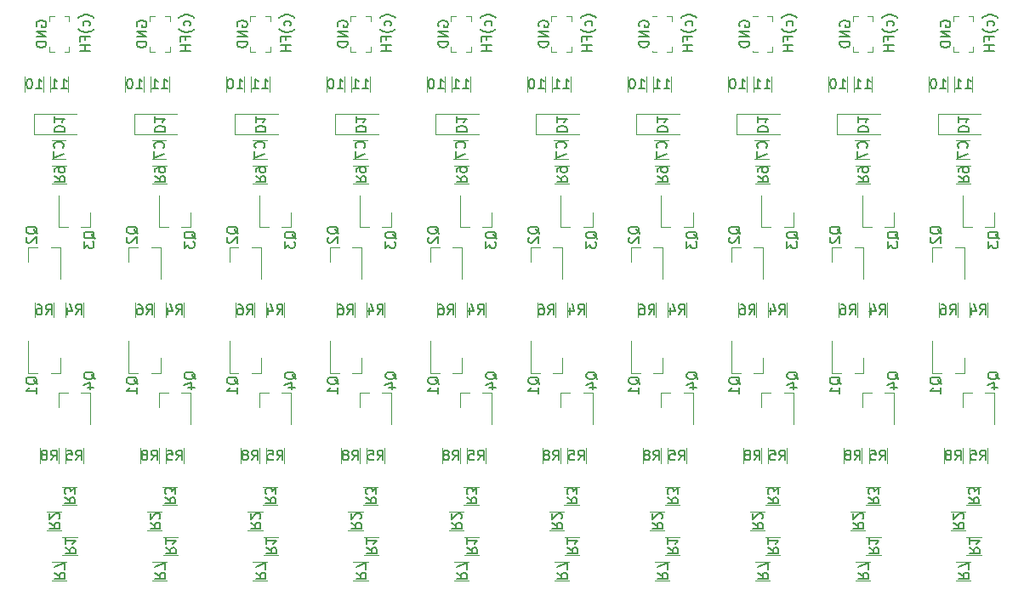
<source format=gbo>
G04 #@! TF.GenerationSoftware,KiCad,Pcbnew,(5.1.12)-1*
G04 #@! TF.CreationDate,2021-12-02T19:00:41+01:00*
G04 #@! TF.ProjectId,DIY Mic Electronic Panelized,44495920-4d69-4632-9045-6c656374726f,rev?*
G04 #@! TF.SameCoordinates,Original*
G04 #@! TF.FileFunction,Legend,Bot*
G04 #@! TF.FilePolarity,Positive*
%FSLAX46Y46*%
G04 Gerber Fmt 4.6, Leading zero omitted, Abs format (unit mm)*
G04 Created by KiCad (PCBNEW (5.1.12)-1) date 2021-12-02 19:00:41*
%MOMM*%
%LPD*%
G01*
G04 APERTURE LIST*
%ADD10C,0.150000*%
%ADD11C,0.120000*%
%ADD12C,0.100000*%
%ADD13C,0.500000*%
%ADD14R,1.300000X1.700000*%
%ADD15R,0.800000X1.900000*%
%ADD16R,1.850000X3.450000*%
G04 APERTURE END LIST*
D10*
X194433333Y-67876190D02*
X194385714Y-67828571D01*
X194242857Y-67733333D01*
X194147619Y-67685714D01*
X194004761Y-67638095D01*
X193766666Y-67590476D01*
X193576190Y-67590476D01*
X193338095Y-67638095D01*
X193195238Y-67685714D01*
X193100000Y-67733333D01*
X192957142Y-67828571D01*
X192909523Y-67876190D01*
X194004761Y-68685714D02*
X194052380Y-68590476D01*
X194052380Y-68400000D01*
X194004761Y-68304761D01*
X193957142Y-68257142D01*
X193861904Y-68209523D01*
X193576190Y-68209523D01*
X193480952Y-68257142D01*
X193433333Y-68304761D01*
X193385714Y-68400000D01*
X193385714Y-68590476D01*
X193433333Y-68685714D01*
X194433333Y-69019047D02*
X194385714Y-69066666D01*
X194242857Y-69161904D01*
X194147619Y-69209523D01*
X194004761Y-69257142D01*
X193766666Y-69304761D01*
X193576190Y-69304761D01*
X193338095Y-69257142D01*
X193195238Y-69209523D01*
X193100000Y-69161904D01*
X192957142Y-69066666D01*
X192909523Y-69019047D01*
X193528571Y-70114285D02*
X193528571Y-69780952D01*
X194052380Y-69780952D02*
X193052380Y-69780952D01*
X193052380Y-70257142D01*
X194052380Y-70638095D02*
X193052380Y-70638095D01*
X193528571Y-70638095D02*
X193528571Y-71209523D01*
X194052380Y-71209523D02*
X193052380Y-71209523D01*
X184433333Y-67876190D02*
X184385714Y-67828571D01*
X184242857Y-67733333D01*
X184147619Y-67685714D01*
X184004761Y-67638095D01*
X183766666Y-67590476D01*
X183576190Y-67590476D01*
X183338095Y-67638095D01*
X183195238Y-67685714D01*
X183100000Y-67733333D01*
X182957142Y-67828571D01*
X182909523Y-67876190D01*
X184004761Y-68685714D02*
X184052380Y-68590476D01*
X184052380Y-68400000D01*
X184004761Y-68304761D01*
X183957142Y-68257142D01*
X183861904Y-68209523D01*
X183576190Y-68209523D01*
X183480952Y-68257142D01*
X183433333Y-68304761D01*
X183385714Y-68400000D01*
X183385714Y-68590476D01*
X183433333Y-68685714D01*
X184433333Y-69019047D02*
X184385714Y-69066666D01*
X184242857Y-69161904D01*
X184147619Y-69209523D01*
X184004761Y-69257142D01*
X183766666Y-69304761D01*
X183576190Y-69304761D01*
X183338095Y-69257142D01*
X183195238Y-69209523D01*
X183100000Y-69161904D01*
X182957142Y-69066666D01*
X182909523Y-69019047D01*
X183528571Y-70114285D02*
X183528571Y-69780952D01*
X184052380Y-69780952D02*
X183052380Y-69780952D01*
X183052380Y-70257142D01*
X184052380Y-70638095D02*
X183052380Y-70638095D01*
X183528571Y-70638095D02*
X183528571Y-71209523D01*
X184052380Y-71209523D02*
X183052380Y-71209523D01*
X174433333Y-67876190D02*
X174385714Y-67828571D01*
X174242857Y-67733333D01*
X174147619Y-67685714D01*
X174004761Y-67638095D01*
X173766666Y-67590476D01*
X173576190Y-67590476D01*
X173338095Y-67638095D01*
X173195238Y-67685714D01*
X173100000Y-67733333D01*
X172957142Y-67828571D01*
X172909523Y-67876190D01*
X174004761Y-68685714D02*
X174052380Y-68590476D01*
X174052380Y-68400000D01*
X174004761Y-68304761D01*
X173957142Y-68257142D01*
X173861904Y-68209523D01*
X173576190Y-68209523D01*
X173480952Y-68257142D01*
X173433333Y-68304761D01*
X173385714Y-68400000D01*
X173385714Y-68590476D01*
X173433333Y-68685714D01*
X174433333Y-69019047D02*
X174385714Y-69066666D01*
X174242857Y-69161904D01*
X174147619Y-69209523D01*
X174004761Y-69257142D01*
X173766666Y-69304761D01*
X173576190Y-69304761D01*
X173338095Y-69257142D01*
X173195238Y-69209523D01*
X173100000Y-69161904D01*
X172957142Y-69066666D01*
X172909523Y-69019047D01*
X173528571Y-70114285D02*
X173528571Y-69780952D01*
X174052380Y-69780952D02*
X173052380Y-69780952D01*
X173052380Y-70257142D01*
X174052380Y-70638095D02*
X173052380Y-70638095D01*
X173528571Y-70638095D02*
X173528571Y-71209523D01*
X174052380Y-71209523D02*
X173052380Y-71209523D01*
X164433333Y-67876190D02*
X164385714Y-67828571D01*
X164242857Y-67733333D01*
X164147619Y-67685714D01*
X164004761Y-67638095D01*
X163766666Y-67590476D01*
X163576190Y-67590476D01*
X163338095Y-67638095D01*
X163195238Y-67685714D01*
X163100000Y-67733333D01*
X162957142Y-67828571D01*
X162909523Y-67876190D01*
X164004761Y-68685714D02*
X164052380Y-68590476D01*
X164052380Y-68400000D01*
X164004761Y-68304761D01*
X163957142Y-68257142D01*
X163861904Y-68209523D01*
X163576190Y-68209523D01*
X163480952Y-68257142D01*
X163433333Y-68304761D01*
X163385714Y-68400000D01*
X163385714Y-68590476D01*
X163433333Y-68685714D01*
X164433333Y-69019047D02*
X164385714Y-69066666D01*
X164242857Y-69161904D01*
X164147619Y-69209523D01*
X164004761Y-69257142D01*
X163766666Y-69304761D01*
X163576190Y-69304761D01*
X163338095Y-69257142D01*
X163195238Y-69209523D01*
X163100000Y-69161904D01*
X162957142Y-69066666D01*
X162909523Y-69019047D01*
X163528571Y-70114285D02*
X163528571Y-69780952D01*
X164052380Y-69780952D02*
X163052380Y-69780952D01*
X163052380Y-70257142D01*
X164052380Y-70638095D02*
X163052380Y-70638095D01*
X163528571Y-70638095D02*
X163528571Y-71209523D01*
X164052380Y-71209523D02*
X163052380Y-71209523D01*
X154433333Y-67876190D02*
X154385714Y-67828571D01*
X154242857Y-67733333D01*
X154147619Y-67685714D01*
X154004761Y-67638095D01*
X153766666Y-67590476D01*
X153576190Y-67590476D01*
X153338095Y-67638095D01*
X153195238Y-67685714D01*
X153100000Y-67733333D01*
X152957142Y-67828571D01*
X152909523Y-67876190D01*
X154004761Y-68685714D02*
X154052380Y-68590476D01*
X154052380Y-68400000D01*
X154004761Y-68304761D01*
X153957142Y-68257142D01*
X153861904Y-68209523D01*
X153576190Y-68209523D01*
X153480952Y-68257142D01*
X153433333Y-68304761D01*
X153385714Y-68400000D01*
X153385714Y-68590476D01*
X153433333Y-68685714D01*
X154433333Y-69019047D02*
X154385714Y-69066666D01*
X154242857Y-69161904D01*
X154147619Y-69209523D01*
X154004761Y-69257142D01*
X153766666Y-69304761D01*
X153576190Y-69304761D01*
X153338095Y-69257142D01*
X153195238Y-69209523D01*
X153100000Y-69161904D01*
X152957142Y-69066666D01*
X152909523Y-69019047D01*
X153528571Y-70114285D02*
X153528571Y-69780952D01*
X154052380Y-69780952D02*
X153052380Y-69780952D01*
X153052380Y-70257142D01*
X154052380Y-70638095D02*
X153052380Y-70638095D01*
X153528571Y-70638095D02*
X153528571Y-71209523D01*
X154052380Y-71209523D02*
X153052380Y-71209523D01*
X144433333Y-67876190D02*
X144385714Y-67828571D01*
X144242857Y-67733333D01*
X144147619Y-67685714D01*
X144004761Y-67638095D01*
X143766666Y-67590476D01*
X143576190Y-67590476D01*
X143338095Y-67638095D01*
X143195238Y-67685714D01*
X143100000Y-67733333D01*
X142957142Y-67828571D01*
X142909523Y-67876190D01*
X144004761Y-68685714D02*
X144052380Y-68590476D01*
X144052380Y-68400000D01*
X144004761Y-68304761D01*
X143957142Y-68257142D01*
X143861904Y-68209523D01*
X143576190Y-68209523D01*
X143480952Y-68257142D01*
X143433333Y-68304761D01*
X143385714Y-68400000D01*
X143385714Y-68590476D01*
X143433333Y-68685714D01*
X144433333Y-69019047D02*
X144385714Y-69066666D01*
X144242857Y-69161904D01*
X144147619Y-69209523D01*
X144004761Y-69257142D01*
X143766666Y-69304761D01*
X143576190Y-69304761D01*
X143338095Y-69257142D01*
X143195238Y-69209523D01*
X143100000Y-69161904D01*
X142957142Y-69066666D01*
X142909523Y-69019047D01*
X143528571Y-70114285D02*
X143528571Y-69780952D01*
X144052380Y-69780952D02*
X143052380Y-69780952D01*
X143052380Y-70257142D01*
X144052380Y-70638095D02*
X143052380Y-70638095D01*
X143528571Y-70638095D02*
X143528571Y-71209523D01*
X144052380Y-71209523D02*
X143052380Y-71209523D01*
X134433333Y-67876190D02*
X134385714Y-67828571D01*
X134242857Y-67733333D01*
X134147619Y-67685714D01*
X134004761Y-67638095D01*
X133766666Y-67590476D01*
X133576190Y-67590476D01*
X133338095Y-67638095D01*
X133195238Y-67685714D01*
X133100000Y-67733333D01*
X132957142Y-67828571D01*
X132909523Y-67876190D01*
X134004761Y-68685714D02*
X134052380Y-68590476D01*
X134052380Y-68400000D01*
X134004761Y-68304761D01*
X133957142Y-68257142D01*
X133861904Y-68209523D01*
X133576190Y-68209523D01*
X133480952Y-68257142D01*
X133433333Y-68304761D01*
X133385714Y-68400000D01*
X133385714Y-68590476D01*
X133433333Y-68685714D01*
X134433333Y-69019047D02*
X134385714Y-69066666D01*
X134242857Y-69161904D01*
X134147619Y-69209523D01*
X134004761Y-69257142D01*
X133766666Y-69304761D01*
X133576190Y-69304761D01*
X133338095Y-69257142D01*
X133195238Y-69209523D01*
X133100000Y-69161904D01*
X132957142Y-69066666D01*
X132909523Y-69019047D01*
X133528571Y-70114285D02*
X133528571Y-69780952D01*
X134052380Y-69780952D02*
X133052380Y-69780952D01*
X133052380Y-70257142D01*
X134052380Y-70638095D02*
X133052380Y-70638095D01*
X133528571Y-70638095D02*
X133528571Y-71209523D01*
X134052380Y-71209523D02*
X133052380Y-71209523D01*
X124433333Y-67876190D02*
X124385714Y-67828571D01*
X124242857Y-67733333D01*
X124147619Y-67685714D01*
X124004761Y-67638095D01*
X123766666Y-67590476D01*
X123576190Y-67590476D01*
X123338095Y-67638095D01*
X123195238Y-67685714D01*
X123100000Y-67733333D01*
X122957142Y-67828571D01*
X122909523Y-67876190D01*
X124004761Y-68685714D02*
X124052380Y-68590476D01*
X124052380Y-68400000D01*
X124004761Y-68304761D01*
X123957142Y-68257142D01*
X123861904Y-68209523D01*
X123576190Y-68209523D01*
X123480952Y-68257142D01*
X123433333Y-68304761D01*
X123385714Y-68400000D01*
X123385714Y-68590476D01*
X123433333Y-68685714D01*
X124433333Y-69019047D02*
X124385714Y-69066666D01*
X124242857Y-69161904D01*
X124147619Y-69209523D01*
X124004761Y-69257142D01*
X123766666Y-69304761D01*
X123576190Y-69304761D01*
X123338095Y-69257142D01*
X123195238Y-69209523D01*
X123100000Y-69161904D01*
X122957142Y-69066666D01*
X122909523Y-69019047D01*
X123528571Y-70114285D02*
X123528571Y-69780952D01*
X124052380Y-69780952D02*
X123052380Y-69780952D01*
X123052380Y-70257142D01*
X124052380Y-70638095D02*
X123052380Y-70638095D01*
X123528571Y-70638095D02*
X123528571Y-71209523D01*
X124052380Y-71209523D02*
X123052380Y-71209523D01*
X114433333Y-67876190D02*
X114385714Y-67828571D01*
X114242857Y-67733333D01*
X114147619Y-67685714D01*
X114004761Y-67638095D01*
X113766666Y-67590476D01*
X113576190Y-67590476D01*
X113338095Y-67638095D01*
X113195238Y-67685714D01*
X113100000Y-67733333D01*
X112957142Y-67828571D01*
X112909523Y-67876190D01*
X114004761Y-68685714D02*
X114052380Y-68590476D01*
X114052380Y-68400000D01*
X114004761Y-68304761D01*
X113957142Y-68257142D01*
X113861904Y-68209523D01*
X113576190Y-68209523D01*
X113480952Y-68257142D01*
X113433333Y-68304761D01*
X113385714Y-68400000D01*
X113385714Y-68590476D01*
X113433333Y-68685714D01*
X114433333Y-69019047D02*
X114385714Y-69066666D01*
X114242857Y-69161904D01*
X114147619Y-69209523D01*
X114004761Y-69257142D01*
X113766666Y-69304761D01*
X113576190Y-69304761D01*
X113338095Y-69257142D01*
X113195238Y-69209523D01*
X113100000Y-69161904D01*
X112957142Y-69066666D01*
X112909523Y-69019047D01*
X113528571Y-70114285D02*
X113528571Y-69780952D01*
X114052380Y-69780952D02*
X113052380Y-69780952D01*
X113052380Y-70257142D01*
X114052380Y-70638095D02*
X113052380Y-70638095D01*
X113528571Y-70638095D02*
X113528571Y-71209523D01*
X114052380Y-71209523D02*
X113052380Y-71209523D01*
X104433333Y-67876190D02*
X104385714Y-67828571D01*
X104242857Y-67733333D01*
X104147619Y-67685714D01*
X104004761Y-67638095D01*
X103766666Y-67590476D01*
X103576190Y-67590476D01*
X103338095Y-67638095D01*
X103195238Y-67685714D01*
X103100000Y-67733333D01*
X102957142Y-67828571D01*
X102909523Y-67876190D01*
X104004761Y-68685714D02*
X104052380Y-68590476D01*
X104052380Y-68400000D01*
X104004761Y-68304761D01*
X103957142Y-68257142D01*
X103861904Y-68209523D01*
X103576190Y-68209523D01*
X103480952Y-68257142D01*
X103433333Y-68304761D01*
X103385714Y-68400000D01*
X103385714Y-68590476D01*
X103433333Y-68685714D01*
X104433333Y-69019047D02*
X104385714Y-69066666D01*
X104242857Y-69161904D01*
X104147619Y-69209523D01*
X104004761Y-69257142D01*
X103766666Y-69304761D01*
X103576190Y-69304761D01*
X103338095Y-69257142D01*
X103195238Y-69209523D01*
X103100000Y-69161904D01*
X102957142Y-69066666D01*
X102909523Y-69019047D01*
X103528571Y-70114285D02*
X103528571Y-69780952D01*
X104052380Y-69780952D02*
X103052380Y-69780952D01*
X103052380Y-70257142D01*
X104052380Y-70638095D02*
X103052380Y-70638095D01*
X103528571Y-70638095D02*
X103528571Y-71209523D01*
X104052380Y-71209523D02*
X103052380Y-71209523D01*
D11*
X188450000Y-77500000D02*
X192750000Y-77500000D01*
X188450000Y-79500000D02*
X188450000Y-77500000D01*
X192750000Y-79500000D02*
X188450000Y-79500000D01*
X178450000Y-77500000D02*
X182750000Y-77500000D01*
X178450000Y-79500000D02*
X178450000Y-77500000D01*
X182750000Y-79500000D02*
X178450000Y-79500000D01*
X168450000Y-77500000D02*
X172750000Y-77500000D01*
X168450000Y-79500000D02*
X168450000Y-77500000D01*
X172750000Y-79500000D02*
X168450000Y-79500000D01*
X158450000Y-77500000D02*
X162750000Y-77500000D01*
X158450000Y-79500000D02*
X158450000Y-77500000D01*
X162750000Y-79500000D02*
X158450000Y-79500000D01*
X148450000Y-77500000D02*
X152750000Y-77500000D01*
X148450000Y-79500000D02*
X148450000Y-77500000D01*
X152750000Y-79500000D02*
X148450000Y-79500000D01*
X138450000Y-77500000D02*
X142750000Y-77500000D01*
X138450000Y-79500000D02*
X138450000Y-77500000D01*
X142750000Y-79500000D02*
X138450000Y-79500000D01*
X128450000Y-77500000D02*
X132750000Y-77500000D01*
X128450000Y-79500000D02*
X128450000Y-77500000D01*
X132750000Y-79500000D02*
X128450000Y-79500000D01*
X118450000Y-77500000D02*
X122750000Y-77500000D01*
X118450000Y-79500000D02*
X118450000Y-77500000D01*
X122750000Y-79500000D02*
X118450000Y-79500000D01*
X108450000Y-77500000D02*
X112750000Y-77500000D01*
X108450000Y-79500000D02*
X108450000Y-77500000D01*
X112750000Y-79500000D02*
X108450000Y-79500000D01*
X191590000Y-96222936D02*
X191590000Y-97677064D01*
X193410000Y-96222936D02*
X193410000Y-97677064D01*
X181590000Y-96222936D02*
X181590000Y-97677064D01*
X183410000Y-96222936D02*
X183410000Y-97677064D01*
X171590000Y-96222936D02*
X171590000Y-97677064D01*
X173410000Y-96222936D02*
X173410000Y-97677064D01*
X161590000Y-96222936D02*
X161590000Y-97677064D01*
X163410000Y-96222936D02*
X163410000Y-97677064D01*
X151590000Y-96222936D02*
X151590000Y-97677064D01*
X153410000Y-96222936D02*
X153410000Y-97677064D01*
X141590000Y-96222936D02*
X141590000Y-97677064D01*
X143410000Y-96222936D02*
X143410000Y-97677064D01*
X131590000Y-96222936D02*
X131590000Y-97677064D01*
X133410000Y-96222936D02*
X133410000Y-97677064D01*
X121590000Y-96222936D02*
X121590000Y-97677064D01*
X123410000Y-96222936D02*
X123410000Y-97677064D01*
X111590000Y-96222936D02*
X111590000Y-97677064D01*
X113410000Y-96222936D02*
X113410000Y-97677064D01*
X187590000Y-73772936D02*
X187590000Y-75227064D01*
X189410000Y-73772936D02*
X189410000Y-75227064D01*
X177590000Y-73772936D02*
X177590000Y-75227064D01*
X179410000Y-73772936D02*
X179410000Y-75227064D01*
X167590000Y-73772936D02*
X167590000Y-75227064D01*
X169410000Y-73772936D02*
X169410000Y-75227064D01*
X157590000Y-73772936D02*
X157590000Y-75227064D01*
X159410000Y-73772936D02*
X159410000Y-75227064D01*
X147590000Y-73772936D02*
X147590000Y-75227064D01*
X149410000Y-73772936D02*
X149410000Y-75227064D01*
X137590000Y-73772936D02*
X137590000Y-75227064D01*
X139410000Y-73772936D02*
X139410000Y-75227064D01*
X127590000Y-73772936D02*
X127590000Y-75227064D01*
X129410000Y-73772936D02*
X129410000Y-75227064D01*
X117590000Y-73772936D02*
X117590000Y-75227064D01*
X119410000Y-73772936D02*
X119410000Y-75227064D01*
X107590000Y-73772936D02*
X107590000Y-75227064D01*
X109410000Y-73772936D02*
X109410000Y-75227064D01*
X190272936Y-122090000D02*
X191727064Y-122090000D01*
X190272936Y-123910000D02*
X191727064Y-123910000D01*
X180272936Y-122090000D02*
X181727064Y-122090000D01*
X180272936Y-123910000D02*
X181727064Y-123910000D01*
X170272936Y-122090000D02*
X171727064Y-122090000D01*
X170272936Y-123910000D02*
X171727064Y-123910000D01*
X160272936Y-122090000D02*
X161727064Y-122090000D01*
X160272936Y-123910000D02*
X161727064Y-123910000D01*
X150272936Y-122090000D02*
X151727064Y-122090000D01*
X150272936Y-123910000D02*
X151727064Y-123910000D01*
X140272936Y-122090000D02*
X141727064Y-122090000D01*
X140272936Y-123910000D02*
X141727064Y-123910000D01*
X130272936Y-122090000D02*
X131727064Y-122090000D01*
X130272936Y-123910000D02*
X131727064Y-123910000D01*
X120272936Y-122090000D02*
X121727064Y-122090000D01*
X120272936Y-123910000D02*
X121727064Y-123910000D01*
X110272936Y-122090000D02*
X111727064Y-122090000D01*
X110272936Y-123910000D02*
X111727064Y-123910000D01*
X190090000Y-75227064D02*
X190090000Y-73772936D01*
X191910000Y-75227064D02*
X191910000Y-73772936D01*
X180090000Y-75227064D02*
X180090000Y-73772936D01*
X181910000Y-75227064D02*
X181910000Y-73772936D01*
X170090000Y-75227064D02*
X170090000Y-73772936D01*
X171910000Y-75227064D02*
X171910000Y-73772936D01*
X160090000Y-75227064D02*
X160090000Y-73772936D01*
X161910000Y-75227064D02*
X161910000Y-73772936D01*
X150090000Y-75227064D02*
X150090000Y-73772936D01*
X151910000Y-75227064D02*
X151910000Y-73772936D01*
X140090000Y-75227064D02*
X140090000Y-73772936D01*
X141910000Y-75227064D02*
X141910000Y-73772936D01*
X130090000Y-75227064D02*
X130090000Y-73772936D01*
X131910000Y-75227064D02*
X131910000Y-73772936D01*
X120090000Y-75227064D02*
X120090000Y-73772936D01*
X121910000Y-75227064D02*
X121910000Y-73772936D01*
X110090000Y-75227064D02*
X110090000Y-73772936D01*
X111910000Y-75227064D02*
X111910000Y-73772936D01*
X189090000Y-110772936D02*
X189090000Y-112227064D01*
X190910000Y-110772936D02*
X190910000Y-112227064D01*
X179090000Y-110772936D02*
X179090000Y-112227064D01*
X180910000Y-110772936D02*
X180910000Y-112227064D01*
X169090000Y-110772936D02*
X169090000Y-112227064D01*
X170910000Y-110772936D02*
X170910000Y-112227064D01*
X159090000Y-110772936D02*
X159090000Y-112227064D01*
X160910000Y-110772936D02*
X160910000Y-112227064D01*
X149090000Y-110772936D02*
X149090000Y-112227064D01*
X150910000Y-110772936D02*
X150910000Y-112227064D01*
X139090000Y-110772936D02*
X139090000Y-112227064D01*
X140910000Y-110772936D02*
X140910000Y-112227064D01*
X129090000Y-110772936D02*
X129090000Y-112227064D01*
X130910000Y-110772936D02*
X130910000Y-112227064D01*
X119090000Y-110772936D02*
X119090000Y-112227064D01*
X120910000Y-110772936D02*
X120910000Y-112227064D01*
X109090000Y-110772936D02*
X109090000Y-112227064D01*
X110910000Y-110772936D02*
X110910000Y-112227064D01*
X190272936Y-84410000D02*
X191727064Y-84410000D01*
X190272936Y-82590000D02*
X191727064Y-82590000D01*
X180272936Y-84410000D02*
X181727064Y-84410000D01*
X180272936Y-82590000D02*
X181727064Y-82590000D01*
X170272936Y-84410000D02*
X171727064Y-84410000D01*
X170272936Y-82590000D02*
X171727064Y-82590000D01*
X160272936Y-84410000D02*
X161727064Y-84410000D01*
X160272936Y-82590000D02*
X161727064Y-82590000D01*
X150272936Y-84410000D02*
X151727064Y-84410000D01*
X150272936Y-82590000D02*
X151727064Y-82590000D01*
X140272936Y-84410000D02*
X141727064Y-84410000D01*
X140272936Y-82590000D02*
X141727064Y-82590000D01*
X130272936Y-84410000D02*
X131727064Y-84410000D01*
X130272936Y-82590000D02*
X131727064Y-82590000D01*
X120272936Y-84410000D02*
X121727064Y-84410000D01*
X120272936Y-82590000D02*
X121727064Y-82590000D01*
X110272936Y-84410000D02*
X111727064Y-84410000D01*
X110272936Y-82590000D02*
X111727064Y-82590000D01*
X190410000Y-96272936D02*
X190410000Y-97727064D01*
X188590000Y-96272936D02*
X188590000Y-97727064D01*
X180410000Y-96272936D02*
X180410000Y-97727064D01*
X178590000Y-96272936D02*
X178590000Y-97727064D01*
X170410000Y-96272936D02*
X170410000Y-97727064D01*
X168590000Y-96272936D02*
X168590000Y-97727064D01*
X160410000Y-96272936D02*
X160410000Y-97727064D01*
X158590000Y-96272936D02*
X158590000Y-97727064D01*
X150410000Y-96272936D02*
X150410000Y-97727064D01*
X148590000Y-96272936D02*
X148590000Y-97727064D01*
X140410000Y-96272936D02*
X140410000Y-97727064D01*
X138590000Y-96272936D02*
X138590000Y-97727064D01*
X130410000Y-96272936D02*
X130410000Y-97727064D01*
X128590000Y-96272936D02*
X128590000Y-97727064D01*
X120410000Y-96272936D02*
X120410000Y-97727064D01*
X118590000Y-96272936D02*
X118590000Y-97727064D01*
X110410000Y-96272936D02*
X110410000Y-97727064D01*
X108590000Y-96272936D02*
X108590000Y-97727064D01*
X190920000Y-105240000D02*
X191850000Y-105240000D01*
X194080000Y-105240000D02*
X193150000Y-105240000D01*
X194080000Y-105240000D02*
X194080000Y-108400000D01*
X190920000Y-105240000D02*
X190920000Y-106700000D01*
X180920000Y-105240000D02*
X181850000Y-105240000D01*
X184080000Y-105240000D02*
X183150000Y-105240000D01*
X184080000Y-105240000D02*
X184080000Y-108400000D01*
X180920000Y-105240000D02*
X180920000Y-106700000D01*
X170920000Y-105240000D02*
X171850000Y-105240000D01*
X174080000Y-105240000D02*
X173150000Y-105240000D01*
X174080000Y-105240000D02*
X174080000Y-108400000D01*
X170920000Y-105240000D02*
X170920000Y-106700000D01*
X160920000Y-105240000D02*
X161850000Y-105240000D01*
X164080000Y-105240000D02*
X163150000Y-105240000D01*
X164080000Y-105240000D02*
X164080000Y-108400000D01*
X160920000Y-105240000D02*
X160920000Y-106700000D01*
X150920000Y-105240000D02*
X151850000Y-105240000D01*
X154080000Y-105240000D02*
X153150000Y-105240000D01*
X154080000Y-105240000D02*
X154080000Y-108400000D01*
X150920000Y-105240000D02*
X150920000Y-106700000D01*
X140920000Y-105240000D02*
X141850000Y-105240000D01*
X144080000Y-105240000D02*
X143150000Y-105240000D01*
X144080000Y-105240000D02*
X144080000Y-108400000D01*
X140920000Y-105240000D02*
X140920000Y-106700000D01*
X130920000Y-105240000D02*
X131850000Y-105240000D01*
X134080000Y-105240000D02*
X133150000Y-105240000D01*
X134080000Y-105240000D02*
X134080000Y-108400000D01*
X130920000Y-105240000D02*
X130920000Y-106700000D01*
X120920000Y-105240000D02*
X121850000Y-105240000D01*
X124080000Y-105240000D02*
X123150000Y-105240000D01*
X124080000Y-105240000D02*
X124080000Y-108400000D01*
X120920000Y-105240000D02*
X120920000Y-106700000D01*
X110920000Y-105240000D02*
X111850000Y-105240000D01*
X114080000Y-105240000D02*
X113150000Y-105240000D01*
X114080000Y-105240000D02*
X114080000Y-108400000D01*
X110920000Y-105240000D02*
X110920000Y-106700000D01*
X193410000Y-110772936D02*
X193410000Y-112227064D01*
X191590000Y-110772936D02*
X191590000Y-112227064D01*
X183410000Y-110772936D02*
X183410000Y-112227064D01*
X181590000Y-110772936D02*
X181590000Y-112227064D01*
X173410000Y-110772936D02*
X173410000Y-112227064D01*
X171590000Y-110772936D02*
X171590000Y-112227064D01*
X163410000Y-110772936D02*
X163410000Y-112227064D01*
X161590000Y-110772936D02*
X161590000Y-112227064D01*
X153410000Y-110772936D02*
X153410000Y-112227064D01*
X151590000Y-110772936D02*
X151590000Y-112227064D01*
X143410000Y-110772936D02*
X143410000Y-112227064D01*
X141590000Y-110772936D02*
X141590000Y-112227064D01*
X133410000Y-110772936D02*
X133410000Y-112227064D01*
X131590000Y-110772936D02*
X131590000Y-112227064D01*
X123410000Y-110772936D02*
X123410000Y-112227064D01*
X121590000Y-110772936D02*
X121590000Y-112227064D01*
X113410000Y-110772936D02*
X113410000Y-112227064D01*
X111590000Y-110772936D02*
X111590000Y-112227064D01*
X187920000Y-90740000D02*
X187920000Y-92200000D01*
X191080000Y-90740000D02*
X191080000Y-93900000D01*
X191080000Y-90740000D02*
X190150000Y-90740000D01*
X187920000Y-90740000D02*
X188850000Y-90740000D01*
X177920000Y-90740000D02*
X177920000Y-92200000D01*
X181080000Y-90740000D02*
X181080000Y-93900000D01*
X181080000Y-90740000D02*
X180150000Y-90740000D01*
X177920000Y-90740000D02*
X178850000Y-90740000D01*
X167920000Y-90740000D02*
X167920000Y-92200000D01*
X171080000Y-90740000D02*
X171080000Y-93900000D01*
X171080000Y-90740000D02*
X170150000Y-90740000D01*
X167920000Y-90740000D02*
X168850000Y-90740000D01*
X157920000Y-90740000D02*
X157920000Y-92200000D01*
X161080000Y-90740000D02*
X161080000Y-93900000D01*
X161080000Y-90740000D02*
X160150000Y-90740000D01*
X157920000Y-90740000D02*
X158850000Y-90740000D01*
X147920000Y-90740000D02*
X147920000Y-92200000D01*
X151080000Y-90740000D02*
X151080000Y-93900000D01*
X151080000Y-90740000D02*
X150150000Y-90740000D01*
X147920000Y-90740000D02*
X148850000Y-90740000D01*
X137920000Y-90740000D02*
X137920000Y-92200000D01*
X141080000Y-90740000D02*
X141080000Y-93900000D01*
X141080000Y-90740000D02*
X140150000Y-90740000D01*
X137920000Y-90740000D02*
X138850000Y-90740000D01*
X127920000Y-90740000D02*
X127920000Y-92200000D01*
X131080000Y-90740000D02*
X131080000Y-93900000D01*
X131080000Y-90740000D02*
X130150000Y-90740000D01*
X127920000Y-90740000D02*
X128850000Y-90740000D01*
X117920000Y-90740000D02*
X117920000Y-92200000D01*
X121080000Y-90740000D02*
X121080000Y-93900000D01*
X121080000Y-90740000D02*
X120150000Y-90740000D01*
X117920000Y-90740000D02*
X118850000Y-90740000D01*
X107920000Y-90740000D02*
X107920000Y-92200000D01*
X111080000Y-90740000D02*
X111080000Y-93900000D01*
X111080000Y-90740000D02*
X110150000Y-90740000D01*
X107920000Y-90740000D02*
X108850000Y-90740000D01*
X194080000Y-88760000D02*
X194080000Y-87300000D01*
X190920000Y-88760000D02*
X190920000Y-85600000D01*
X190920000Y-88760000D02*
X191850000Y-88760000D01*
X194080000Y-88760000D02*
X193150000Y-88760000D01*
X184080000Y-88760000D02*
X184080000Y-87300000D01*
X180920000Y-88760000D02*
X180920000Y-85600000D01*
X180920000Y-88760000D02*
X181850000Y-88760000D01*
X184080000Y-88760000D02*
X183150000Y-88760000D01*
X174080000Y-88760000D02*
X174080000Y-87300000D01*
X170920000Y-88760000D02*
X170920000Y-85600000D01*
X170920000Y-88760000D02*
X171850000Y-88760000D01*
X174080000Y-88760000D02*
X173150000Y-88760000D01*
X164080000Y-88760000D02*
X164080000Y-87300000D01*
X160920000Y-88760000D02*
X160920000Y-85600000D01*
X160920000Y-88760000D02*
X161850000Y-88760000D01*
X164080000Y-88760000D02*
X163150000Y-88760000D01*
X154080000Y-88760000D02*
X154080000Y-87300000D01*
X150920000Y-88760000D02*
X150920000Y-85600000D01*
X150920000Y-88760000D02*
X151850000Y-88760000D01*
X154080000Y-88760000D02*
X153150000Y-88760000D01*
X144080000Y-88760000D02*
X144080000Y-87300000D01*
X140920000Y-88760000D02*
X140920000Y-85600000D01*
X140920000Y-88760000D02*
X141850000Y-88760000D01*
X144080000Y-88760000D02*
X143150000Y-88760000D01*
X134080000Y-88760000D02*
X134080000Y-87300000D01*
X130920000Y-88760000D02*
X130920000Y-85600000D01*
X130920000Y-88760000D02*
X131850000Y-88760000D01*
X134080000Y-88760000D02*
X133150000Y-88760000D01*
X124080000Y-88760000D02*
X124080000Y-87300000D01*
X120920000Y-88760000D02*
X120920000Y-85600000D01*
X120920000Y-88760000D02*
X121850000Y-88760000D01*
X124080000Y-88760000D02*
X123150000Y-88760000D01*
X114080000Y-88760000D02*
X114080000Y-87300000D01*
X110920000Y-88760000D02*
X110920000Y-85600000D01*
X110920000Y-88760000D02*
X111850000Y-88760000D01*
X114080000Y-88760000D02*
X113150000Y-88760000D01*
X191080000Y-103260000D02*
X190150000Y-103260000D01*
X187920000Y-103260000D02*
X188850000Y-103260000D01*
X187920000Y-103260000D02*
X187920000Y-100100000D01*
X191080000Y-103260000D02*
X191080000Y-101800000D01*
X181080000Y-103260000D02*
X180150000Y-103260000D01*
X177920000Y-103260000D02*
X178850000Y-103260000D01*
X177920000Y-103260000D02*
X177920000Y-100100000D01*
X181080000Y-103260000D02*
X181080000Y-101800000D01*
X171080000Y-103260000D02*
X170150000Y-103260000D01*
X167920000Y-103260000D02*
X168850000Y-103260000D01*
X167920000Y-103260000D02*
X167920000Y-100100000D01*
X171080000Y-103260000D02*
X171080000Y-101800000D01*
X161080000Y-103260000D02*
X160150000Y-103260000D01*
X157920000Y-103260000D02*
X158850000Y-103260000D01*
X157920000Y-103260000D02*
X157920000Y-100100000D01*
X161080000Y-103260000D02*
X161080000Y-101800000D01*
X151080000Y-103260000D02*
X150150000Y-103260000D01*
X147920000Y-103260000D02*
X148850000Y-103260000D01*
X147920000Y-103260000D02*
X147920000Y-100100000D01*
X151080000Y-103260000D02*
X151080000Y-101800000D01*
X141080000Y-103260000D02*
X140150000Y-103260000D01*
X137920000Y-103260000D02*
X138850000Y-103260000D01*
X137920000Y-103260000D02*
X137920000Y-100100000D01*
X141080000Y-103260000D02*
X141080000Y-101800000D01*
X131080000Y-103260000D02*
X130150000Y-103260000D01*
X127920000Y-103260000D02*
X128850000Y-103260000D01*
X127920000Y-103260000D02*
X127920000Y-100100000D01*
X131080000Y-103260000D02*
X131080000Y-101800000D01*
X121080000Y-103260000D02*
X120150000Y-103260000D01*
X117920000Y-103260000D02*
X118850000Y-103260000D01*
X117920000Y-103260000D02*
X117920000Y-100100000D01*
X121080000Y-103260000D02*
X121080000Y-101800000D01*
X111080000Y-103260000D02*
X110150000Y-103260000D01*
X107920000Y-103260000D02*
X108850000Y-103260000D01*
X107920000Y-103260000D02*
X107920000Y-100100000D01*
X111080000Y-103260000D02*
X111080000Y-101800000D01*
D12*
X192000000Y-71300000D02*
X192000000Y-70800000D01*
X192000000Y-71300000D02*
X191500000Y-71300000D01*
X190000000Y-71300000D02*
X190500000Y-71300000D01*
X190000000Y-71300000D02*
X190000000Y-70800000D01*
X190000000Y-67700000D02*
X190000000Y-68200000D01*
X190000000Y-67700000D02*
X190500000Y-67700000D01*
X192000000Y-67700000D02*
X191500000Y-67700000D01*
X192000000Y-67700000D02*
X192000000Y-68200000D01*
X182000000Y-71300000D02*
X182000000Y-70800000D01*
X182000000Y-71300000D02*
X181500000Y-71300000D01*
X180000000Y-71300000D02*
X180500000Y-71300000D01*
X180000000Y-71300000D02*
X180000000Y-70800000D01*
X180000000Y-67700000D02*
X180000000Y-68200000D01*
X180000000Y-67700000D02*
X180500000Y-67700000D01*
X182000000Y-67700000D02*
X181500000Y-67700000D01*
X182000000Y-67700000D02*
X182000000Y-68200000D01*
X172000000Y-71300000D02*
X172000000Y-70800000D01*
X172000000Y-71300000D02*
X171500000Y-71300000D01*
X170000000Y-71300000D02*
X170500000Y-71300000D01*
X170000000Y-71300000D02*
X170000000Y-70800000D01*
X170000000Y-67700000D02*
X170000000Y-68200000D01*
X170000000Y-67700000D02*
X170500000Y-67700000D01*
X172000000Y-67700000D02*
X171500000Y-67700000D01*
X172000000Y-67700000D02*
X172000000Y-68200000D01*
X162000000Y-71300000D02*
X162000000Y-70800000D01*
X162000000Y-71300000D02*
X161500000Y-71300000D01*
X160000000Y-71300000D02*
X160500000Y-71300000D01*
X160000000Y-71300000D02*
X160000000Y-70800000D01*
X160000000Y-67700000D02*
X160000000Y-68200000D01*
X160000000Y-67700000D02*
X160500000Y-67700000D01*
X162000000Y-67700000D02*
X161500000Y-67700000D01*
X162000000Y-67700000D02*
X162000000Y-68200000D01*
X152000000Y-71300000D02*
X152000000Y-70800000D01*
X152000000Y-71300000D02*
X151500000Y-71300000D01*
X150000000Y-71300000D02*
X150500000Y-71300000D01*
X150000000Y-71300000D02*
X150000000Y-70800000D01*
X150000000Y-67700000D02*
X150000000Y-68200000D01*
X150000000Y-67700000D02*
X150500000Y-67700000D01*
X152000000Y-67700000D02*
X151500000Y-67700000D01*
X152000000Y-67700000D02*
X152000000Y-68200000D01*
X142000000Y-71300000D02*
X142000000Y-70800000D01*
X142000000Y-71300000D02*
X141500000Y-71300000D01*
X140000000Y-71300000D02*
X140500000Y-71300000D01*
X140000000Y-71300000D02*
X140000000Y-70800000D01*
X140000000Y-67700000D02*
X140000000Y-68200000D01*
X140000000Y-67700000D02*
X140500000Y-67700000D01*
X142000000Y-67700000D02*
X141500000Y-67700000D01*
X142000000Y-67700000D02*
X142000000Y-68200000D01*
X132000000Y-71300000D02*
X132000000Y-70800000D01*
X132000000Y-71300000D02*
X131500000Y-71300000D01*
X130000000Y-71300000D02*
X130500000Y-71300000D01*
X130000000Y-71300000D02*
X130000000Y-70800000D01*
X130000000Y-67700000D02*
X130000000Y-68200000D01*
X130000000Y-67700000D02*
X130500000Y-67700000D01*
X132000000Y-67700000D02*
X131500000Y-67700000D01*
X132000000Y-67700000D02*
X132000000Y-68200000D01*
X122000000Y-71300000D02*
X122000000Y-70800000D01*
X122000000Y-71300000D02*
X121500000Y-71300000D01*
X120000000Y-71300000D02*
X120500000Y-71300000D01*
X120000000Y-71300000D02*
X120000000Y-70800000D01*
X120000000Y-67700000D02*
X120000000Y-68200000D01*
X120000000Y-67700000D02*
X120500000Y-67700000D01*
X122000000Y-67700000D02*
X121500000Y-67700000D01*
X122000000Y-67700000D02*
X122000000Y-68200000D01*
X112000000Y-71300000D02*
X112000000Y-70800000D01*
X112000000Y-71300000D02*
X111500000Y-71300000D01*
X110000000Y-71300000D02*
X110500000Y-71300000D01*
X110000000Y-71300000D02*
X110000000Y-70800000D01*
X110000000Y-67700000D02*
X110000000Y-68200000D01*
X110000000Y-67700000D02*
X110500000Y-67700000D01*
X112000000Y-67700000D02*
X111500000Y-67700000D01*
X112000000Y-67700000D02*
X112000000Y-68200000D01*
D11*
X191322936Y-121410000D02*
X192777064Y-121410000D01*
X191322936Y-119590000D02*
X192777064Y-119590000D01*
X181322936Y-121410000D02*
X182777064Y-121410000D01*
X181322936Y-119590000D02*
X182777064Y-119590000D01*
X171322936Y-121410000D02*
X172777064Y-121410000D01*
X171322936Y-119590000D02*
X172777064Y-119590000D01*
X161322936Y-121410000D02*
X162777064Y-121410000D01*
X161322936Y-119590000D02*
X162777064Y-119590000D01*
X151322936Y-121410000D02*
X152777064Y-121410000D01*
X151322936Y-119590000D02*
X152777064Y-119590000D01*
X141322936Y-121410000D02*
X142777064Y-121410000D01*
X141322936Y-119590000D02*
X142777064Y-119590000D01*
X131322936Y-121410000D02*
X132777064Y-121410000D01*
X131322936Y-119590000D02*
X132777064Y-119590000D01*
X121322936Y-121410000D02*
X122777064Y-121410000D01*
X121322936Y-119590000D02*
X122777064Y-119590000D01*
X111322936Y-121410000D02*
X112777064Y-121410000D01*
X111322936Y-119590000D02*
X112777064Y-119590000D01*
X191272936Y-116410000D02*
X192727064Y-116410000D01*
X191272936Y-114590000D02*
X192727064Y-114590000D01*
X181272936Y-116410000D02*
X182727064Y-116410000D01*
X181272936Y-114590000D02*
X182727064Y-114590000D01*
X171272936Y-116410000D02*
X172727064Y-116410000D01*
X171272936Y-114590000D02*
X172727064Y-114590000D01*
X161272936Y-116410000D02*
X162727064Y-116410000D01*
X161272936Y-114590000D02*
X162727064Y-114590000D01*
X151272936Y-116410000D02*
X152727064Y-116410000D01*
X151272936Y-114590000D02*
X152727064Y-114590000D01*
X141272936Y-116410000D02*
X142727064Y-116410000D01*
X141272936Y-114590000D02*
X142727064Y-114590000D01*
X131272936Y-116410000D02*
X132727064Y-116410000D01*
X131272936Y-114590000D02*
X132727064Y-114590000D01*
X121272936Y-116410000D02*
X122727064Y-116410000D01*
X121272936Y-114590000D02*
X122727064Y-114590000D01*
X111272936Y-116410000D02*
X112727064Y-116410000D01*
X111272936Y-114590000D02*
X112727064Y-114590000D01*
X191648752Y-81910000D02*
X190226248Y-81910000D01*
X191648752Y-80090000D02*
X190226248Y-80090000D01*
X181648752Y-81910000D02*
X180226248Y-81910000D01*
X181648752Y-80090000D02*
X180226248Y-80090000D01*
X171648752Y-81910000D02*
X170226248Y-81910000D01*
X171648752Y-80090000D02*
X170226248Y-80090000D01*
X161648752Y-81910000D02*
X160226248Y-81910000D01*
X161648752Y-80090000D02*
X160226248Y-80090000D01*
X151648752Y-81910000D02*
X150226248Y-81910000D01*
X151648752Y-80090000D02*
X150226248Y-80090000D01*
X141648752Y-81910000D02*
X140226248Y-81910000D01*
X141648752Y-80090000D02*
X140226248Y-80090000D01*
X131648752Y-81910000D02*
X130226248Y-81910000D01*
X131648752Y-80090000D02*
X130226248Y-80090000D01*
X121648752Y-81910000D02*
X120226248Y-81910000D01*
X121648752Y-80090000D02*
X120226248Y-80090000D01*
X111648752Y-81910000D02*
X110226248Y-81910000D01*
X111648752Y-80090000D02*
X110226248Y-80090000D01*
X189772936Y-117090000D02*
X191227064Y-117090000D01*
X189772936Y-118910000D02*
X191227064Y-118910000D01*
X179772936Y-117090000D02*
X181227064Y-117090000D01*
X179772936Y-118910000D02*
X181227064Y-118910000D01*
X169772936Y-117090000D02*
X171227064Y-117090000D01*
X169772936Y-118910000D02*
X171227064Y-118910000D01*
X159772936Y-117090000D02*
X161227064Y-117090000D01*
X159772936Y-118910000D02*
X161227064Y-118910000D01*
X149772936Y-117090000D02*
X151227064Y-117090000D01*
X149772936Y-118910000D02*
X151227064Y-118910000D01*
X139772936Y-117090000D02*
X141227064Y-117090000D01*
X139772936Y-118910000D02*
X141227064Y-118910000D01*
X129772936Y-117090000D02*
X131227064Y-117090000D01*
X129772936Y-118910000D02*
X131227064Y-118910000D01*
X119772936Y-117090000D02*
X121227064Y-117090000D01*
X119772936Y-118910000D02*
X121227064Y-118910000D01*
X109772936Y-117090000D02*
X111227064Y-117090000D01*
X109772936Y-118910000D02*
X111227064Y-118910000D01*
D12*
X102000000Y-67700000D02*
X102000000Y-68200000D01*
X102000000Y-67700000D02*
X101500000Y-67700000D01*
X100000000Y-67700000D02*
X100500000Y-67700000D01*
X100000000Y-67700000D02*
X100000000Y-68200000D01*
X100000000Y-71300000D02*
X100000000Y-70800000D01*
X100000000Y-71300000D02*
X100500000Y-71300000D01*
X102000000Y-71300000D02*
X101500000Y-71300000D01*
X102000000Y-71300000D02*
X102000000Y-70800000D01*
D11*
X101322936Y-119590000D02*
X102777064Y-119590000D01*
X101322936Y-121410000D02*
X102777064Y-121410000D01*
X99772936Y-118910000D02*
X101227064Y-118910000D01*
X99772936Y-117090000D02*
X101227064Y-117090000D01*
X101272936Y-114590000D02*
X102727064Y-114590000D01*
X101272936Y-116410000D02*
X102727064Y-116410000D01*
X101648752Y-80090000D02*
X100226248Y-80090000D01*
X101648752Y-81910000D02*
X100226248Y-81910000D01*
X101080000Y-103260000D02*
X101080000Y-101800000D01*
X97920000Y-103260000D02*
X97920000Y-100100000D01*
X97920000Y-103260000D02*
X98850000Y-103260000D01*
X101080000Y-103260000D02*
X100150000Y-103260000D01*
X97920000Y-90740000D02*
X98850000Y-90740000D01*
X101080000Y-90740000D02*
X100150000Y-90740000D01*
X101080000Y-90740000D02*
X101080000Y-93900000D01*
X97920000Y-90740000D02*
X97920000Y-92200000D01*
X104080000Y-88760000D02*
X103150000Y-88760000D01*
X100920000Y-88760000D02*
X101850000Y-88760000D01*
X100920000Y-88760000D02*
X100920000Y-85600000D01*
X104080000Y-88760000D02*
X104080000Y-87300000D01*
X100920000Y-105240000D02*
X100920000Y-106700000D01*
X104080000Y-105240000D02*
X104080000Y-108400000D01*
X104080000Y-105240000D02*
X103150000Y-105240000D01*
X100920000Y-105240000D02*
X101850000Y-105240000D01*
X103410000Y-96222936D02*
X103410000Y-97677064D01*
X101590000Y-96222936D02*
X101590000Y-97677064D01*
X101590000Y-110772936D02*
X101590000Y-112227064D01*
X103410000Y-110772936D02*
X103410000Y-112227064D01*
X98590000Y-96272936D02*
X98590000Y-97727064D01*
X100410000Y-96272936D02*
X100410000Y-97727064D01*
X100272936Y-123910000D02*
X101727064Y-123910000D01*
X100272936Y-122090000D02*
X101727064Y-122090000D01*
X100910000Y-110772936D02*
X100910000Y-112227064D01*
X99090000Y-110772936D02*
X99090000Y-112227064D01*
X100272936Y-82590000D02*
X101727064Y-82590000D01*
X100272936Y-84410000D02*
X101727064Y-84410000D01*
X99410000Y-73772936D02*
X99410000Y-75227064D01*
X97590000Y-73772936D02*
X97590000Y-75227064D01*
X101910000Y-75227064D02*
X101910000Y-73772936D01*
X100090000Y-75227064D02*
X100090000Y-73772936D01*
X102750000Y-79500000D02*
X98450000Y-79500000D01*
X98450000Y-79500000D02*
X98450000Y-77500000D01*
X98450000Y-77500000D02*
X102750000Y-77500000D01*
D10*
X190547619Y-79238095D02*
X191547619Y-79238095D01*
X191547619Y-79000000D01*
X191500000Y-78857142D01*
X191404761Y-78761904D01*
X191309523Y-78714285D01*
X191119047Y-78666666D01*
X190976190Y-78666666D01*
X190785714Y-78714285D01*
X190690476Y-78761904D01*
X190595238Y-78857142D01*
X190547619Y-79000000D01*
X190547619Y-79238095D01*
X190547619Y-77714285D02*
X190547619Y-78285714D01*
X190547619Y-78000000D02*
X191547619Y-78000000D01*
X191404761Y-78095238D01*
X191309523Y-78190476D01*
X191261904Y-78285714D01*
X180547619Y-79238095D02*
X181547619Y-79238095D01*
X181547619Y-79000000D01*
X181500000Y-78857142D01*
X181404761Y-78761904D01*
X181309523Y-78714285D01*
X181119047Y-78666666D01*
X180976190Y-78666666D01*
X180785714Y-78714285D01*
X180690476Y-78761904D01*
X180595238Y-78857142D01*
X180547619Y-79000000D01*
X180547619Y-79238095D01*
X180547619Y-77714285D02*
X180547619Y-78285714D01*
X180547619Y-78000000D02*
X181547619Y-78000000D01*
X181404761Y-78095238D01*
X181309523Y-78190476D01*
X181261904Y-78285714D01*
X170547619Y-79238095D02*
X171547619Y-79238095D01*
X171547619Y-79000000D01*
X171500000Y-78857142D01*
X171404761Y-78761904D01*
X171309523Y-78714285D01*
X171119047Y-78666666D01*
X170976190Y-78666666D01*
X170785714Y-78714285D01*
X170690476Y-78761904D01*
X170595238Y-78857142D01*
X170547619Y-79000000D01*
X170547619Y-79238095D01*
X170547619Y-77714285D02*
X170547619Y-78285714D01*
X170547619Y-78000000D02*
X171547619Y-78000000D01*
X171404761Y-78095238D01*
X171309523Y-78190476D01*
X171261904Y-78285714D01*
X160547619Y-79238095D02*
X161547619Y-79238095D01*
X161547619Y-79000000D01*
X161500000Y-78857142D01*
X161404761Y-78761904D01*
X161309523Y-78714285D01*
X161119047Y-78666666D01*
X160976190Y-78666666D01*
X160785714Y-78714285D01*
X160690476Y-78761904D01*
X160595238Y-78857142D01*
X160547619Y-79000000D01*
X160547619Y-79238095D01*
X160547619Y-77714285D02*
X160547619Y-78285714D01*
X160547619Y-78000000D02*
X161547619Y-78000000D01*
X161404761Y-78095238D01*
X161309523Y-78190476D01*
X161261904Y-78285714D01*
X150547619Y-79238095D02*
X151547619Y-79238095D01*
X151547619Y-79000000D01*
X151500000Y-78857142D01*
X151404761Y-78761904D01*
X151309523Y-78714285D01*
X151119047Y-78666666D01*
X150976190Y-78666666D01*
X150785714Y-78714285D01*
X150690476Y-78761904D01*
X150595238Y-78857142D01*
X150547619Y-79000000D01*
X150547619Y-79238095D01*
X150547619Y-77714285D02*
X150547619Y-78285714D01*
X150547619Y-78000000D02*
X151547619Y-78000000D01*
X151404761Y-78095238D01*
X151309523Y-78190476D01*
X151261904Y-78285714D01*
X140547619Y-79238095D02*
X141547619Y-79238095D01*
X141547619Y-79000000D01*
X141500000Y-78857142D01*
X141404761Y-78761904D01*
X141309523Y-78714285D01*
X141119047Y-78666666D01*
X140976190Y-78666666D01*
X140785714Y-78714285D01*
X140690476Y-78761904D01*
X140595238Y-78857142D01*
X140547619Y-79000000D01*
X140547619Y-79238095D01*
X140547619Y-77714285D02*
X140547619Y-78285714D01*
X140547619Y-78000000D02*
X141547619Y-78000000D01*
X141404761Y-78095238D01*
X141309523Y-78190476D01*
X141261904Y-78285714D01*
X130547619Y-79238095D02*
X131547619Y-79238095D01*
X131547619Y-79000000D01*
X131500000Y-78857142D01*
X131404761Y-78761904D01*
X131309523Y-78714285D01*
X131119047Y-78666666D01*
X130976190Y-78666666D01*
X130785714Y-78714285D01*
X130690476Y-78761904D01*
X130595238Y-78857142D01*
X130547619Y-79000000D01*
X130547619Y-79238095D01*
X130547619Y-77714285D02*
X130547619Y-78285714D01*
X130547619Y-78000000D02*
X131547619Y-78000000D01*
X131404761Y-78095238D01*
X131309523Y-78190476D01*
X131261904Y-78285714D01*
X120547619Y-79238095D02*
X121547619Y-79238095D01*
X121547619Y-79000000D01*
X121500000Y-78857142D01*
X121404761Y-78761904D01*
X121309523Y-78714285D01*
X121119047Y-78666666D01*
X120976190Y-78666666D01*
X120785714Y-78714285D01*
X120690476Y-78761904D01*
X120595238Y-78857142D01*
X120547619Y-79000000D01*
X120547619Y-79238095D01*
X120547619Y-77714285D02*
X120547619Y-78285714D01*
X120547619Y-78000000D02*
X121547619Y-78000000D01*
X121404761Y-78095238D01*
X121309523Y-78190476D01*
X121261904Y-78285714D01*
X110547619Y-79238095D02*
X111547619Y-79238095D01*
X111547619Y-79000000D01*
X111500000Y-78857142D01*
X111404761Y-78761904D01*
X111309523Y-78714285D01*
X111119047Y-78666666D01*
X110976190Y-78666666D01*
X110785714Y-78714285D01*
X110690476Y-78761904D01*
X110595238Y-78857142D01*
X110547619Y-79000000D01*
X110547619Y-79238095D01*
X110547619Y-77714285D02*
X110547619Y-78285714D01*
X110547619Y-78000000D02*
X111547619Y-78000000D01*
X111404761Y-78095238D01*
X111309523Y-78190476D01*
X111261904Y-78285714D01*
X192666666Y-97402380D02*
X193000000Y-96926190D01*
X193238095Y-97402380D02*
X193238095Y-96402380D01*
X192857142Y-96402380D01*
X192761904Y-96450000D01*
X192714285Y-96497619D01*
X192666666Y-96592857D01*
X192666666Y-96735714D01*
X192714285Y-96830952D01*
X192761904Y-96878571D01*
X192857142Y-96926190D01*
X193238095Y-96926190D01*
X191809523Y-96735714D02*
X191809523Y-97402380D01*
X192047619Y-96354761D02*
X192285714Y-97069047D01*
X191666666Y-97069047D01*
X182666666Y-97402380D02*
X183000000Y-96926190D01*
X183238095Y-97402380D02*
X183238095Y-96402380D01*
X182857142Y-96402380D01*
X182761904Y-96450000D01*
X182714285Y-96497619D01*
X182666666Y-96592857D01*
X182666666Y-96735714D01*
X182714285Y-96830952D01*
X182761904Y-96878571D01*
X182857142Y-96926190D01*
X183238095Y-96926190D01*
X181809523Y-96735714D02*
X181809523Y-97402380D01*
X182047619Y-96354761D02*
X182285714Y-97069047D01*
X181666666Y-97069047D01*
X172666666Y-97402380D02*
X173000000Y-96926190D01*
X173238095Y-97402380D02*
X173238095Y-96402380D01*
X172857142Y-96402380D01*
X172761904Y-96450000D01*
X172714285Y-96497619D01*
X172666666Y-96592857D01*
X172666666Y-96735714D01*
X172714285Y-96830952D01*
X172761904Y-96878571D01*
X172857142Y-96926190D01*
X173238095Y-96926190D01*
X171809523Y-96735714D02*
X171809523Y-97402380D01*
X172047619Y-96354761D02*
X172285714Y-97069047D01*
X171666666Y-97069047D01*
X162666666Y-97402380D02*
X163000000Y-96926190D01*
X163238095Y-97402380D02*
X163238095Y-96402380D01*
X162857142Y-96402380D01*
X162761904Y-96450000D01*
X162714285Y-96497619D01*
X162666666Y-96592857D01*
X162666666Y-96735714D01*
X162714285Y-96830952D01*
X162761904Y-96878571D01*
X162857142Y-96926190D01*
X163238095Y-96926190D01*
X161809523Y-96735714D02*
X161809523Y-97402380D01*
X162047619Y-96354761D02*
X162285714Y-97069047D01*
X161666666Y-97069047D01*
X152666666Y-97402380D02*
X153000000Y-96926190D01*
X153238095Y-97402380D02*
X153238095Y-96402380D01*
X152857142Y-96402380D01*
X152761904Y-96450000D01*
X152714285Y-96497619D01*
X152666666Y-96592857D01*
X152666666Y-96735714D01*
X152714285Y-96830952D01*
X152761904Y-96878571D01*
X152857142Y-96926190D01*
X153238095Y-96926190D01*
X151809523Y-96735714D02*
X151809523Y-97402380D01*
X152047619Y-96354761D02*
X152285714Y-97069047D01*
X151666666Y-97069047D01*
X142666666Y-97402380D02*
X143000000Y-96926190D01*
X143238095Y-97402380D02*
X143238095Y-96402380D01*
X142857142Y-96402380D01*
X142761904Y-96450000D01*
X142714285Y-96497619D01*
X142666666Y-96592857D01*
X142666666Y-96735714D01*
X142714285Y-96830952D01*
X142761904Y-96878571D01*
X142857142Y-96926190D01*
X143238095Y-96926190D01*
X141809523Y-96735714D02*
X141809523Y-97402380D01*
X142047619Y-96354761D02*
X142285714Y-97069047D01*
X141666666Y-97069047D01*
X132666666Y-97402380D02*
X133000000Y-96926190D01*
X133238095Y-97402380D02*
X133238095Y-96402380D01*
X132857142Y-96402380D01*
X132761904Y-96450000D01*
X132714285Y-96497619D01*
X132666666Y-96592857D01*
X132666666Y-96735714D01*
X132714285Y-96830952D01*
X132761904Y-96878571D01*
X132857142Y-96926190D01*
X133238095Y-96926190D01*
X131809523Y-96735714D02*
X131809523Y-97402380D01*
X132047619Y-96354761D02*
X132285714Y-97069047D01*
X131666666Y-97069047D01*
X122666666Y-97402380D02*
X123000000Y-96926190D01*
X123238095Y-97402380D02*
X123238095Y-96402380D01*
X122857142Y-96402380D01*
X122761904Y-96450000D01*
X122714285Y-96497619D01*
X122666666Y-96592857D01*
X122666666Y-96735714D01*
X122714285Y-96830952D01*
X122761904Y-96878571D01*
X122857142Y-96926190D01*
X123238095Y-96926190D01*
X121809523Y-96735714D02*
X121809523Y-97402380D01*
X122047619Y-96354761D02*
X122285714Y-97069047D01*
X121666666Y-97069047D01*
X112666666Y-97402380D02*
X113000000Y-96926190D01*
X113238095Y-97402380D02*
X113238095Y-96402380D01*
X112857142Y-96402380D01*
X112761904Y-96450000D01*
X112714285Y-96497619D01*
X112666666Y-96592857D01*
X112666666Y-96735714D01*
X112714285Y-96830952D01*
X112761904Y-96878571D01*
X112857142Y-96926190D01*
X113238095Y-96926190D01*
X111809523Y-96735714D02*
X111809523Y-97402380D01*
X112047619Y-96354761D02*
X112285714Y-97069047D01*
X111666666Y-97069047D01*
X188690476Y-74952380D02*
X189261904Y-74952380D01*
X188976190Y-74952380D02*
X188976190Y-73952380D01*
X189071428Y-74095238D01*
X189166666Y-74190476D01*
X189261904Y-74238095D01*
X188071428Y-73952380D02*
X187976190Y-73952380D01*
X187880952Y-74000000D01*
X187833333Y-74047619D01*
X187785714Y-74142857D01*
X187738095Y-74333333D01*
X187738095Y-74571428D01*
X187785714Y-74761904D01*
X187833333Y-74857142D01*
X187880952Y-74904761D01*
X187976190Y-74952380D01*
X188071428Y-74952380D01*
X188166666Y-74904761D01*
X188214285Y-74857142D01*
X188261904Y-74761904D01*
X188309523Y-74571428D01*
X188309523Y-74333333D01*
X188261904Y-74142857D01*
X188214285Y-74047619D01*
X188166666Y-74000000D01*
X188071428Y-73952380D01*
X178690476Y-74952380D02*
X179261904Y-74952380D01*
X178976190Y-74952380D02*
X178976190Y-73952380D01*
X179071428Y-74095238D01*
X179166666Y-74190476D01*
X179261904Y-74238095D01*
X178071428Y-73952380D02*
X177976190Y-73952380D01*
X177880952Y-74000000D01*
X177833333Y-74047619D01*
X177785714Y-74142857D01*
X177738095Y-74333333D01*
X177738095Y-74571428D01*
X177785714Y-74761904D01*
X177833333Y-74857142D01*
X177880952Y-74904761D01*
X177976190Y-74952380D01*
X178071428Y-74952380D01*
X178166666Y-74904761D01*
X178214285Y-74857142D01*
X178261904Y-74761904D01*
X178309523Y-74571428D01*
X178309523Y-74333333D01*
X178261904Y-74142857D01*
X178214285Y-74047619D01*
X178166666Y-74000000D01*
X178071428Y-73952380D01*
X168690476Y-74952380D02*
X169261904Y-74952380D01*
X168976190Y-74952380D02*
X168976190Y-73952380D01*
X169071428Y-74095238D01*
X169166666Y-74190476D01*
X169261904Y-74238095D01*
X168071428Y-73952380D02*
X167976190Y-73952380D01*
X167880952Y-74000000D01*
X167833333Y-74047619D01*
X167785714Y-74142857D01*
X167738095Y-74333333D01*
X167738095Y-74571428D01*
X167785714Y-74761904D01*
X167833333Y-74857142D01*
X167880952Y-74904761D01*
X167976190Y-74952380D01*
X168071428Y-74952380D01*
X168166666Y-74904761D01*
X168214285Y-74857142D01*
X168261904Y-74761904D01*
X168309523Y-74571428D01*
X168309523Y-74333333D01*
X168261904Y-74142857D01*
X168214285Y-74047619D01*
X168166666Y-74000000D01*
X168071428Y-73952380D01*
X158690476Y-74952380D02*
X159261904Y-74952380D01*
X158976190Y-74952380D02*
X158976190Y-73952380D01*
X159071428Y-74095238D01*
X159166666Y-74190476D01*
X159261904Y-74238095D01*
X158071428Y-73952380D02*
X157976190Y-73952380D01*
X157880952Y-74000000D01*
X157833333Y-74047619D01*
X157785714Y-74142857D01*
X157738095Y-74333333D01*
X157738095Y-74571428D01*
X157785714Y-74761904D01*
X157833333Y-74857142D01*
X157880952Y-74904761D01*
X157976190Y-74952380D01*
X158071428Y-74952380D01*
X158166666Y-74904761D01*
X158214285Y-74857142D01*
X158261904Y-74761904D01*
X158309523Y-74571428D01*
X158309523Y-74333333D01*
X158261904Y-74142857D01*
X158214285Y-74047619D01*
X158166666Y-74000000D01*
X158071428Y-73952380D01*
X148690476Y-74952380D02*
X149261904Y-74952380D01*
X148976190Y-74952380D02*
X148976190Y-73952380D01*
X149071428Y-74095238D01*
X149166666Y-74190476D01*
X149261904Y-74238095D01*
X148071428Y-73952380D02*
X147976190Y-73952380D01*
X147880952Y-74000000D01*
X147833333Y-74047619D01*
X147785714Y-74142857D01*
X147738095Y-74333333D01*
X147738095Y-74571428D01*
X147785714Y-74761904D01*
X147833333Y-74857142D01*
X147880952Y-74904761D01*
X147976190Y-74952380D01*
X148071428Y-74952380D01*
X148166666Y-74904761D01*
X148214285Y-74857142D01*
X148261904Y-74761904D01*
X148309523Y-74571428D01*
X148309523Y-74333333D01*
X148261904Y-74142857D01*
X148214285Y-74047619D01*
X148166666Y-74000000D01*
X148071428Y-73952380D01*
X138690476Y-74952380D02*
X139261904Y-74952380D01*
X138976190Y-74952380D02*
X138976190Y-73952380D01*
X139071428Y-74095238D01*
X139166666Y-74190476D01*
X139261904Y-74238095D01*
X138071428Y-73952380D02*
X137976190Y-73952380D01*
X137880952Y-74000000D01*
X137833333Y-74047619D01*
X137785714Y-74142857D01*
X137738095Y-74333333D01*
X137738095Y-74571428D01*
X137785714Y-74761904D01*
X137833333Y-74857142D01*
X137880952Y-74904761D01*
X137976190Y-74952380D01*
X138071428Y-74952380D01*
X138166666Y-74904761D01*
X138214285Y-74857142D01*
X138261904Y-74761904D01*
X138309523Y-74571428D01*
X138309523Y-74333333D01*
X138261904Y-74142857D01*
X138214285Y-74047619D01*
X138166666Y-74000000D01*
X138071428Y-73952380D01*
X128690476Y-74952380D02*
X129261904Y-74952380D01*
X128976190Y-74952380D02*
X128976190Y-73952380D01*
X129071428Y-74095238D01*
X129166666Y-74190476D01*
X129261904Y-74238095D01*
X128071428Y-73952380D02*
X127976190Y-73952380D01*
X127880952Y-74000000D01*
X127833333Y-74047619D01*
X127785714Y-74142857D01*
X127738095Y-74333333D01*
X127738095Y-74571428D01*
X127785714Y-74761904D01*
X127833333Y-74857142D01*
X127880952Y-74904761D01*
X127976190Y-74952380D01*
X128071428Y-74952380D01*
X128166666Y-74904761D01*
X128214285Y-74857142D01*
X128261904Y-74761904D01*
X128309523Y-74571428D01*
X128309523Y-74333333D01*
X128261904Y-74142857D01*
X128214285Y-74047619D01*
X128166666Y-74000000D01*
X128071428Y-73952380D01*
X118690476Y-74952380D02*
X119261904Y-74952380D01*
X118976190Y-74952380D02*
X118976190Y-73952380D01*
X119071428Y-74095238D01*
X119166666Y-74190476D01*
X119261904Y-74238095D01*
X118071428Y-73952380D02*
X117976190Y-73952380D01*
X117880952Y-74000000D01*
X117833333Y-74047619D01*
X117785714Y-74142857D01*
X117738095Y-74333333D01*
X117738095Y-74571428D01*
X117785714Y-74761904D01*
X117833333Y-74857142D01*
X117880952Y-74904761D01*
X117976190Y-74952380D01*
X118071428Y-74952380D01*
X118166666Y-74904761D01*
X118214285Y-74857142D01*
X118261904Y-74761904D01*
X118309523Y-74571428D01*
X118309523Y-74333333D01*
X118261904Y-74142857D01*
X118214285Y-74047619D01*
X118166666Y-74000000D01*
X118071428Y-73952380D01*
X108690476Y-74952380D02*
X109261904Y-74952380D01*
X108976190Y-74952380D02*
X108976190Y-73952380D01*
X109071428Y-74095238D01*
X109166666Y-74190476D01*
X109261904Y-74238095D01*
X108071428Y-73952380D02*
X107976190Y-73952380D01*
X107880952Y-74000000D01*
X107833333Y-74047619D01*
X107785714Y-74142857D01*
X107738095Y-74333333D01*
X107738095Y-74571428D01*
X107785714Y-74761904D01*
X107833333Y-74857142D01*
X107880952Y-74904761D01*
X107976190Y-74952380D01*
X108071428Y-74952380D01*
X108166666Y-74904761D01*
X108214285Y-74857142D01*
X108261904Y-74761904D01*
X108309523Y-74571428D01*
X108309523Y-74333333D01*
X108261904Y-74142857D01*
X108214285Y-74047619D01*
X108166666Y-74000000D01*
X108071428Y-73952380D01*
X190547619Y-123166666D02*
X191023809Y-123500000D01*
X190547619Y-123738095D02*
X191547619Y-123738095D01*
X191547619Y-123357142D01*
X191500000Y-123261904D01*
X191452380Y-123214285D01*
X191357142Y-123166666D01*
X191214285Y-123166666D01*
X191119047Y-123214285D01*
X191071428Y-123261904D01*
X191023809Y-123357142D01*
X191023809Y-123738095D01*
X191547619Y-122833333D02*
X191547619Y-122166666D01*
X190547619Y-122595238D01*
X180547619Y-123166666D02*
X181023809Y-123500000D01*
X180547619Y-123738095D02*
X181547619Y-123738095D01*
X181547619Y-123357142D01*
X181500000Y-123261904D01*
X181452380Y-123214285D01*
X181357142Y-123166666D01*
X181214285Y-123166666D01*
X181119047Y-123214285D01*
X181071428Y-123261904D01*
X181023809Y-123357142D01*
X181023809Y-123738095D01*
X181547619Y-122833333D02*
X181547619Y-122166666D01*
X180547619Y-122595238D01*
X170547619Y-123166666D02*
X171023809Y-123500000D01*
X170547619Y-123738095D02*
X171547619Y-123738095D01*
X171547619Y-123357142D01*
X171500000Y-123261904D01*
X171452380Y-123214285D01*
X171357142Y-123166666D01*
X171214285Y-123166666D01*
X171119047Y-123214285D01*
X171071428Y-123261904D01*
X171023809Y-123357142D01*
X171023809Y-123738095D01*
X171547619Y-122833333D02*
X171547619Y-122166666D01*
X170547619Y-122595238D01*
X160547619Y-123166666D02*
X161023809Y-123500000D01*
X160547619Y-123738095D02*
X161547619Y-123738095D01*
X161547619Y-123357142D01*
X161500000Y-123261904D01*
X161452380Y-123214285D01*
X161357142Y-123166666D01*
X161214285Y-123166666D01*
X161119047Y-123214285D01*
X161071428Y-123261904D01*
X161023809Y-123357142D01*
X161023809Y-123738095D01*
X161547619Y-122833333D02*
X161547619Y-122166666D01*
X160547619Y-122595238D01*
X150547619Y-123166666D02*
X151023809Y-123500000D01*
X150547619Y-123738095D02*
X151547619Y-123738095D01*
X151547619Y-123357142D01*
X151500000Y-123261904D01*
X151452380Y-123214285D01*
X151357142Y-123166666D01*
X151214285Y-123166666D01*
X151119047Y-123214285D01*
X151071428Y-123261904D01*
X151023809Y-123357142D01*
X151023809Y-123738095D01*
X151547619Y-122833333D02*
X151547619Y-122166666D01*
X150547619Y-122595238D01*
X140547619Y-123166666D02*
X141023809Y-123500000D01*
X140547619Y-123738095D02*
X141547619Y-123738095D01*
X141547619Y-123357142D01*
X141500000Y-123261904D01*
X141452380Y-123214285D01*
X141357142Y-123166666D01*
X141214285Y-123166666D01*
X141119047Y-123214285D01*
X141071428Y-123261904D01*
X141023809Y-123357142D01*
X141023809Y-123738095D01*
X141547619Y-122833333D02*
X141547619Y-122166666D01*
X140547619Y-122595238D01*
X130547619Y-123166666D02*
X131023809Y-123500000D01*
X130547619Y-123738095D02*
X131547619Y-123738095D01*
X131547619Y-123357142D01*
X131500000Y-123261904D01*
X131452380Y-123214285D01*
X131357142Y-123166666D01*
X131214285Y-123166666D01*
X131119047Y-123214285D01*
X131071428Y-123261904D01*
X131023809Y-123357142D01*
X131023809Y-123738095D01*
X131547619Y-122833333D02*
X131547619Y-122166666D01*
X130547619Y-122595238D01*
X120547619Y-123166666D02*
X121023809Y-123500000D01*
X120547619Y-123738095D02*
X121547619Y-123738095D01*
X121547619Y-123357142D01*
X121500000Y-123261904D01*
X121452380Y-123214285D01*
X121357142Y-123166666D01*
X121214285Y-123166666D01*
X121119047Y-123214285D01*
X121071428Y-123261904D01*
X121023809Y-123357142D01*
X121023809Y-123738095D01*
X121547619Y-122833333D02*
X121547619Y-122166666D01*
X120547619Y-122595238D01*
X110547619Y-123166666D02*
X111023809Y-123500000D01*
X110547619Y-123738095D02*
X111547619Y-123738095D01*
X111547619Y-123357142D01*
X111500000Y-123261904D01*
X111452380Y-123214285D01*
X111357142Y-123166666D01*
X111214285Y-123166666D01*
X111119047Y-123214285D01*
X111071428Y-123261904D01*
X111023809Y-123357142D01*
X111023809Y-123738095D01*
X111547619Y-122833333D02*
X111547619Y-122166666D01*
X110547619Y-122595238D01*
X191190476Y-74952380D02*
X191761904Y-74952380D01*
X191476190Y-74952380D02*
X191476190Y-73952380D01*
X191571428Y-74095238D01*
X191666666Y-74190476D01*
X191761904Y-74238095D01*
X190238095Y-74952380D02*
X190809523Y-74952380D01*
X190523809Y-74952380D02*
X190523809Y-73952380D01*
X190619047Y-74095238D01*
X190714285Y-74190476D01*
X190809523Y-74238095D01*
X181190476Y-74952380D02*
X181761904Y-74952380D01*
X181476190Y-74952380D02*
X181476190Y-73952380D01*
X181571428Y-74095238D01*
X181666666Y-74190476D01*
X181761904Y-74238095D01*
X180238095Y-74952380D02*
X180809523Y-74952380D01*
X180523809Y-74952380D02*
X180523809Y-73952380D01*
X180619047Y-74095238D01*
X180714285Y-74190476D01*
X180809523Y-74238095D01*
X171190476Y-74952380D02*
X171761904Y-74952380D01*
X171476190Y-74952380D02*
X171476190Y-73952380D01*
X171571428Y-74095238D01*
X171666666Y-74190476D01*
X171761904Y-74238095D01*
X170238095Y-74952380D02*
X170809523Y-74952380D01*
X170523809Y-74952380D02*
X170523809Y-73952380D01*
X170619047Y-74095238D01*
X170714285Y-74190476D01*
X170809523Y-74238095D01*
X161190476Y-74952380D02*
X161761904Y-74952380D01*
X161476190Y-74952380D02*
X161476190Y-73952380D01*
X161571428Y-74095238D01*
X161666666Y-74190476D01*
X161761904Y-74238095D01*
X160238095Y-74952380D02*
X160809523Y-74952380D01*
X160523809Y-74952380D02*
X160523809Y-73952380D01*
X160619047Y-74095238D01*
X160714285Y-74190476D01*
X160809523Y-74238095D01*
X151190476Y-74952380D02*
X151761904Y-74952380D01*
X151476190Y-74952380D02*
X151476190Y-73952380D01*
X151571428Y-74095238D01*
X151666666Y-74190476D01*
X151761904Y-74238095D01*
X150238095Y-74952380D02*
X150809523Y-74952380D01*
X150523809Y-74952380D02*
X150523809Y-73952380D01*
X150619047Y-74095238D01*
X150714285Y-74190476D01*
X150809523Y-74238095D01*
X141190476Y-74952380D02*
X141761904Y-74952380D01*
X141476190Y-74952380D02*
X141476190Y-73952380D01*
X141571428Y-74095238D01*
X141666666Y-74190476D01*
X141761904Y-74238095D01*
X140238095Y-74952380D02*
X140809523Y-74952380D01*
X140523809Y-74952380D02*
X140523809Y-73952380D01*
X140619047Y-74095238D01*
X140714285Y-74190476D01*
X140809523Y-74238095D01*
X131190476Y-74952380D02*
X131761904Y-74952380D01*
X131476190Y-74952380D02*
X131476190Y-73952380D01*
X131571428Y-74095238D01*
X131666666Y-74190476D01*
X131761904Y-74238095D01*
X130238095Y-74952380D02*
X130809523Y-74952380D01*
X130523809Y-74952380D02*
X130523809Y-73952380D01*
X130619047Y-74095238D01*
X130714285Y-74190476D01*
X130809523Y-74238095D01*
X121190476Y-74952380D02*
X121761904Y-74952380D01*
X121476190Y-74952380D02*
X121476190Y-73952380D01*
X121571428Y-74095238D01*
X121666666Y-74190476D01*
X121761904Y-74238095D01*
X120238095Y-74952380D02*
X120809523Y-74952380D01*
X120523809Y-74952380D02*
X120523809Y-73952380D01*
X120619047Y-74095238D01*
X120714285Y-74190476D01*
X120809523Y-74238095D01*
X111190476Y-74952380D02*
X111761904Y-74952380D01*
X111476190Y-74952380D02*
X111476190Y-73952380D01*
X111571428Y-74095238D01*
X111666666Y-74190476D01*
X111761904Y-74238095D01*
X110238095Y-74952380D02*
X110809523Y-74952380D01*
X110523809Y-74952380D02*
X110523809Y-73952380D01*
X110619047Y-74095238D01*
X110714285Y-74190476D01*
X110809523Y-74238095D01*
X190166666Y-111952380D02*
X190500000Y-111476190D01*
X190738095Y-111952380D02*
X190738095Y-110952380D01*
X190357142Y-110952380D01*
X190261904Y-111000000D01*
X190214285Y-111047619D01*
X190166666Y-111142857D01*
X190166666Y-111285714D01*
X190214285Y-111380952D01*
X190261904Y-111428571D01*
X190357142Y-111476190D01*
X190738095Y-111476190D01*
X189595238Y-111380952D02*
X189690476Y-111333333D01*
X189738095Y-111285714D01*
X189785714Y-111190476D01*
X189785714Y-111142857D01*
X189738095Y-111047619D01*
X189690476Y-111000000D01*
X189595238Y-110952380D01*
X189404761Y-110952380D01*
X189309523Y-111000000D01*
X189261904Y-111047619D01*
X189214285Y-111142857D01*
X189214285Y-111190476D01*
X189261904Y-111285714D01*
X189309523Y-111333333D01*
X189404761Y-111380952D01*
X189595238Y-111380952D01*
X189690476Y-111428571D01*
X189738095Y-111476190D01*
X189785714Y-111571428D01*
X189785714Y-111761904D01*
X189738095Y-111857142D01*
X189690476Y-111904761D01*
X189595238Y-111952380D01*
X189404761Y-111952380D01*
X189309523Y-111904761D01*
X189261904Y-111857142D01*
X189214285Y-111761904D01*
X189214285Y-111571428D01*
X189261904Y-111476190D01*
X189309523Y-111428571D01*
X189404761Y-111380952D01*
X180166666Y-111952380D02*
X180500000Y-111476190D01*
X180738095Y-111952380D02*
X180738095Y-110952380D01*
X180357142Y-110952380D01*
X180261904Y-111000000D01*
X180214285Y-111047619D01*
X180166666Y-111142857D01*
X180166666Y-111285714D01*
X180214285Y-111380952D01*
X180261904Y-111428571D01*
X180357142Y-111476190D01*
X180738095Y-111476190D01*
X179595238Y-111380952D02*
X179690476Y-111333333D01*
X179738095Y-111285714D01*
X179785714Y-111190476D01*
X179785714Y-111142857D01*
X179738095Y-111047619D01*
X179690476Y-111000000D01*
X179595238Y-110952380D01*
X179404761Y-110952380D01*
X179309523Y-111000000D01*
X179261904Y-111047619D01*
X179214285Y-111142857D01*
X179214285Y-111190476D01*
X179261904Y-111285714D01*
X179309523Y-111333333D01*
X179404761Y-111380952D01*
X179595238Y-111380952D01*
X179690476Y-111428571D01*
X179738095Y-111476190D01*
X179785714Y-111571428D01*
X179785714Y-111761904D01*
X179738095Y-111857142D01*
X179690476Y-111904761D01*
X179595238Y-111952380D01*
X179404761Y-111952380D01*
X179309523Y-111904761D01*
X179261904Y-111857142D01*
X179214285Y-111761904D01*
X179214285Y-111571428D01*
X179261904Y-111476190D01*
X179309523Y-111428571D01*
X179404761Y-111380952D01*
X170166666Y-111952380D02*
X170500000Y-111476190D01*
X170738095Y-111952380D02*
X170738095Y-110952380D01*
X170357142Y-110952380D01*
X170261904Y-111000000D01*
X170214285Y-111047619D01*
X170166666Y-111142857D01*
X170166666Y-111285714D01*
X170214285Y-111380952D01*
X170261904Y-111428571D01*
X170357142Y-111476190D01*
X170738095Y-111476190D01*
X169595238Y-111380952D02*
X169690476Y-111333333D01*
X169738095Y-111285714D01*
X169785714Y-111190476D01*
X169785714Y-111142857D01*
X169738095Y-111047619D01*
X169690476Y-111000000D01*
X169595238Y-110952380D01*
X169404761Y-110952380D01*
X169309523Y-111000000D01*
X169261904Y-111047619D01*
X169214285Y-111142857D01*
X169214285Y-111190476D01*
X169261904Y-111285714D01*
X169309523Y-111333333D01*
X169404761Y-111380952D01*
X169595238Y-111380952D01*
X169690476Y-111428571D01*
X169738095Y-111476190D01*
X169785714Y-111571428D01*
X169785714Y-111761904D01*
X169738095Y-111857142D01*
X169690476Y-111904761D01*
X169595238Y-111952380D01*
X169404761Y-111952380D01*
X169309523Y-111904761D01*
X169261904Y-111857142D01*
X169214285Y-111761904D01*
X169214285Y-111571428D01*
X169261904Y-111476190D01*
X169309523Y-111428571D01*
X169404761Y-111380952D01*
X160166666Y-111952380D02*
X160500000Y-111476190D01*
X160738095Y-111952380D02*
X160738095Y-110952380D01*
X160357142Y-110952380D01*
X160261904Y-111000000D01*
X160214285Y-111047619D01*
X160166666Y-111142857D01*
X160166666Y-111285714D01*
X160214285Y-111380952D01*
X160261904Y-111428571D01*
X160357142Y-111476190D01*
X160738095Y-111476190D01*
X159595238Y-111380952D02*
X159690476Y-111333333D01*
X159738095Y-111285714D01*
X159785714Y-111190476D01*
X159785714Y-111142857D01*
X159738095Y-111047619D01*
X159690476Y-111000000D01*
X159595238Y-110952380D01*
X159404761Y-110952380D01*
X159309523Y-111000000D01*
X159261904Y-111047619D01*
X159214285Y-111142857D01*
X159214285Y-111190476D01*
X159261904Y-111285714D01*
X159309523Y-111333333D01*
X159404761Y-111380952D01*
X159595238Y-111380952D01*
X159690476Y-111428571D01*
X159738095Y-111476190D01*
X159785714Y-111571428D01*
X159785714Y-111761904D01*
X159738095Y-111857142D01*
X159690476Y-111904761D01*
X159595238Y-111952380D01*
X159404761Y-111952380D01*
X159309523Y-111904761D01*
X159261904Y-111857142D01*
X159214285Y-111761904D01*
X159214285Y-111571428D01*
X159261904Y-111476190D01*
X159309523Y-111428571D01*
X159404761Y-111380952D01*
X150166666Y-111952380D02*
X150500000Y-111476190D01*
X150738095Y-111952380D02*
X150738095Y-110952380D01*
X150357142Y-110952380D01*
X150261904Y-111000000D01*
X150214285Y-111047619D01*
X150166666Y-111142857D01*
X150166666Y-111285714D01*
X150214285Y-111380952D01*
X150261904Y-111428571D01*
X150357142Y-111476190D01*
X150738095Y-111476190D01*
X149595238Y-111380952D02*
X149690476Y-111333333D01*
X149738095Y-111285714D01*
X149785714Y-111190476D01*
X149785714Y-111142857D01*
X149738095Y-111047619D01*
X149690476Y-111000000D01*
X149595238Y-110952380D01*
X149404761Y-110952380D01*
X149309523Y-111000000D01*
X149261904Y-111047619D01*
X149214285Y-111142857D01*
X149214285Y-111190476D01*
X149261904Y-111285714D01*
X149309523Y-111333333D01*
X149404761Y-111380952D01*
X149595238Y-111380952D01*
X149690476Y-111428571D01*
X149738095Y-111476190D01*
X149785714Y-111571428D01*
X149785714Y-111761904D01*
X149738095Y-111857142D01*
X149690476Y-111904761D01*
X149595238Y-111952380D01*
X149404761Y-111952380D01*
X149309523Y-111904761D01*
X149261904Y-111857142D01*
X149214285Y-111761904D01*
X149214285Y-111571428D01*
X149261904Y-111476190D01*
X149309523Y-111428571D01*
X149404761Y-111380952D01*
X140166666Y-111952380D02*
X140500000Y-111476190D01*
X140738095Y-111952380D02*
X140738095Y-110952380D01*
X140357142Y-110952380D01*
X140261904Y-111000000D01*
X140214285Y-111047619D01*
X140166666Y-111142857D01*
X140166666Y-111285714D01*
X140214285Y-111380952D01*
X140261904Y-111428571D01*
X140357142Y-111476190D01*
X140738095Y-111476190D01*
X139595238Y-111380952D02*
X139690476Y-111333333D01*
X139738095Y-111285714D01*
X139785714Y-111190476D01*
X139785714Y-111142857D01*
X139738095Y-111047619D01*
X139690476Y-111000000D01*
X139595238Y-110952380D01*
X139404761Y-110952380D01*
X139309523Y-111000000D01*
X139261904Y-111047619D01*
X139214285Y-111142857D01*
X139214285Y-111190476D01*
X139261904Y-111285714D01*
X139309523Y-111333333D01*
X139404761Y-111380952D01*
X139595238Y-111380952D01*
X139690476Y-111428571D01*
X139738095Y-111476190D01*
X139785714Y-111571428D01*
X139785714Y-111761904D01*
X139738095Y-111857142D01*
X139690476Y-111904761D01*
X139595238Y-111952380D01*
X139404761Y-111952380D01*
X139309523Y-111904761D01*
X139261904Y-111857142D01*
X139214285Y-111761904D01*
X139214285Y-111571428D01*
X139261904Y-111476190D01*
X139309523Y-111428571D01*
X139404761Y-111380952D01*
X130166666Y-111952380D02*
X130500000Y-111476190D01*
X130738095Y-111952380D02*
X130738095Y-110952380D01*
X130357142Y-110952380D01*
X130261904Y-111000000D01*
X130214285Y-111047619D01*
X130166666Y-111142857D01*
X130166666Y-111285714D01*
X130214285Y-111380952D01*
X130261904Y-111428571D01*
X130357142Y-111476190D01*
X130738095Y-111476190D01*
X129595238Y-111380952D02*
X129690476Y-111333333D01*
X129738095Y-111285714D01*
X129785714Y-111190476D01*
X129785714Y-111142857D01*
X129738095Y-111047619D01*
X129690476Y-111000000D01*
X129595238Y-110952380D01*
X129404761Y-110952380D01*
X129309523Y-111000000D01*
X129261904Y-111047619D01*
X129214285Y-111142857D01*
X129214285Y-111190476D01*
X129261904Y-111285714D01*
X129309523Y-111333333D01*
X129404761Y-111380952D01*
X129595238Y-111380952D01*
X129690476Y-111428571D01*
X129738095Y-111476190D01*
X129785714Y-111571428D01*
X129785714Y-111761904D01*
X129738095Y-111857142D01*
X129690476Y-111904761D01*
X129595238Y-111952380D01*
X129404761Y-111952380D01*
X129309523Y-111904761D01*
X129261904Y-111857142D01*
X129214285Y-111761904D01*
X129214285Y-111571428D01*
X129261904Y-111476190D01*
X129309523Y-111428571D01*
X129404761Y-111380952D01*
X120166666Y-111952380D02*
X120500000Y-111476190D01*
X120738095Y-111952380D02*
X120738095Y-110952380D01*
X120357142Y-110952380D01*
X120261904Y-111000000D01*
X120214285Y-111047619D01*
X120166666Y-111142857D01*
X120166666Y-111285714D01*
X120214285Y-111380952D01*
X120261904Y-111428571D01*
X120357142Y-111476190D01*
X120738095Y-111476190D01*
X119595238Y-111380952D02*
X119690476Y-111333333D01*
X119738095Y-111285714D01*
X119785714Y-111190476D01*
X119785714Y-111142857D01*
X119738095Y-111047619D01*
X119690476Y-111000000D01*
X119595238Y-110952380D01*
X119404761Y-110952380D01*
X119309523Y-111000000D01*
X119261904Y-111047619D01*
X119214285Y-111142857D01*
X119214285Y-111190476D01*
X119261904Y-111285714D01*
X119309523Y-111333333D01*
X119404761Y-111380952D01*
X119595238Y-111380952D01*
X119690476Y-111428571D01*
X119738095Y-111476190D01*
X119785714Y-111571428D01*
X119785714Y-111761904D01*
X119738095Y-111857142D01*
X119690476Y-111904761D01*
X119595238Y-111952380D01*
X119404761Y-111952380D01*
X119309523Y-111904761D01*
X119261904Y-111857142D01*
X119214285Y-111761904D01*
X119214285Y-111571428D01*
X119261904Y-111476190D01*
X119309523Y-111428571D01*
X119404761Y-111380952D01*
X110166666Y-111952380D02*
X110500000Y-111476190D01*
X110738095Y-111952380D02*
X110738095Y-110952380D01*
X110357142Y-110952380D01*
X110261904Y-111000000D01*
X110214285Y-111047619D01*
X110166666Y-111142857D01*
X110166666Y-111285714D01*
X110214285Y-111380952D01*
X110261904Y-111428571D01*
X110357142Y-111476190D01*
X110738095Y-111476190D01*
X109595238Y-111380952D02*
X109690476Y-111333333D01*
X109738095Y-111285714D01*
X109785714Y-111190476D01*
X109785714Y-111142857D01*
X109738095Y-111047619D01*
X109690476Y-111000000D01*
X109595238Y-110952380D01*
X109404761Y-110952380D01*
X109309523Y-111000000D01*
X109261904Y-111047619D01*
X109214285Y-111142857D01*
X109214285Y-111190476D01*
X109261904Y-111285714D01*
X109309523Y-111333333D01*
X109404761Y-111380952D01*
X109595238Y-111380952D01*
X109690476Y-111428571D01*
X109738095Y-111476190D01*
X109785714Y-111571428D01*
X109785714Y-111761904D01*
X109738095Y-111857142D01*
X109690476Y-111904761D01*
X109595238Y-111952380D01*
X109404761Y-111952380D01*
X109309523Y-111904761D01*
X109261904Y-111857142D01*
X109214285Y-111761904D01*
X109214285Y-111571428D01*
X109261904Y-111476190D01*
X109309523Y-111428571D01*
X109404761Y-111380952D01*
X190547619Y-83666666D02*
X191023809Y-84000000D01*
X190547619Y-84238095D02*
X191547619Y-84238095D01*
X191547619Y-83857142D01*
X191500000Y-83761904D01*
X191452380Y-83714285D01*
X191357142Y-83666666D01*
X191214285Y-83666666D01*
X191119047Y-83714285D01*
X191071428Y-83761904D01*
X191023809Y-83857142D01*
X191023809Y-84238095D01*
X190547619Y-83190476D02*
X190547619Y-83000000D01*
X190595238Y-82904761D01*
X190642857Y-82857142D01*
X190785714Y-82761904D01*
X190976190Y-82714285D01*
X191357142Y-82714285D01*
X191452380Y-82761904D01*
X191500000Y-82809523D01*
X191547619Y-82904761D01*
X191547619Y-83095238D01*
X191500000Y-83190476D01*
X191452380Y-83238095D01*
X191357142Y-83285714D01*
X191119047Y-83285714D01*
X191023809Y-83238095D01*
X190976190Y-83190476D01*
X190928571Y-83095238D01*
X190928571Y-82904761D01*
X190976190Y-82809523D01*
X191023809Y-82761904D01*
X191119047Y-82714285D01*
X180547619Y-83666666D02*
X181023809Y-84000000D01*
X180547619Y-84238095D02*
X181547619Y-84238095D01*
X181547619Y-83857142D01*
X181500000Y-83761904D01*
X181452380Y-83714285D01*
X181357142Y-83666666D01*
X181214285Y-83666666D01*
X181119047Y-83714285D01*
X181071428Y-83761904D01*
X181023809Y-83857142D01*
X181023809Y-84238095D01*
X180547619Y-83190476D02*
X180547619Y-83000000D01*
X180595238Y-82904761D01*
X180642857Y-82857142D01*
X180785714Y-82761904D01*
X180976190Y-82714285D01*
X181357142Y-82714285D01*
X181452380Y-82761904D01*
X181500000Y-82809523D01*
X181547619Y-82904761D01*
X181547619Y-83095238D01*
X181500000Y-83190476D01*
X181452380Y-83238095D01*
X181357142Y-83285714D01*
X181119047Y-83285714D01*
X181023809Y-83238095D01*
X180976190Y-83190476D01*
X180928571Y-83095238D01*
X180928571Y-82904761D01*
X180976190Y-82809523D01*
X181023809Y-82761904D01*
X181119047Y-82714285D01*
X170547619Y-83666666D02*
X171023809Y-84000000D01*
X170547619Y-84238095D02*
X171547619Y-84238095D01*
X171547619Y-83857142D01*
X171500000Y-83761904D01*
X171452380Y-83714285D01*
X171357142Y-83666666D01*
X171214285Y-83666666D01*
X171119047Y-83714285D01*
X171071428Y-83761904D01*
X171023809Y-83857142D01*
X171023809Y-84238095D01*
X170547619Y-83190476D02*
X170547619Y-83000000D01*
X170595238Y-82904761D01*
X170642857Y-82857142D01*
X170785714Y-82761904D01*
X170976190Y-82714285D01*
X171357142Y-82714285D01*
X171452380Y-82761904D01*
X171500000Y-82809523D01*
X171547619Y-82904761D01*
X171547619Y-83095238D01*
X171500000Y-83190476D01*
X171452380Y-83238095D01*
X171357142Y-83285714D01*
X171119047Y-83285714D01*
X171023809Y-83238095D01*
X170976190Y-83190476D01*
X170928571Y-83095238D01*
X170928571Y-82904761D01*
X170976190Y-82809523D01*
X171023809Y-82761904D01*
X171119047Y-82714285D01*
X160547619Y-83666666D02*
X161023809Y-84000000D01*
X160547619Y-84238095D02*
X161547619Y-84238095D01*
X161547619Y-83857142D01*
X161500000Y-83761904D01*
X161452380Y-83714285D01*
X161357142Y-83666666D01*
X161214285Y-83666666D01*
X161119047Y-83714285D01*
X161071428Y-83761904D01*
X161023809Y-83857142D01*
X161023809Y-84238095D01*
X160547619Y-83190476D02*
X160547619Y-83000000D01*
X160595238Y-82904761D01*
X160642857Y-82857142D01*
X160785714Y-82761904D01*
X160976190Y-82714285D01*
X161357142Y-82714285D01*
X161452380Y-82761904D01*
X161500000Y-82809523D01*
X161547619Y-82904761D01*
X161547619Y-83095238D01*
X161500000Y-83190476D01*
X161452380Y-83238095D01*
X161357142Y-83285714D01*
X161119047Y-83285714D01*
X161023809Y-83238095D01*
X160976190Y-83190476D01*
X160928571Y-83095238D01*
X160928571Y-82904761D01*
X160976190Y-82809523D01*
X161023809Y-82761904D01*
X161119047Y-82714285D01*
X150547619Y-83666666D02*
X151023809Y-84000000D01*
X150547619Y-84238095D02*
X151547619Y-84238095D01*
X151547619Y-83857142D01*
X151500000Y-83761904D01*
X151452380Y-83714285D01*
X151357142Y-83666666D01*
X151214285Y-83666666D01*
X151119047Y-83714285D01*
X151071428Y-83761904D01*
X151023809Y-83857142D01*
X151023809Y-84238095D01*
X150547619Y-83190476D02*
X150547619Y-83000000D01*
X150595238Y-82904761D01*
X150642857Y-82857142D01*
X150785714Y-82761904D01*
X150976190Y-82714285D01*
X151357142Y-82714285D01*
X151452380Y-82761904D01*
X151500000Y-82809523D01*
X151547619Y-82904761D01*
X151547619Y-83095238D01*
X151500000Y-83190476D01*
X151452380Y-83238095D01*
X151357142Y-83285714D01*
X151119047Y-83285714D01*
X151023809Y-83238095D01*
X150976190Y-83190476D01*
X150928571Y-83095238D01*
X150928571Y-82904761D01*
X150976190Y-82809523D01*
X151023809Y-82761904D01*
X151119047Y-82714285D01*
X140547619Y-83666666D02*
X141023809Y-84000000D01*
X140547619Y-84238095D02*
X141547619Y-84238095D01*
X141547619Y-83857142D01*
X141500000Y-83761904D01*
X141452380Y-83714285D01*
X141357142Y-83666666D01*
X141214285Y-83666666D01*
X141119047Y-83714285D01*
X141071428Y-83761904D01*
X141023809Y-83857142D01*
X141023809Y-84238095D01*
X140547619Y-83190476D02*
X140547619Y-83000000D01*
X140595238Y-82904761D01*
X140642857Y-82857142D01*
X140785714Y-82761904D01*
X140976190Y-82714285D01*
X141357142Y-82714285D01*
X141452380Y-82761904D01*
X141500000Y-82809523D01*
X141547619Y-82904761D01*
X141547619Y-83095238D01*
X141500000Y-83190476D01*
X141452380Y-83238095D01*
X141357142Y-83285714D01*
X141119047Y-83285714D01*
X141023809Y-83238095D01*
X140976190Y-83190476D01*
X140928571Y-83095238D01*
X140928571Y-82904761D01*
X140976190Y-82809523D01*
X141023809Y-82761904D01*
X141119047Y-82714285D01*
X130547619Y-83666666D02*
X131023809Y-84000000D01*
X130547619Y-84238095D02*
X131547619Y-84238095D01*
X131547619Y-83857142D01*
X131500000Y-83761904D01*
X131452380Y-83714285D01*
X131357142Y-83666666D01*
X131214285Y-83666666D01*
X131119047Y-83714285D01*
X131071428Y-83761904D01*
X131023809Y-83857142D01*
X131023809Y-84238095D01*
X130547619Y-83190476D02*
X130547619Y-83000000D01*
X130595238Y-82904761D01*
X130642857Y-82857142D01*
X130785714Y-82761904D01*
X130976190Y-82714285D01*
X131357142Y-82714285D01*
X131452380Y-82761904D01*
X131500000Y-82809523D01*
X131547619Y-82904761D01*
X131547619Y-83095238D01*
X131500000Y-83190476D01*
X131452380Y-83238095D01*
X131357142Y-83285714D01*
X131119047Y-83285714D01*
X131023809Y-83238095D01*
X130976190Y-83190476D01*
X130928571Y-83095238D01*
X130928571Y-82904761D01*
X130976190Y-82809523D01*
X131023809Y-82761904D01*
X131119047Y-82714285D01*
X120547619Y-83666666D02*
X121023809Y-84000000D01*
X120547619Y-84238095D02*
X121547619Y-84238095D01*
X121547619Y-83857142D01*
X121500000Y-83761904D01*
X121452380Y-83714285D01*
X121357142Y-83666666D01*
X121214285Y-83666666D01*
X121119047Y-83714285D01*
X121071428Y-83761904D01*
X121023809Y-83857142D01*
X121023809Y-84238095D01*
X120547619Y-83190476D02*
X120547619Y-83000000D01*
X120595238Y-82904761D01*
X120642857Y-82857142D01*
X120785714Y-82761904D01*
X120976190Y-82714285D01*
X121357142Y-82714285D01*
X121452380Y-82761904D01*
X121500000Y-82809523D01*
X121547619Y-82904761D01*
X121547619Y-83095238D01*
X121500000Y-83190476D01*
X121452380Y-83238095D01*
X121357142Y-83285714D01*
X121119047Y-83285714D01*
X121023809Y-83238095D01*
X120976190Y-83190476D01*
X120928571Y-83095238D01*
X120928571Y-82904761D01*
X120976190Y-82809523D01*
X121023809Y-82761904D01*
X121119047Y-82714285D01*
X110547619Y-83666666D02*
X111023809Y-84000000D01*
X110547619Y-84238095D02*
X111547619Y-84238095D01*
X111547619Y-83857142D01*
X111500000Y-83761904D01*
X111452380Y-83714285D01*
X111357142Y-83666666D01*
X111214285Y-83666666D01*
X111119047Y-83714285D01*
X111071428Y-83761904D01*
X111023809Y-83857142D01*
X111023809Y-84238095D01*
X110547619Y-83190476D02*
X110547619Y-83000000D01*
X110595238Y-82904761D01*
X110642857Y-82857142D01*
X110785714Y-82761904D01*
X110976190Y-82714285D01*
X111357142Y-82714285D01*
X111452380Y-82761904D01*
X111500000Y-82809523D01*
X111547619Y-82904761D01*
X111547619Y-83095238D01*
X111500000Y-83190476D01*
X111452380Y-83238095D01*
X111357142Y-83285714D01*
X111119047Y-83285714D01*
X111023809Y-83238095D01*
X110976190Y-83190476D01*
X110928571Y-83095238D01*
X110928571Y-82904761D01*
X110976190Y-82809523D01*
X111023809Y-82761904D01*
X111119047Y-82714285D01*
X189666666Y-97452380D02*
X190000000Y-96976190D01*
X190238095Y-97452380D02*
X190238095Y-96452380D01*
X189857142Y-96452380D01*
X189761904Y-96500000D01*
X189714285Y-96547619D01*
X189666666Y-96642857D01*
X189666666Y-96785714D01*
X189714285Y-96880952D01*
X189761904Y-96928571D01*
X189857142Y-96976190D01*
X190238095Y-96976190D01*
X188809523Y-96452380D02*
X189000000Y-96452380D01*
X189095238Y-96500000D01*
X189142857Y-96547619D01*
X189238095Y-96690476D01*
X189285714Y-96880952D01*
X189285714Y-97261904D01*
X189238095Y-97357142D01*
X189190476Y-97404761D01*
X189095238Y-97452380D01*
X188904761Y-97452380D01*
X188809523Y-97404761D01*
X188761904Y-97357142D01*
X188714285Y-97261904D01*
X188714285Y-97023809D01*
X188761904Y-96928571D01*
X188809523Y-96880952D01*
X188904761Y-96833333D01*
X189095238Y-96833333D01*
X189190476Y-96880952D01*
X189238095Y-96928571D01*
X189285714Y-97023809D01*
X179666666Y-97452380D02*
X180000000Y-96976190D01*
X180238095Y-97452380D02*
X180238095Y-96452380D01*
X179857142Y-96452380D01*
X179761904Y-96500000D01*
X179714285Y-96547619D01*
X179666666Y-96642857D01*
X179666666Y-96785714D01*
X179714285Y-96880952D01*
X179761904Y-96928571D01*
X179857142Y-96976190D01*
X180238095Y-96976190D01*
X178809523Y-96452380D02*
X179000000Y-96452380D01*
X179095238Y-96500000D01*
X179142857Y-96547619D01*
X179238095Y-96690476D01*
X179285714Y-96880952D01*
X179285714Y-97261904D01*
X179238095Y-97357142D01*
X179190476Y-97404761D01*
X179095238Y-97452380D01*
X178904761Y-97452380D01*
X178809523Y-97404761D01*
X178761904Y-97357142D01*
X178714285Y-97261904D01*
X178714285Y-97023809D01*
X178761904Y-96928571D01*
X178809523Y-96880952D01*
X178904761Y-96833333D01*
X179095238Y-96833333D01*
X179190476Y-96880952D01*
X179238095Y-96928571D01*
X179285714Y-97023809D01*
X169666666Y-97452380D02*
X170000000Y-96976190D01*
X170238095Y-97452380D02*
X170238095Y-96452380D01*
X169857142Y-96452380D01*
X169761904Y-96500000D01*
X169714285Y-96547619D01*
X169666666Y-96642857D01*
X169666666Y-96785714D01*
X169714285Y-96880952D01*
X169761904Y-96928571D01*
X169857142Y-96976190D01*
X170238095Y-96976190D01*
X168809523Y-96452380D02*
X169000000Y-96452380D01*
X169095238Y-96500000D01*
X169142857Y-96547619D01*
X169238095Y-96690476D01*
X169285714Y-96880952D01*
X169285714Y-97261904D01*
X169238095Y-97357142D01*
X169190476Y-97404761D01*
X169095238Y-97452380D01*
X168904761Y-97452380D01*
X168809523Y-97404761D01*
X168761904Y-97357142D01*
X168714285Y-97261904D01*
X168714285Y-97023809D01*
X168761904Y-96928571D01*
X168809523Y-96880952D01*
X168904761Y-96833333D01*
X169095238Y-96833333D01*
X169190476Y-96880952D01*
X169238095Y-96928571D01*
X169285714Y-97023809D01*
X159666666Y-97452380D02*
X160000000Y-96976190D01*
X160238095Y-97452380D02*
X160238095Y-96452380D01*
X159857142Y-96452380D01*
X159761904Y-96500000D01*
X159714285Y-96547619D01*
X159666666Y-96642857D01*
X159666666Y-96785714D01*
X159714285Y-96880952D01*
X159761904Y-96928571D01*
X159857142Y-96976190D01*
X160238095Y-96976190D01*
X158809523Y-96452380D02*
X159000000Y-96452380D01*
X159095238Y-96500000D01*
X159142857Y-96547619D01*
X159238095Y-96690476D01*
X159285714Y-96880952D01*
X159285714Y-97261904D01*
X159238095Y-97357142D01*
X159190476Y-97404761D01*
X159095238Y-97452380D01*
X158904761Y-97452380D01*
X158809523Y-97404761D01*
X158761904Y-97357142D01*
X158714285Y-97261904D01*
X158714285Y-97023809D01*
X158761904Y-96928571D01*
X158809523Y-96880952D01*
X158904761Y-96833333D01*
X159095238Y-96833333D01*
X159190476Y-96880952D01*
X159238095Y-96928571D01*
X159285714Y-97023809D01*
X149666666Y-97452380D02*
X150000000Y-96976190D01*
X150238095Y-97452380D02*
X150238095Y-96452380D01*
X149857142Y-96452380D01*
X149761904Y-96500000D01*
X149714285Y-96547619D01*
X149666666Y-96642857D01*
X149666666Y-96785714D01*
X149714285Y-96880952D01*
X149761904Y-96928571D01*
X149857142Y-96976190D01*
X150238095Y-96976190D01*
X148809523Y-96452380D02*
X149000000Y-96452380D01*
X149095238Y-96500000D01*
X149142857Y-96547619D01*
X149238095Y-96690476D01*
X149285714Y-96880952D01*
X149285714Y-97261904D01*
X149238095Y-97357142D01*
X149190476Y-97404761D01*
X149095238Y-97452380D01*
X148904761Y-97452380D01*
X148809523Y-97404761D01*
X148761904Y-97357142D01*
X148714285Y-97261904D01*
X148714285Y-97023809D01*
X148761904Y-96928571D01*
X148809523Y-96880952D01*
X148904761Y-96833333D01*
X149095238Y-96833333D01*
X149190476Y-96880952D01*
X149238095Y-96928571D01*
X149285714Y-97023809D01*
X139666666Y-97452380D02*
X140000000Y-96976190D01*
X140238095Y-97452380D02*
X140238095Y-96452380D01*
X139857142Y-96452380D01*
X139761904Y-96500000D01*
X139714285Y-96547619D01*
X139666666Y-96642857D01*
X139666666Y-96785714D01*
X139714285Y-96880952D01*
X139761904Y-96928571D01*
X139857142Y-96976190D01*
X140238095Y-96976190D01*
X138809523Y-96452380D02*
X139000000Y-96452380D01*
X139095238Y-96500000D01*
X139142857Y-96547619D01*
X139238095Y-96690476D01*
X139285714Y-96880952D01*
X139285714Y-97261904D01*
X139238095Y-97357142D01*
X139190476Y-97404761D01*
X139095238Y-97452380D01*
X138904761Y-97452380D01*
X138809523Y-97404761D01*
X138761904Y-97357142D01*
X138714285Y-97261904D01*
X138714285Y-97023809D01*
X138761904Y-96928571D01*
X138809523Y-96880952D01*
X138904761Y-96833333D01*
X139095238Y-96833333D01*
X139190476Y-96880952D01*
X139238095Y-96928571D01*
X139285714Y-97023809D01*
X129666666Y-97452380D02*
X130000000Y-96976190D01*
X130238095Y-97452380D02*
X130238095Y-96452380D01*
X129857142Y-96452380D01*
X129761904Y-96500000D01*
X129714285Y-96547619D01*
X129666666Y-96642857D01*
X129666666Y-96785714D01*
X129714285Y-96880952D01*
X129761904Y-96928571D01*
X129857142Y-96976190D01*
X130238095Y-96976190D01*
X128809523Y-96452380D02*
X129000000Y-96452380D01*
X129095238Y-96500000D01*
X129142857Y-96547619D01*
X129238095Y-96690476D01*
X129285714Y-96880952D01*
X129285714Y-97261904D01*
X129238095Y-97357142D01*
X129190476Y-97404761D01*
X129095238Y-97452380D01*
X128904761Y-97452380D01*
X128809523Y-97404761D01*
X128761904Y-97357142D01*
X128714285Y-97261904D01*
X128714285Y-97023809D01*
X128761904Y-96928571D01*
X128809523Y-96880952D01*
X128904761Y-96833333D01*
X129095238Y-96833333D01*
X129190476Y-96880952D01*
X129238095Y-96928571D01*
X129285714Y-97023809D01*
X119666666Y-97452380D02*
X120000000Y-96976190D01*
X120238095Y-97452380D02*
X120238095Y-96452380D01*
X119857142Y-96452380D01*
X119761904Y-96500000D01*
X119714285Y-96547619D01*
X119666666Y-96642857D01*
X119666666Y-96785714D01*
X119714285Y-96880952D01*
X119761904Y-96928571D01*
X119857142Y-96976190D01*
X120238095Y-96976190D01*
X118809523Y-96452380D02*
X119000000Y-96452380D01*
X119095238Y-96500000D01*
X119142857Y-96547619D01*
X119238095Y-96690476D01*
X119285714Y-96880952D01*
X119285714Y-97261904D01*
X119238095Y-97357142D01*
X119190476Y-97404761D01*
X119095238Y-97452380D01*
X118904761Y-97452380D01*
X118809523Y-97404761D01*
X118761904Y-97357142D01*
X118714285Y-97261904D01*
X118714285Y-97023809D01*
X118761904Y-96928571D01*
X118809523Y-96880952D01*
X118904761Y-96833333D01*
X119095238Y-96833333D01*
X119190476Y-96880952D01*
X119238095Y-96928571D01*
X119285714Y-97023809D01*
X109666666Y-97452380D02*
X110000000Y-96976190D01*
X110238095Y-97452380D02*
X110238095Y-96452380D01*
X109857142Y-96452380D01*
X109761904Y-96500000D01*
X109714285Y-96547619D01*
X109666666Y-96642857D01*
X109666666Y-96785714D01*
X109714285Y-96880952D01*
X109761904Y-96928571D01*
X109857142Y-96976190D01*
X110238095Y-96976190D01*
X108809523Y-96452380D02*
X109000000Y-96452380D01*
X109095238Y-96500000D01*
X109142857Y-96547619D01*
X109238095Y-96690476D01*
X109285714Y-96880952D01*
X109285714Y-97261904D01*
X109238095Y-97357142D01*
X109190476Y-97404761D01*
X109095238Y-97452380D01*
X108904761Y-97452380D01*
X108809523Y-97404761D01*
X108761904Y-97357142D01*
X108714285Y-97261904D01*
X108714285Y-97023809D01*
X108761904Y-96928571D01*
X108809523Y-96880952D01*
X108904761Y-96833333D01*
X109095238Y-96833333D01*
X109190476Y-96880952D01*
X109238095Y-96928571D01*
X109285714Y-97023809D01*
X194547619Y-103904761D02*
X194500000Y-103809523D01*
X194404761Y-103714285D01*
X194261904Y-103571428D01*
X194214285Y-103476190D01*
X194214285Y-103380952D01*
X194452380Y-103428571D02*
X194404761Y-103333333D01*
X194309523Y-103238095D01*
X194119047Y-103190476D01*
X193785714Y-103190476D01*
X193595238Y-103238095D01*
X193500000Y-103333333D01*
X193452380Y-103428571D01*
X193452380Y-103619047D01*
X193500000Y-103714285D01*
X193595238Y-103809523D01*
X193785714Y-103857142D01*
X194119047Y-103857142D01*
X194309523Y-103809523D01*
X194404761Y-103714285D01*
X194452380Y-103619047D01*
X194452380Y-103428571D01*
X193785714Y-104714285D02*
X194452380Y-104714285D01*
X193404761Y-104476190D02*
X194119047Y-104238095D01*
X194119047Y-104857142D01*
X184547619Y-103904761D02*
X184500000Y-103809523D01*
X184404761Y-103714285D01*
X184261904Y-103571428D01*
X184214285Y-103476190D01*
X184214285Y-103380952D01*
X184452380Y-103428571D02*
X184404761Y-103333333D01*
X184309523Y-103238095D01*
X184119047Y-103190476D01*
X183785714Y-103190476D01*
X183595238Y-103238095D01*
X183500000Y-103333333D01*
X183452380Y-103428571D01*
X183452380Y-103619047D01*
X183500000Y-103714285D01*
X183595238Y-103809523D01*
X183785714Y-103857142D01*
X184119047Y-103857142D01*
X184309523Y-103809523D01*
X184404761Y-103714285D01*
X184452380Y-103619047D01*
X184452380Y-103428571D01*
X183785714Y-104714285D02*
X184452380Y-104714285D01*
X183404761Y-104476190D02*
X184119047Y-104238095D01*
X184119047Y-104857142D01*
X174547619Y-103904761D02*
X174500000Y-103809523D01*
X174404761Y-103714285D01*
X174261904Y-103571428D01*
X174214285Y-103476190D01*
X174214285Y-103380952D01*
X174452380Y-103428571D02*
X174404761Y-103333333D01*
X174309523Y-103238095D01*
X174119047Y-103190476D01*
X173785714Y-103190476D01*
X173595238Y-103238095D01*
X173500000Y-103333333D01*
X173452380Y-103428571D01*
X173452380Y-103619047D01*
X173500000Y-103714285D01*
X173595238Y-103809523D01*
X173785714Y-103857142D01*
X174119047Y-103857142D01*
X174309523Y-103809523D01*
X174404761Y-103714285D01*
X174452380Y-103619047D01*
X174452380Y-103428571D01*
X173785714Y-104714285D02*
X174452380Y-104714285D01*
X173404761Y-104476190D02*
X174119047Y-104238095D01*
X174119047Y-104857142D01*
X164547619Y-103904761D02*
X164500000Y-103809523D01*
X164404761Y-103714285D01*
X164261904Y-103571428D01*
X164214285Y-103476190D01*
X164214285Y-103380952D01*
X164452380Y-103428571D02*
X164404761Y-103333333D01*
X164309523Y-103238095D01*
X164119047Y-103190476D01*
X163785714Y-103190476D01*
X163595238Y-103238095D01*
X163500000Y-103333333D01*
X163452380Y-103428571D01*
X163452380Y-103619047D01*
X163500000Y-103714285D01*
X163595238Y-103809523D01*
X163785714Y-103857142D01*
X164119047Y-103857142D01*
X164309523Y-103809523D01*
X164404761Y-103714285D01*
X164452380Y-103619047D01*
X164452380Y-103428571D01*
X163785714Y-104714285D02*
X164452380Y-104714285D01*
X163404761Y-104476190D02*
X164119047Y-104238095D01*
X164119047Y-104857142D01*
X154547619Y-103904761D02*
X154500000Y-103809523D01*
X154404761Y-103714285D01*
X154261904Y-103571428D01*
X154214285Y-103476190D01*
X154214285Y-103380952D01*
X154452380Y-103428571D02*
X154404761Y-103333333D01*
X154309523Y-103238095D01*
X154119047Y-103190476D01*
X153785714Y-103190476D01*
X153595238Y-103238095D01*
X153500000Y-103333333D01*
X153452380Y-103428571D01*
X153452380Y-103619047D01*
X153500000Y-103714285D01*
X153595238Y-103809523D01*
X153785714Y-103857142D01*
X154119047Y-103857142D01*
X154309523Y-103809523D01*
X154404761Y-103714285D01*
X154452380Y-103619047D01*
X154452380Y-103428571D01*
X153785714Y-104714285D02*
X154452380Y-104714285D01*
X153404761Y-104476190D02*
X154119047Y-104238095D01*
X154119047Y-104857142D01*
X144547619Y-103904761D02*
X144500000Y-103809523D01*
X144404761Y-103714285D01*
X144261904Y-103571428D01*
X144214285Y-103476190D01*
X144214285Y-103380952D01*
X144452380Y-103428571D02*
X144404761Y-103333333D01*
X144309523Y-103238095D01*
X144119047Y-103190476D01*
X143785714Y-103190476D01*
X143595238Y-103238095D01*
X143500000Y-103333333D01*
X143452380Y-103428571D01*
X143452380Y-103619047D01*
X143500000Y-103714285D01*
X143595238Y-103809523D01*
X143785714Y-103857142D01*
X144119047Y-103857142D01*
X144309523Y-103809523D01*
X144404761Y-103714285D01*
X144452380Y-103619047D01*
X144452380Y-103428571D01*
X143785714Y-104714285D02*
X144452380Y-104714285D01*
X143404761Y-104476190D02*
X144119047Y-104238095D01*
X144119047Y-104857142D01*
X134547619Y-103904761D02*
X134500000Y-103809523D01*
X134404761Y-103714285D01*
X134261904Y-103571428D01*
X134214285Y-103476190D01*
X134214285Y-103380952D01*
X134452380Y-103428571D02*
X134404761Y-103333333D01*
X134309523Y-103238095D01*
X134119047Y-103190476D01*
X133785714Y-103190476D01*
X133595238Y-103238095D01*
X133500000Y-103333333D01*
X133452380Y-103428571D01*
X133452380Y-103619047D01*
X133500000Y-103714285D01*
X133595238Y-103809523D01*
X133785714Y-103857142D01*
X134119047Y-103857142D01*
X134309523Y-103809523D01*
X134404761Y-103714285D01*
X134452380Y-103619047D01*
X134452380Y-103428571D01*
X133785714Y-104714285D02*
X134452380Y-104714285D01*
X133404761Y-104476190D02*
X134119047Y-104238095D01*
X134119047Y-104857142D01*
X124547619Y-103904761D02*
X124500000Y-103809523D01*
X124404761Y-103714285D01*
X124261904Y-103571428D01*
X124214285Y-103476190D01*
X124214285Y-103380952D01*
X124452380Y-103428571D02*
X124404761Y-103333333D01*
X124309523Y-103238095D01*
X124119047Y-103190476D01*
X123785714Y-103190476D01*
X123595238Y-103238095D01*
X123500000Y-103333333D01*
X123452380Y-103428571D01*
X123452380Y-103619047D01*
X123500000Y-103714285D01*
X123595238Y-103809523D01*
X123785714Y-103857142D01*
X124119047Y-103857142D01*
X124309523Y-103809523D01*
X124404761Y-103714285D01*
X124452380Y-103619047D01*
X124452380Y-103428571D01*
X123785714Y-104714285D02*
X124452380Y-104714285D01*
X123404761Y-104476190D02*
X124119047Y-104238095D01*
X124119047Y-104857142D01*
X114547619Y-103904761D02*
X114500000Y-103809523D01*
X114404761Y-103714285D01*
X114261904Y-103571428D01*
X114214285Y-103476190D01*
X114214285Y-103380952D01*
X114452380Y-103428571D02*
X114404761Y-103333333D01*
X114309523Y-103238095D01*
X114119047Y-103190476D01*
X113785714Y-103190476D01*
X113595238Y-103238095D01*
X113500000Y-103333333D01*
X113452380Y-103428571D01*
X113452380Y-103619047D01*
X113500000Y-103714285D01*
X113595238Y-103809523D01*
X113785714Y-103857142D01*
X114119047Y-103857142D01*
X114309523Y-103809523D01*
X114404761Y-103714285D01*
X114452380Y-103619047D01*
X114452380Y-103428571D01*
X113785714Y-104714285D02*
X114452380Y-104714285D01*
X113404761Y-104476190D02*
X114119047Y-104238095D01*
X114119047Y-104857142D01*
X192666666Y-111952380D02*
X193000000Y-111476190D01*
X193238095Y-111952380D02*
X193238095Y-110952380D01*
X192857142Y-110952380D01*
X192761904Y-111000000D01*
X192714285Y-111047619D01*
X192666666Y-111142857D01*
X192666666Y-111285714D01*
X192714285Y-111380952D01*
X192761904Y-111428571D01*
X192857142Y-111476190D01*
X193238095Y-111476190D01*
X191761904Y-110952380D02*
X192238095Y-110952380D01*
X192285714Y-111428571D01*
X192238095Y-111380952D01*
X192142857Y-111333333D01*
X191904761Y-111333333D01*
X191809523Y-111380952D01*
X191761904Y-111428571D01*
X191714285Y-111523809D01*
X191714285Y-111761904D01*
X191761904Y-111857142D01*
X191809523Y-111904761D01*
X191904761Y-111952380D01*
X192142857Y-111952380D01*
X192238095Y-111904761D01*
X192285714Y-111857142D01*
X182666666Y-111952380D02*
X183000000Y-111476190D01*
X183238095Y-111952380D02*
X183238095Y-110952380D01*
X182857142Y-110952380D01*
X182761904Y-111000000D01*
X182714285Y-111047619D01*
X182666666Y-111142857D01*
X182666666Y-111285714D01*
X182714285Y-111380952D01*
X182761904Y-111428571D01*
X182857142Y-111476190D01*
X183238095Y-111476190D01*
X181761904Y-110952380D02*
X182238095Y-110952380D01*
X182285714Y-111428571D01*
X182238095Y-111380952D01*
X182142857Y-111333333D01*
X181904761Y-111333333D01*
X181809523Y-111380952D01*
X181761904Y-111428571D01*
X181714285Y-111523809D01*
X181714285Y-111761904D01*
X181761904Y-111857142D01*
X181809523Y-111904761D01*
X181904761Y-111952380D01*
X182142857Y-111952380D01*
X182238095Y-111904761D01*
X182285714Y-111857142D01*
X172666666Y-111952380D02*
X173000000Y-111476190D01*
X173238095Y-111952380D02*
X173238095Y-110952380D01*
X172857142Y-110952380D01*
X172761904Y-111000000D01*
X172714285Y-111047619D01*
X172666666Y-111142857D01*
X172666666Y-111285714D01*
X172714285Y-111380952D01*
X172761904Y-111428571D01*
X172857142Y-111476190D01*
X173238095Y-111476190D01*
X171761904Y-110952380D02*
X172238095Y-110952380D01*
X172285714Y-111428571D01*
X172238095Y-111380952D01*
X172142857Y-111333333D01*
X171904761Y-111333333D01*
X171809523Y-111380952D01*
X171761904Y-111428571D01*
X171714285Y-111523809D01*
X171714285Y-111761904D01*
X171761904Y-111857142D01*
X171809523Y-111904761D01*
X171904761Y-111952380D01*
X172142857Y-111952380D01*
X172238095Y-111904761D01*
X172285714Y-111857142D01*
X162666666Y-111952380D02*
X163000000Y-111476190D01*
X163238095Y-111952380D02*
X163238095Y-110952380D01*
X162857142Y-110952380D01*
X162761904Y-111000000D01*
X162714285Y-111047619D01*
X162666666Y-111142857D01*
X162666666Y-111285714D01*
X162714285Y-111380952D01*
X162761904Y-111428571D01*
X162857142Y-111476190D01*
X163238095Y-111476190D01*
X161761904Y-110952380D02*
X162238095Y-110952380D01*
X162285714Y-111428571D01*
X162238095Y-111380952D01*
X162142857Y-111333333D01*
X161904761Y-111333333D01*
X161809523Y-111380952D01*
X161761904Y-111428571D01*
X161714285Y-111523809D01*
X161714285Y-111761904D01*
X161761904Y-111857142D01*
X161809523Y-111904761D01*
X161904761Y-111952380D01*
X162142857Y-111952380D01*
X162238095Y-111904761D01*
X162285714Y-111857142D01*
X152666666Y-111952380D02*
X153000000Y-111476190D01*
X153238095Y-111952380D02*
X153238095Y-110952380D01*
X152857142Y-110952380D01*
X152761904Y-111000000D01*
X152714285Y-111047619D01*
X152666666Y-111142857D01*
X152666666Y-111285714D01*
X152714285Y-111380952D01*
X152761904Y-111428571D01*
X152857142Y-111476190D01*
X153238095Y-111476190D01*
X151761904Y-110952380D02*
X152238095Y-110952380D01*
X152285714Y-111428571D01*
X152238095Y-111380952D01*
X152142857Y-111333333D01*
X151904761Y-111333333D01*
X151809523Y-111380952D01*
X151761904Y-111428571D01*
X151714285Y-111523809D01*
X151714285Y-111761904D01*
X151761904Y-111857142D01*
X151809523Y-111904761D01*
X151904761Y-111952380D01*
X152142857Y-111952380D01*
X152238095Y-111904761D01*
X152285714Y-111857142D01*
X142666666Y-111952380D02*
X143000000Y-111476190D01*
X143238095Y-111952380D02*
X143238095Y-110952380D01*
X142857142Y-110952380D01*
X142761904Y-111000000D01*
X142714285Y-111047619D01*
X142666666Y-111142857D01*
X142666666Y-111285714D01*
X142714285Y-111380952D01*
X142761904Y-111428571D01*
X142857142Y-111476190D01*
X143238095Y-111476190D01*
X141761904Y-110952380D02*
X142238095Y-110952380D01*
X142285714Y-111428571D01*
X142238095Y-111380952D01*
X142142857Y-111333333D01*
X141904761Y-111333333D01*
X141809523Y-111380952D01*
X141761904Y-111428571D01*
X141714285Y-111523809D01*
X141714285Y-111761904D01*
X141761904Y-111857142D01*
X141809523Y-111904761D01*
X141904761Y-111952380D01*
X142142857Y-111952380D01*
X142238095Y-111904761D01*
X142285714Y-111857142D01*
X132666666Y-111952380D02*
X133000000Y-111476190D01*
X133238095Y-111952380D02*
X133238095Y-110952380D01*
X132857142Y-110952380D01*
X132761904Y-111000000D01*
X132714285Y-111047619D01*
X132666666Y-111142857D01*
X132666666Y-111285714D01*
X132714285Y-111380952D01*
X132761904Y-111428571D01*
X132857142Y-111476190D01*
X133238095Y-111476190D01*
X131761904Y-110952380D02*
X132238095Y-110952380D01*
X132285714Y-111428571D01*
X132238095Y-111380952D01*
X132142857Y-111333333D01*
X131904761Y-111333333D01*
X131809523Y-111380952D01*
X131761904Y-111428571D01*
X131714285Y-111523809D01*
X131714285Y-111761904D01*
X131761904Y-111857142D01*
X131809523Y-111904761D01*
X131904761Y-111952380D01*
X132142857Y-111952380D01*
X132238095Y-111904761D01*
X132285714Y-111857142D01*
X122666666Y-111952380D02*
X123000000Y-111476190D01*
X123238095Y-111952380D02*
X123238095Y-110952380D01*
X122857142Y-110952380D01*
X122761904Y-111000000D01*
X122714285Y-111047619D01*
X122666666Y-111142857D01*
X122666666Y-111285714D01*
X122714285Y-111380952D01*
X122761904Y-111428571D01*
X122857142Y-111476190D01*
X123238095Y-111476190D01*
X121761904Y-110952380D02*
X122238095Y-110952380D01*
X122285714Y-111428571D01*
X122238095Y-111380952D01*
X122142857Y-111333333D01*
X121904761Y-111333333D01*
X121809523Y-111380952D01*
X121761904Y-111428571D01*
X121714285Y-111523809D01*
X121714285Y-111761904D01*
X121761904Y-111857142D01*
X121809523Y-111904761D01*
X121904761Y-111952380D01*
X122142857Y-111952380D01*
X122238095Y-111904761D01*
X122285714Y-111857142D01*
X112666666Y-111952380D02*
X113000000Y-111476190D01*
X113238095Y-111952380D02*
X113238095Y-110952380D01*
X112857142Y-110952380D01*
X112761904Y-111000000D01*
X112714285Y-111047619D01*
X112666666Y-111142857D01*
X112666666Y-111285714D01*
X112714285Y-111380952D01*
X112761904Y-111428571D01*
X112857142Y-111476190D01*
X113238095Y-111476190D01*
X111761904Y-110952380D02*
X112238095Y-110952380D01*
X112285714Y-111428571D01*
X112238095Y-111380952D01*
X112142857Y-111333333D01*
X111904761Y-111333333D01*
X111809523Y-111380952D01*
X111761904Y-111428571D01*
X111714285Y-111523809D01*
X111714285Y-111761904D01*
X111761904Y-111857142D01*
X111809523Y-111904761D01*
X111904761Y-111952380D01*
X112142857Y-111952380D01*
X112238095Y-111904761D01*
X112285714Y-111857142D01*
X188797619Y-89404761D02*
X188750000Y-89309523D01*
X188654761Y-89214285D01*
X188511904Y-89071428D01*
X188464285Y-88976190D01*
X188464285Y-88880952D01*
X188702380Y-88928571D02*
X188654761Y-88833333D01*
X188559523Y-88738095D01*
X188369047Y-88690476D01*
X188035714Y-88690476D01*
X187845238Y-88738095D01*
X187750000Y-88833333D01*
X187702380Y-88928571D01*
X187702380Y-89119047D01*
X187750000Y-89214285D01*
X187845238Y-89309523D01*
X188035714Y-89357142D01*
X188369047Y-89357142D01*
X188559523Y-89309523D01*
X188654761Y-89214285D01*
X188702380Y-89119047D01*
X188702380Y-88928571D01*
X187797619Y-89738095D02*
X187750000Y-89785714D01*
X187702380Y-89880952D01*
X187702380Y-90119047D01*
X187750000Y-90214285D01*
X187797619Y-90261904D01*
X187892857Y-90309523D01*
X187988095Y-90309523D01*
X188130952Y-90261904D01*
X188702380Y-89690476D01*
X188702380Y-90309523D01*
X178797619Y-89404761D02*
X178750000Y-89309523D01*
X178654761Y-89214285D01*
X178511904Y-89071428D01*
X178464285Y-88976190D01*
X178464285Y-88880952D01*
X178702380Y-88928571D02*
X178654761Y-88833333D01*
X178559523Y-88738095D01*
X178369047Y-88690476D01*
X178035714Y-88690476D01*
X177845238Y-88738095D01*
X177750000Y-88833333D01*
X177702380Y-88928571D01*
X177702380Y-89119047D01*
X177750000Y-89214285D01*
X177845238Y-89309523D01*
X178035714Y-89357142D01*
X178369047Y-89357142D01*
X178559523Y-89309523D01*
X178654761Y-89214285D01*
X178702380Y-89119047D01*
X178702380Y-88928571D01*
X177797619Y-89738095D02*
X177750000Y-89785714D01*
X177702380Y-89880952D01*
X177702380Y-90119047D01*
X177750000Y-90214285D01*
X177797619Y-90261904D01*
X177892857Y-90309523D01*
X177988095Y-90309523D01*
X178130952Y-90261904D01*
X178702380Y-89690476D01*
X178702380Y-90309523D01*
X168797619Y-89404761D02*
X168750000Y-89309523D01*
X168654761Y-89214285D01*
X168511904Y-89071428D01*
X168464285Y-88976190D01*
X168464285Y-88880952D01*
X168702380Y-88928571D02*
X168654761Y-88833333D01*
X168559523Y-88738095D01*
X168369047Y-88690476D01*
X168035714Y-88690476D01*
X167845238Y-88738095D01*
X167750000Y-88833333D01*
X167702380Y-88928571D01*
X167702380Y-89119047D01*
X167750000Y-89214285D01*
X167845238Y-89309523D01*
X168035714Y-89357142D01*
X168369047Y-89357142D01*
X168559523Y-89309523D01*
X168654761Y-89214285D01*
X168702380Y-89119047D01*
X168702380Y-88928571D01*
X167797619Y-89738095D02*
X167750000Y-89785714D01*
X167702380Y-89880952D01*
X167702380Y-90119047D01*
X167750000Y-90214285D01*
X167797619Y-90261904D01*
X167892857Y-90309523D01*
X167988095Y-90309523D01*
X168130952Y-90261904D01*
X168702380Y-89690476D01*
X168702380Y-90309523D01*
X158797619Y-89404761D02*
X158750000Y-89309523D01*
X158654761Y-89214285D01*
X158511904Y-89071428D01*
X158464285Y-88976190D01*
X158464285Y-88880952D01*
X158702380Y-88928571D02*
X158654761Y-88833333D01*
X158559523Y-88738095D01*
X158369047Y-88690476D01*
X158035714Y-88690476D01*
X157845238Y-88738095D01*
X157750000Y-88833333D01*
X157702380Y-88928571D01*
X157702380Y-89119047D01*
X157750000Y-89214285D01*
X157845238Y-89309523D01*
X158035714Y-89357142D01*
X158369047Y-89357142D01*
X158559523Y-89309523D01*
X158654761Y-89214285D01*
X158702380Y-89119047D01*
X158702380Y-88928571D01*
X157797619Y-89738095D02*
X157750000Y-89785714D01*
X157702380Y-89880952D01*
X157702380Y-90119047D01*
X157750000Y-90214285D01*
X157797619Y-90261904D01*
X157892857Y-90309523D01*
X157988095Y-90309523D01*
X158130952Y-90261904D01*
X158702380Y-89690476D01*
X158702380Y-90309523D01*
X148797619Y-89404761D02*
X148750000Y-89309523D01*
X148654761Y-89214285D01*
X148511904Y-89071428D01*
X148464285Y-88976190D01*
X148464285Y-88880952D01*
X148702380Y-88928571D02*
X148654761Y-88833333D01*
X148559523Y-88738095D01*
X148369047Y-88690476D01*
X148035714Y-88690476D01*
X147845238Y-88738095D01*
X147750000Y-88833333D01*
X147702380Y-88928571D01*
X147702380Y-89119047D01*
X147750000Y-89214285D01*
X147845238Y-89309523D01*
X148035714Y-89357142D01*
X148369047Y-89357142D01*
X148559523Y-89309523D01*
X148654761Y-89214285D01*
X148702380Y-89119047D01*
X148702380Y-88928571D01*
X147797619Y-89738095D02*
X147750000Y-89785714D01*
X147702380Y-89880952D01*
X147702380Y-90119047D01*
X147750000Y-90214285D01*
X147797619Y-90261904D01*
X147892857Y-90309523D01*
X147988095Y-90309523D01*
X148130952Y-90261904D01*
X148702380Y-89690476D01*
X148702380Y-90309523D01*
X138797619Y-89404761D02*
X138750000Y-89309523D01*
X138654761Y-89214285D01*
X138511904Y-89071428D01*
X138464285Y-88976190D01*
X138464285Y-88880952D01*
X138702380Y-88928571D02*
X138654761Y-88833333D01*
X138559523Y-88738095D01*
X138369047Y-88690476D01*
X138035714Y-88690476D01*
X137845238Y-88738095D01*
X137750000Y-88833333D01*
X137702380Y-88928571D01*
X137702380Y-89119047D01*
X137750000Y-89214285D01*
X137845238Y-89309523D01*
X138035714Y-89357142D01*
X138369047Y-89357142D01*
X138559523Y-89309523D01*
X138654761Y-89214285D01*
X138702380Y-89119047D01*
X138702380Y-88928571D01*
X137797619Y-89738095D02*
X137750000Y-89785714D01*
X137702380Y-89880952D01*
X137702380Y-90119047D01*
X137750000Y-90214285D01*
X137797619Y-90261904D01*
X137892857Y-90309523D01*
X137988095Y-90309523D01*
X138130952Y-90261904D01*
X138702380Y-89690476D01*
X138702380Y-90309523D01*
X128797619Y-89404761D02*
X128750000Y-89309523D01*
X128654761Y-89214285D01*
X128511904Y-89071428D01*
X128464285Y-88976190D01*
X128464285Y-88880952D01*
X128702380Y-88928571D02*
X128654761Y-88833333D01*
X128559523Y-88738095D01*
X128369047Y-88690476D01*
X128035714Y-88690476D01*
X127845238Y-88738095D01*
X127750000Y-88833333D01*
X127702380Y-88928571D01*
X127702380Y-89119047D01*
X127750000Y-89214285D01*
X127845238Y-89309523D01*
X128035714Y-89357142D01*
X128369047Y-89357142D01*
X128559523Y-89309523D01*
X128654761Y-89214285D01*
X128702380Y-89119047D01*
X128702380Y-88928571D01*
X127797619Y-89738095D02*
X127750000Y-89785714D01*
X127702380Y-89880952D01*
X127702380Y-90119047D01*
X127750000Y-90214285D01*
X127797619Y-90261904D01*
X127892857Y-90309523D01*
X127988095Y-90309523D01*
X128130952Y-90261904D01*
X128702380Y-89690476D01*
X128702380Y-90309523D01*
X118797619Y-89404761D02*
X118750000Y-89309523D01*
X118654761Y-89214285D01*
X118511904Y-89071428D01*
X118464285Y-88976190D01*
X118464285Y-88880952D01*
X118702380Y-88928571D02*
X118654761Y-88833333D01*
X118559523Y-88738095D01*
X118369047Y-88690476D01*
X118035714Y-88690476D01*
X117845238Y-88738095D01*
X117750000Y-88833333D01*
X117702380Y-88928571D01*
X117702380Y-89119047D01*
X117750000Y-89214285D01*
X117845238Y-89309523D01*
X118035714Y-89357142D01*
X118369047Y-89357142D01*
X118559523Y-89309523D01*
X118654761Y-89214285D01*
X118702380Y-89119047D01*
X118702380Y-88928571D01*
X117797619Y-89738095D02*
X117750000Y-89785714D01*
X117702380Y-89880952D01*
X117702380Y-90119047D01*
X117750000Y-90214285D01*
X117797619Y-90261904D01*
X117892857Y-90309523D01*
X117988095Y-90309523D01*
X118130952Y-90261904D01*
X118702380Y-89690476D01*
X118702380Y-90309523D01*
X108797619Y-89404761D02*
X108750000Y-89309523D01*
X108654761Y-89214285D01*
X108511904Y-89071428D01*
X108464285Y-88976190D01*
X108464285Y-88880952D01*
X108702380Y-88928571D02*
X108654761Y-88833333D01*
X108559523Y-88738095D01*
X108369047Y-88690476D01*
X108035714Y-88690476D01*
X107845238Y-88738095D01*
X107750000Y-88833333D01*
X107702380Y-88928571D01*
X107702380Y-89119047D01*
X107750000Y-89214285D01*
X107845238Y-89309523D01*
X108035714Y-89357142D01*
X108369047Y-89357142D01*
X108559523Y-89309523D01*
X108654761Y-89214285D01*
X108702380Y-89119047D01*
X108702380Y-88928571D01*
X107797619Y-89738095D02*
X107750000Y-89785714D01*
X107702380Y-89880952D01*
X107702380Y-90119047D01*
X107750000Y-90214285D01*
X107797619Y-90261904D01*
X107892857Y-90309523D01*
X107988095Y-90309523D01*
X108130952Y-90261904D01*
X108702380Y-89690476D01*
X108702380Y-90309523D01*
X194547619Y-89904761D02*
X194500000Y-89809523D01*
X194404761Y-89714285D01*
X194261904Y-89571428D01*
X194214285Y-89476190D01*
X194214285Y-89380952D01*
X194452380Y-89428571D02*
X194404761Y-89333333D01*
X194309523Y-89238095D01*
X194119047Y-89190476D01*
X193785714Y-89190476D01*
X193595238Y-89238095D01*
X193500000Y-89333333D01*
X193452380Y-89428571D01*
X193452380Y-89619047D01*
X193500000Y-89714285D01*
X193595238Y-89809523D01*
X193785714Y-89857142D01*
X194119047Y-89857142D01*
X194309523Y-89809523D01*
X194404761Y-89714285D01*
X194452380Y-89619047D01*
X194452380Y-89428571D01*
X193452380Y-90190476D02*
X193452380Y-90809523D01*
X193833333Y-90476190D01*
X193833333Y-90619047D01*
X193880952Y-90714285D01*
X193928571Y-90761904D01*
X194023809Y-90809523D01*
X194261904Y-90809523D01*
X194357142Y-90761904D01*
X194404761Y-90714285D01*
X194452380Y-90619047D01*
X194452380Y-90333333D01*
X194404761Y-90238095D01*
X194357142Y-90190476D01*
X184547619Y-89904761D02*
X184500000Y-89809523D01*
X184404761Y-89714285D01*
X184261904Y-89571428D01*
X184214285Y-89476190D01*
X184214285Y-89380952D01*
X184452380Y-89428571D02*
X184404761Y-89333333D01*
X184309523Y-89238095D01*
X184119047Y-89190476D01*
X183785714Y-89190476D01*
X183595238Y-89238095D01*
X183500000Y-89333333D01*
X183452380Y-89428571D01*
X183452380Y-89619047D01*
X183500000Y-89714285D01*
X183595238Y-89809523D01*
X183785714Y-89857142D01*
X184119047Y-89857142D01*
X184309523Y-89809523D01*
X184404761Y-89714285D01*
X184452380Y-89619047D01*
X184452380Y-89428571D01*
X183452380Y-90190476D02*
X183452380Y-90809523D01*
X183833333Y-90476190D01*
X183833333Y-90619047D01*
X183880952Y-90714285D01*
X183928571Y-90761904D01*
X184023809Y-90809523D01*
X184261904Y-90809523D01*
X184357142Y-90761904D01*
X184404761Y-90714285D01*
X184452380Y-90619047D01*
X184452380Y-90333333D01*
X184404761Y-90238095D01*
X184357142Y-90190476D01*
X174547619Y-89904761D02*
X174500000Y-89809523D01*
X174404761Y-89714285D01*
X174261904Y-89571428D01*
X174214285Y-89476190D01*
X174214285Y-89380952D01*
X174452380Y-89428571D02*
X174404761Y-89333333D01*
X174309523Y-89238095D01*
X174119047Y-89190476D01*
X173785714Y-89190476D01*
X173595238Y-89238095D01*
X173500000Y-89333333D01*
X173452380Y-89428571D01*
X173452380Y-89619047D01*
X173500000Y-89714285D01*
X173595238Y-89809523D01*
X173785714Y-89857142D01*
X174119047Y-89857142D01*
X174309523Y-89809523D01*
X174404761Y-89714285D01*
X174452380Y-89619047D01*
X174452380Y-89428571D01*
X173452380Y-90190476D02*
X173452380Y-90809523D01*
X173833333Y-90476190D01*
X173833333Y-90619047D01*
X173880952Y-90714285D01*
X173928571Y-90761904D01*
X174023809Y-90809523D01*
X174261904Y-90809523D01*
X174357142Y-90761904D01*
X174404761Y-90714285D01*
X174452380Y-90619047D01*
X174452380Y-90333333D01*
X174404761Y-90238095D01*
X174357142Y-90190476D01*
X164547619Y-89904761D02*
X164500000Y-89809523D01*
X164404761Y-89714285D01*
X164261904Y-89571428D01*
X164214285Y-89476190D01*
X164214285Y-89380952D01*
X164452380Y-89428571D02*
X164404761Y-89333333D01*
X164309523Y-89238095D01*
X164119047Y-89190476D01*
X163785714Y-89190476D01*
X163595238Y-89238095D01*
X163500000Y-89333333D01*
X163452380Y-89428571D01*
X163452380Y-89619047D01*
X163500000Y-89714285D01*
X163595238Y-89809523D01*
X163785714Y-89857142D01*
X164119047Y-89857142D01*
X164309523Y-89809523D01*
X164404761Y-89714285D01*
X164452380Y-89619047D01*
X164452380Y-89428571D01*
X163452380Y-90190476D02*
X163452380Y-90809523D01*
X163833333Y-90476190D01*
X163833333Y-90619047D01*
X163880952Y-90714285D01*
X163928571Y-90761904D01*
X164023809Y-90809523D01*
X164261904Y-90809523D01*
X164357142Y-90761904D01*
X164404761Y-90714285D01*
X164452380Y-90619047D01*
X164452380Y-90333333D01*
X164404761Y-90238095D01*
X164357142Y-90190476D01*
X154547619Y-89904761D02*
X154500000Y-89809523D01*
X154404761Y-89714285D01*
X154261904Y-89571428D01*
X154214285Y-89476190D01*
X154214285Y-89380952D01*
X154452380Y-89428571D02*
X154404761Y-89333333D01*
X154309523Y-89238095D01*
X154119047Y-89190476D01*
X153785714Y-89190476D01*
X153595238Y-89238095D01*
X153500000Y-89333333D01*
X153452380Y-89428571D01*
X153452380Y-89619047D01*
X153500000Y-89714285D01*
X153595238Y-89809523D01*
X153785714Y-89857142D01*
X154119047Y-89857142D01*
X154309523Y-89809523D01*
X154404761Y-89714285D01*
X154452380Y-89619047D01*
X154452380Y-89428571D01*
X153452380Y-90190476D02*
X153452380Y-90809523D01*
X153833333Y-90476190D01*
X153833333Y-90619047D01*
X153880952Y-90714285D01*
X153928571Y-90761904D01*
X154023809Y-90809523D01*
X154261904Y-90809523D01*
X154357142Y-90761904D01*
X154404761Y-90714285D01*
X154452380Y-90619047D01*
X154452380Y-90333333D01*
X154404761Y-90238095D01*
X154357142Y-90190476D01*
X144547619Y-89904761D02*
X144500000Y-89809523D01*
X144404761Y-89714285D01*
X144261904Y-89571428D01*
X144214285Y-89476190D01*
X144214285Y-89380952D01*
X144452380Y-89428571D02*
X144404761Y-89333333D01*
X144309523Y-89238095D01*
X144119047Y-89190476D01*
X143785714Y-89190476D01*
X143595238Y-89238095D01*
X143500000Y-89333333D01*
X143452380Y-89428571D01*
X143452380Y-89619047D01*
X143500000Y-89714285D01*
X143595238Y-89809523D01*
X143785714Y-89857142D01*
X144119047Y-89857142D01*
X144309523Y-89809523D01*
X144404761Y-89714285D01*
X144452380Y-89619047D01*
X144452380Y-89428571D01*
X143452380Y-90190476D02*
X143452380Y-90809523D01*
X143833333Y-90476190D01*
X143833333Y-90619047D01*
X143880952Y-90714285D01*
X143928571Y-90761904D01*
X144023809Y-90809523D01*
X144261904Y-90809523D01*
X144357142Y-90761904D01*
X144404761Y-90714285D01*
X144452380Y-90619047D01*
X144452380Y-90333333D01*
X144404761Y-90238095D01*
X144357142Y-90190476D01*
X134547619Y-89904761D02*
X134500000Y-89809523D01*
X134404761Y-89714285D01*
X134261904Y-89571428D01*
X134214285Y-89476190D01*
X134214285Y-89380952D01*
X134452380Y-89428571D02*
X134404761Y-89333333D01*
X134309523Y-89238095D01*
X134119047Y-89190476D01*
X133785714Y-89190476D01*
X133595238Y-89238095D01*
X133500000Y-89333333D01*
X133452380Y-89428571D01*
X133452380Y-89619047D01*
X133500000Y-89714285D01*
X133595238Y-89809523D01*
X133785714Y-89857142D01*
X134119047Y-89857142D01*
X134309523Y-89809523D01*
X134404761Y-89714285D01*
X134452380Y-89619047D01*
X134452380Y-89428571D01*
X133452380Y-90190476D02*
X133452380Y-90809523D01*
X133833333Y-90476190D01*
X133833333Y-90619047D01*
X133880952Y-90714285D01*
X133928571Y-90761904D01*
X134023809Y-90809523D01*
X134261904Y-90809523D01*
X134357142Y-90761904D01*
X134404761Y-90714285D01*
X134452380Y-90619047D01*
X134452380Y-90333333D01*
X134404761Y-90238095D01*
X134357142Y-90190476D01*
X124547619Y-89904761D02*
X124500000Y-89809523D01*
X124404761Y-89714285D01*
X124261904Y-89571428D01*
X124214285Y-89476190D01*
X124214285Y-89380952D01*
X124452380Y-89428571D02*
X124404761Y-89333333D01*
X124309523Y-89238095D01*
X124119047Y-89190476D01*
X123785714Y-89190476D01*
X123595238Y-89238095D01*
X123500000Y-89333333D01*
X123452380Y-89428571D01*
X123452380Y-89619047D01*
X123500000Y-89714285D01*
X123595238Y-89809523D01*
X123785714Y-89857142D01*
X124119047Y-89857142D01*
X124309523Y-89809523D01*
X124404761Y-89714285D01*
X124452380Y-89619047D01*
X124452380Y-89428571D01*
X123452380Y-90190476D02*
X123452380Y-90809523D01*
X123833333Y-90476190D01*
X123833333Y-90619047D01*
X123880952Y-90714285D01*
X123928571Y-90761904D01*
X124023809Y-90809523D01*
X124261904Y-90809523D01*
X124357142Y-90761904D01*
X124404761Y-90714285D01*
X124452380Y-90619047D01*
X124452380Y-90333333D01*
X124404761Y-90238095D01*
X124357142Y-90190476D01*
X114547619Y-89904761D02*
X114500000Y-89809523D01*
X114404761Y-89714285D01*
X114261904Y-89571428D01*
X114214285Y-89476190D01*
X114214285Y-89380952D01*
X114452380Y-89428571D02*
X114404761Y-89333333D01*
X114309523Y-89238095D01*
X114119047Y-89190476D01*
X113785714Y-89190476D01*
X113595238Y-89238095D01*
X113500000Y-89333333D01*
X113452380Y-89428571D01*
X113452380Y-89619047D01*
X113500000Y-89714285D01*
X113595238Y-89809523D01*
X113785714Y-89857142D01*
X114119047Y-89857142D01*
X114309523Y-89809523D01*
X114404761Y-89714285D01*
X114452380Y-89619047D01*
X114452380Y-89428571D01*
X113452380Y-90190476D02*
X113452380Y-90809523D01*
X113833333Y-90476190D01*
X113833333Y-90619047D01*
X113880952Y-90714285D01*
X113928571Y-90761904D01*
X114023809Y-90809523D01*
X114261904Y-90809523D01*
X114357142Y-90761904D01*
X114404761Y-90714285D01*
X114452380Y-90619047D01*
X114452380Y-90333333D01*
X114404761Y-90238095D01*
X114357142Y-90190476D01*
X188797619Y-104404761D02*
X188750000Y-104309523D01*
X188654761Y-104214285D01*
X188511904Y-104071428D01*
X188464285Y-103976190D01*
X188464285Y-103880952D01*
X188702380Y-103928571D02*
X188654761Y-103833333D01*
X188559523Y-103738095D01*
X188369047Y-103690476D01*
X188035714Y-103690476D01*
X187845238Y-103738095D01*
X187750000Y-103833333D01*
X187702380Y-103928571D01*
X187702380Y-104119047D01*
X187750000Y-104214285D01*
X187845238Y-104309523D01*
X188035714Y-104357142D01*
X188369047Y-104357142D01*
X188559523Y-104309523D01*
X188654761Y-104214285D01*
X188702380Y-104119047D01*
X188702380Y-103928571D01*
X188702380Y-105309523D02*
X188702380Y-104738095D01*
X188702380Y-105023809D02*
X187702380Y-105023809D01*
X187845238Y-104928571D01*
X187940476Y-104833333D01*
X187988095Y-104738095D01*
X178797619Y-104404761D02*
X178750000Y-104309523D01*
X178654761Y-104214285D01*
X178511904Y-104071428D01*
X178464285Y-103976190D01*
X178464285Y-103880952D01*
X178702380Y-103928571D02*
X178654761Y-103833333D01*
X178559523Y-103738095D01*
X178369047Y-103690476D01*
X178035714Y-103690476D01*
X177845238Y-103738095D01*
X177750000Y-103833333D01*
X177702380Y-103928571D01*
X177702380Y-104119047D01*
X177750000Y-104214285D01*
X177845238Y-104309523D01*
X178035714Y-104357142D01*
X178369047Y-104357142D01*
X178559523Y-104309523D01*
X178654761Y-104214285D01*
X178702380Y-104119047D01*
X178702380Y-103928571D01*
X178702380Y-105309523D02*
X178702380Y-104738095D01*
X178702380Y-105023809D02*
X177702380Y-105023809D01*
X177845238Y-104928571D01*
X177940476Y-104833333D01*
X177988095Y-104738095D01*
X168797619Y-104404761D02*
X168750000Y-104309523D01*
X168654761Y-104214285D01*
X168511904Y-104071428D01*
X168464285Y-103976190D01*
X168464285Y-103880952D01*
X168702380Y-103928571D02*
X168654761Y-103833333D01*
X168559523Y-103738095D01*
X168369047Y-103690476D01*
X168035714Y-103690476D01*
X167845238Y-103738095D01*
X167750000Y-103833333D01*
X167702380Y-103928571D01*
X167702380Y-104119047D01*
X167750000Y-104214285D01*
X167845238Y-104309523D01*
X168035714Y-104357142D01*
X168369047Y-104357142D01*
X168559523Y-104309523D01*
X168654761Y-104214285D01*
X168702380Y-104119047D01*
X168702380Y-103928571D01*
X168702380Y-105309523D02*
X168702380Y-104738095D01*
X168702380Y-105023809D02*
X167702380Y-105023809D01*
X167845238Y-104928571D01*
X167940476Y-104833333D01*
X167988095Y-104738095D01*
X158797619Y-104404761D02*
X158750000Y-104309523D01*
X158654761Y-104214285D01*
X158511904Y-104071428D01*
X158464285Y-103976190D01*
X158464285Y-103880952D01*
X158702380Y-103928571D02*
X158654761Y-103833333D01*
X158559523Y-103738095D01*
X158369047Y-103690476D01*
X158035714Y-103690476D01*
X157845238Y-103738095D01*
X157750000Y-103833333D01*
X157702380Y-103928571D01*
X157702380Y-104119047D01*
X157750000Y-104214285D01*
X157845238Y-104309523D01*
X158035714Y-104357142D01*
X158369047Y-104357142D01*
X158559523Y-104309523D01*
X158654761Y-104214285D01*
X158702380Y-104119047D01*
X158702380Y-103928571D01*
X158702380Y-105309523D02*
X158702380Y-104738095D01*
X158702380Y-105023809D02*
X157702380Y-105023809D01*
X157845238Y-104928571D01*
X157940476Y-104833333D01*
X157988095Y-104738095D01*
X148797619Y-104404761D02*
X148750000Y-104309523D01*
X148654761Y-104214285D01*
X148511904Y-104071428D01*
X148464285Y-103976190D01*
X148464285Y-103880952D01*
X148702380Y-103928571D02*
X148654761Y-103833333D01*
X148559523Y-103738095D01*
X148369047Y-103690476D01*
X148035714Y-103690476D01*
X147845238Y-103738095D01*
X147750000Y-103833333D01*
X147702380Y-103928571D01*
X147702380Y-104119047D01*
X147750000Y-104214285D01*
X147845238Y-104309523D01*
X148035714Y-104357142D01*
X148369047Y-104357142D01*
X148559523Y-104309523D01*
X148654761Y-104214285D01*
X148702380Y-104119047D01*
X148702380Y-103928571D01*
X148702380Y-105309523D02*
X148702380Y-104738095D01*
X148702380Y-105023809D02*
X147702380Y-105023809D01*
X147845238Y-104928571D01*
X147940476Y-104833333D01*
X147988095Y-104738095D01*
X138797619Y-104404761D02*
X138750000Y-104309523D01*
X138654761Y-104214285D01*
X138511904Y-104071428D01*
X138464285Y-103976190D01*
X138464285Y-103880952D01*
X138702380Y-103928571D02*
X138654761Y-103833333D01*
X138559523Y-103738095D01*
X138369047Y-103690476D01*
X138035714Y-103690476D01*
X137845238Y-103738095D01*
X137750000Y-103833333D01*
X137702380Y-103928571D01*
X137702380Y-104119047D01*
X137750000Y-104214285D01*
X137845238Y-104309523D01*
X138035714Y-104357142D01*
X138369047Y-104357142D01*
X138559523Y-104309523D01*
X138654761Y-104214285D01*
X138702380Y-104119047D01*
X138702380Y-103928571D01*
X138702380Y-105309523D02*
X138702380Y-104738095D01*
X138702380Y-105023809D02*
X137702380Y-105023809D01*
X137845238Y-104928571D01*
X137940476Y-104833333D01*
X137988095Y-104738095D01*
X128797619Y-104404761D02*
X128750000Y-104309523D01*
X128654761Y-104214285D01*
X128511904Y-104071428D01*
X128464285Y-103976190D01*
X128464285Y-103880952D01*
X128702380Y-103928571D02*
X128654761Y-103833333D01*
X128559523Y-103738095D01*
X128369047Y-103690476D01*
X128035714Y-103690476D01*
X127845238Y-103738095D01*
X127750000Y-103833333D01*
X127702380Y-103928571D01*
X127702380Y-104119047D01*
X127750000Y-104214285D01*
X127845238Y-104309523D01*
X128035714Y-104357142D01*
X128369047Y-104357142D01*
X128559523Y-104309523D01*
X128654761Y-104214285D01*
X128702380Y-104119047D01*
X128702380Y-103928571D01*
X128702380Y-105309523D02*
X128702380Y-104738095D01*
X128702380Y-105023809D02*
X127702380Y-105023809D01*
X127845238Y-104928571D01*
X127940476Y-104833333D01*
X127988095Y-104738095D01*
X118797619Y-104404761D02*
X118750000Y-104309523D01*
X118654761Y-104214285D01*
X118511904Y-104071428D01*
X118464285Y-103976190D01*
X118464285Y-103880952D01*
X118702380Y-103928571D02*
X118654761Y-103833333D01*
X118559523Y-103738095D01*
X118369047Y-103690476D01*
X118035714Y-103690476D01*
X117845238Y-103738095D01*
X117750000Y-103833333D01*
X117702380Y-103928571D01*
X117702380Y-104119047D01*
X117750000Y-104214285D01*
X117845238Y-104309523D01*
X118035714Y-104357142D01*
X118369047Y-104357142D01*
X118559523Y-104309523D01*
X118654761Y-104214285D01*
X118702380Y-104119047D01*
X118702380Y-103928571D01*
X118702380Y-105309523D02*
X118702380Y-104738095D01*
X118702380Y-105023809D02*
X117702380Y-105023809D01*
X117845238Y-104928571D01*
X117940476Y-104833333D01*
X117988095Y-104738095D01*
X108797619Y-104404761D02*
X108750000Y-104309523D01*
X108654761Y-104214285D01*
X108511904Y-104071428D01*
X108464285Y-103976190D01*
X108464285Y-103880952D01*
X108702380Y-103928571D02*
X108654761Y-103833333D01*
X108559523Y-103738095D01*
X108369047Y-103690476D01*
X108035714Y-103690476D01*
X107845238Y-103738095D01*
X107750000Y-103833333D01*
X107702380Y-103928571D01*
X107702380Y-104119047D01*
X107750000Y-104214285D01*
X107845238Y-104309523D01*
X108035714Y-104357142D01*
X108369047Y-104357142D01*
X108559523Y-104309523D01*
X108654761Y-104214285D01*
X108702380Y-104119047D01*
X108702380Y-103928571D01*
X108702380Y-105309523D02*
X108702380Y-104738095D01*
X108702380Y-105023809D02*
X107702380Y-105023809D01*
X107845238Y-104928571D01*
X107940476Y-104833333D01*
X107988095Y-104738095D01*
X188750000Y-68738095D02*
X188702380Y-68642857D01*
X188702380Y-68500000D01*
X188750000Y-68357142D01*
X188845238Y-68261904D01*
X188940476Y-68214285D01*
X189130952Y-68166666D01*
X189273809Y-68166666D01*
X189464285Y-68214285D01*
X189559523Y-68261904D01*
X189654761Y-68357142D01*
X189702380Y-68500000D01*
X189702380Y-68595238D01*
X189654761Y-68738095D01*
X189607142Y-68785714D01*
X189273809Y-68785714D01*
X189273809Y-68595238D01*
X189702380Y-69214285D02*
X188702380Y-69214285D01*
X189702380Y-69785714D01*
X188702380Y-69785714D01*
X189702380Y-70261904D02*
X188702380Y-70261904D01*
X188702380Y-70500000D01*
X188750000Y-70642857D01*
X188845238Y-70738095D01*
X188940476Y-70785714D01*
X189130952Y-70833333D01*
X189273809Y-70833333D01*
X189464285Y-70785714D01*
X189559523Y-70738095D01*
X189654761Y-70642857D01*
X189702380Y-70500000D01*
X189702380Y-70261904D01*
X178750000Y-68738095D02*
X178702380Y-68642857D01*
X178702380Y-68500000D01*
X178750000Y-68357142D01*
X178845238Y-68261904D01*
X178940476Y-68214285D01*
X179130952Y-68166666D01*
X179273809Y-68166666D01*
X179464285Y-68214285D01*
X179559523Y-68261904D01*
X179654761Y-68357142D01*
X179702380Y-68500000D01*
X179702380Y-68595238D01*
X179654761Y-68738095D01*
X179607142Y-68785714D01*
X179273809Y-68785714D01*
X179273809Y-68595238D01*
X179702380Y-69214285D02*
X178702380Y-69214285D01*
X179702380Y-69785714D01*
X178702380Y-69785714D01*
X179702380Y-70261904D02*
X178702380Y-70261904D01*
X178702380Y-70500000D01*
X178750000Y-70642857D01*
X178845238Y-70738095D01*
X178940476Y-70785714D01*
X179130952Y-70833333D01*
X179273809Y-70833333D01*
X179464285Y-70785714D01*
X179559523Y-70738095D01*
X179654761Y-70642857D01*
X179702380Y-70500000D01*
X179702380Y-70261904D01*
X168750000Y-68738095D02*
X168702380Y-68642857D01*
X168702380Y-68500000D01*
X168750000Y-68357142D01*
X168845238Y-68261904D01*
X168940476Y-68214285D01*
X169130952Y-68166666D01*
X169273809Y-68166666D01*
X169464285Y-68214285D01*
X169559523Y-68261904D01*
X169654761Y-68357142D01*
X169702380Y-68500000D01*
X169702380Y-68595238D01*
X169654761Y-68738095D01*
X169607142Y-68785714D01*
X169273809Y-68785714D01*
X169273809Y-68595238D01*
X169702380Y-69214285D02*
X168702380Y-69214285D01*
X169702380Y-69785714D01*
X168702380Y-69785714D01*
X169702380Y-70261904D02*
X168702380Y-70261904D01*
X168702380Y-70500000D01*
X168750000Y-70642857D01*
X168845238Y-70738095D01*
X168940476Y-70785714D01*
X169130952Y-70833333D01*
X169273809Y-70833333D01*
X169464285Y-70785714D01*
X169559523Y-70738095D01*
X169654761Y-70642857D01*
X169702380Y-70500000D01*
X169702380Y-70261904D01*
X158750000Y-68738095D02*
X158702380Y-68642857D01*
X158702380Y-68500000D01*
X158750000Y-68357142D01*
X158845238Y-68261904D01*
X158940476Y-68214285D01*
X159130952Y-68166666D01*
X159273809Y-68166666D01*
X159464285Y-68214285D01*
X159559523Y-68261904D01*
X159654761Y-68357142D01*
X159702380Y-68500000D01*
X159702380Y-68595238D01*
X159654761Y-68738095D01*
X159607142Y-68785714D01*
X159273809Y-68785714D01*
X159273809Y-68595238D01*
X159702380Y-69214285D02*
X158702380Y-69214285D01*
X159702380Y-69785714D01*
X158702380Y-69785714D01*
X159702380Y-70261904D02*
X158702380Y-70261904D01*
X158702380Y-70500000D01*
X158750000Y-70642857D01*
X158845238Y-70738095D01*
X158940476Y-70785714D01*
X159130952Y-70833333D01*
X159273809Y-70833333D01*
X159464285Y-70785714D01*
X159559523Y-70738095D01*
X159654761Y-70642857D01*
X159702380Y-70500000D01*
X159702380Y-70261904D01*
X148750000Y-68738095D02*
X148702380Y-68642857D01*
X148702380Y-68500000D01*
X148750000Y-68357142D01*
X148845238Y-68261904D01*
X148940476Y-68214285D01*
X149130952Y-68166666D01*
X149273809Y-68166666D01*
X149464285Y-68214285D01*
X149559523Y-68261904D01*
X149654761Y-68357142D01*
X149702380Y-68500000D01*
X149702380Y-68595238D01*
X149654761Y-68738095D01*
X149607142Y-68785714D01*
X149273809Y-68785714D01*
X149273809Y-68595238D01*
X149702380Y-69214285D02*
X148702380Y-69214285D01*
X149702380Y-69785714D01*
X148702380Y-69785714D01*
X149702380Y-70261904D02*
X148702380Y-70261904D01*
X148702380Y-70500000D01*
X148750000Y-70642857D01*
X148845238Y-70738095D01*
X148940476Y-70785714D01*
X149130952Y-70833333D01*
X149273809Y-70833333D01*
X149464285Y-70785714D01*
X149559523Y-70738095D01*
X149654761Y-70642857D01*
X149702380Y-70500000D01*
X149702380Y-70261904D01*
X138750000Y-68738095D02*
X138702380Y-68642857D01*
X138702380Y-68500000D01*
X138750000Y-68357142D01*
X138845238Y-68261904D01*
X138940476Y-68214285D01*
X139130952Y-68166666D01*
X139273809Y-68166666D01*
X139464285Y-68214285D01*
X139559523Y-68261904D01*
X139654761Y-68357142D01*
X139702380Y-68500000D01*
X139702380Y-68595238D01*
X139654761Y-68738095D01*
X139607142Y-68785714D01*
X139273809Y-68785714D01*
X139273809Y-68595238D01*
X139702380Y-69214285D02*
X138702380Y-69214285D01*
X139702380Y-69785714D01*
X138702380Y-69785714D01*
X139702380Y-70261904D02*
X138702380Y-70261904D01*
X138702380Y-70500000D01*
X138750000Y-70642857D01*
X138845238Y-70738095D01*
X138940476Y-70785714D01*
X139130952Y-70833333D01*
X139273809Y-70833333D01*
X139464285Y-70785714D01*
X139559523Y-70738095D01*
X139654761Y-70642857D01*
X139702380Y-70500000D01*
X139702380Y-70261904D01*
X128750000Y-68738095D02*
X128702380Y-68642857D01*
X128702380Y-68500000D01*
X128750000Y-68357142D01*
X128845238Y-68261904D01*
X128940476Y-68214285D01*
X129130952Y-68166666D01*
X129273809Y-68166666D01*
X129464285Y-68214285D01*
X129559523Y-68261904D01*
X129654761Y-68357142D01*
X129702380Y-68500000D01*
X129702380Y-68595238D01*
X129654761Y-68738095D01*
X129607142Y-68785714D01*
X129273809Y-68785714D01*
X129273809Y-68595238D01*
X129702380Y-69214285D02*
X128702380Y-69214285D01*
X129702380Y-69785714D01*
X128702380Y-69785714D01*
X129702380Y-70261904D02*
X128702380Y-70261904D01*
X128702380Y-70500000D01*
X128750000Y-70642857D01*
X128845238Y-70738095D01*
X128940476Y-70785714D01*
X129130952Y-70833333D01*
X129273809Y-70833333D01*
X129464285Y-70785714D01*
X129559523Y-70738095D01*
X129654761Y-70642857D01*
X129702380Y-70500000D01*
X129702380Y-70261904D01*
X118750000Y-68738095D02*
X118702380Y-68642857D01*
X118702380Y-68500000D01*
X118750000Y-68357142D01*
X118845238Y-68261904D01*
X118940476Y-68214285D01*
X119130952Y-68166666D01*
X119273809Y-68166666D01*
X119464285Y-68214285D01*
X119559523Y-68261904D01*
X119654761Y-68357142D01*
X119702380Y-68500000D01*
X119702380Y-68595238D01*
X119654761Y-68738095D01*
X119607142Y-68785714D01*
X119273809Y-68785714D01*
X119273809Y-68595238D01*
X119702380Y-69214285D02*
X118702380Y-69214285D01*
X119702380Y-69785714D01*
X118702380Y-69785714D01*
X119702380Y-70261904D02*
X118702380Y-70261904D01*
X118702380Y-70500000D01*
X118750000Y-70642857D01*
X118845238Y-70738095D01*
X118940476Y-70785714D01*
X119130952Y-70833333D01*
X119273809Y-70833333D01*
X119464285Y-70785714D01*
X119559523Y-70738095D01*
X119654761Y-70642857D01*
X119702380Y-70500000D01*
X119702380Y-70261904D01*
X108750000Y-68738095D02*
X108702380Y-68642857D01*
X108702380Y-68500000D01*
X108750000Y-68357142D01*
X108845238Y-68261904D01*
X108940476Y-68214285D01*
X109130952Y-68166666D01*
X109273809Y-68166666D01*
X109464285Y-68214285D01*
X109559523Y-68261904D01*
X109654761Y-68357142D01*
X109702380Y-68500000D01*
X109702380Y-68595238D01*
X109654761Y-68738095D01*
X109607142Y-68785714D01*
X109273809Y-68785714D01*
X109273809Y-68595238D01*
X109702380Y-69214285D02*
X108702380Y-69214285D01*
X109702380Y-69785714D01*
X108702380Y-69785714D01*
X109702380Y-70261904D02*
X108702380Y-70261904D01*
X108702380Y-70500000D01*
X108750000Y-70642857D01*
X108845238Y-70738095D01*
X108940476Y-70785714D01*
X109130952Y-70833333D01*
X109273809Y-70833333D01*
X109464285Y-70785714D01*
X109559523Y-70738095D01*
X109654761Y-70642857D01*
X109702380Y-70500000D01*
X109702380Y-70261904D01*
X191597619Y-120666666D02*
X192073809Y-121000000D01*
X191597619Y-121238095D02*
X192597619Y-121238095D01*
X192597619Y-120857142D01*
X192550000Y-120761904D01*
X192502380Y-120714285D01*
X192407142Y-120666666D01*
X192264285Y-120666666D01*
X192169047Y-120714285D01*
X192121428Y-120761904D01*
X192073809Y-120857142D01*
X192073809Y-121238095D01*
X191597619Y-119714285D02*
X191597619Y-120285714D01*
X191597619Y-120000000D02*
X192597619Y-120000000D01*
X192454761Y-120095238D01*
X192359523Y-120190476D01*
X192311904Y-120285714D01*
X181597619Y-120666666D02*
X182073809Y-121000000D01*
X181597619Y-121238095D02*
X182597619Y-121238095D01*
X182597619Y-120857142D01*
X182550000Y-120761904D01*
X182502380Y-120714285D01*
X182407142Y-120666666D01*
X182264285Y-120666666D01*
X182169047Y-120714285D01*
X182121428Y-120761904D01*
X182073809Y-120857142D01*
X182073809Y-121238095D01*
X181597619Y-119714285D02*
X181597619Y-120285714D01*
X181597619Y-120000000D02*
X182597619Y-120000000D01*
X182454761Y-120095238D01*
X182359523Y-120190476D01*
X182311904Y-120285714D01*
X171597619Y-120666666D02*
X172073809Y-121000000D01*
X171597619Y-121238095D02*
X172597619Y-121238095D01*
X172597619Y-120857142D01*
X172550000Y-120761904D01*
X172502380Y-120714285D01*
X172407142Y-120666666D01*
X172264285Y-120666666D01*
X172169047Y-120714285D01*
X172121428Y-120761904D01*
X172073809Y-120857142D01*
X172073809Y-121238095D01*
X171597619Y-119714285D02*
X171597619Y-120285714D01*
X171597619Y-120000000D02*
X172597619Y-120000000D01*
X172454761Y-120095238D01*
X172359523Y-120190476D01*
X172311904Y-120285714D01*
X161597619Y-120666666D02*
X162073809Y-121000000D01*
X161597619Y-121238095D02*
X162597619Y-121238095D01*
X162597619Y-120857142D01*
X162550000Y-120761904D01*
X162502380Y-120714285D01*
X162407142Y-120666666D01*
X162264285Y-120666666D01*
X162169047Y-120714285D01*
X162121428Y-120761904D01*
X162073809Y-120857142D01*
X162073809Y-121238095D01*
X161597619Y-119714285D02*
X161597619Y-120285714D01*
X161597619Y-120000000D02*
X162597619Y-120000000D01*
X162454761Y-120095238D01*
X162359523Y-120190476D01*
X162311904Y-120285714D01*
X151597619Y-120666666D02*
X152073809Y-121000000D01*
X151597619Y-121238095D02*
X152597619Y-121238095D01*
X152597619Y-120857142D01*
X152550000Y-120761904D01*
X152502380Y-120714285D01*
X152407142Y-120666666D01*
X152264285Y-120666666D01*
X152169047Y-120714285D01*
X152121428Y-120761904D01*
X152073809Y-120857142D01*
X152073809Y-121238095D01*
X151597619Y-119714285D02*
X151597619Y-120285714D01*
X151597619Y-120000000D02*
X152597619Y-120000000D01*
X152454761Y-120095238D01*
X152359523Y-120190476D01*
X152311904Y-120285714D01*
X141597619Y-120666666D02*
X142073809Y-121000000D01*
X141597619Y-121238095D02*
X142597619Y-121238095D01*
X142597619Y-120857142D01*
X142550000Y-120761904D01*
X142502380Y-120714285D01*
X142407142Y-120666666D01*
X142264285Y-120666666D01*
X142169047Y-120714285D01*
X142121428Y-120761904D01*
X142073809Y-120857142D01*
X142073809Y-121238095D01*
X141597619Y-119714285D02*
X141597619Y-120285714D01*
X141597619Y-120000000D02*
X142597619Y-120000000D01*
X142454761Y-120095238D01*
X142359523Y-120190476D01*
X142311904Y-120285714D01*
X131597619Y-120666666D02*
X132073809Y-121000000D01*
X131597619Y-121238095D02*
X132597619Y-121238095D01*
X132597619Y-120857142D01*
X132550000Y-120761904D01*
X132502380Y-120714285D01*
X132407142Y-120666666D01*
X132264285Y-120666666D01*
X132169047Y-120714285D01*
X132121428Y-120761904D01*
X132073809Y-120857142D01*
X132073809Y-121238095D01*
X131597619Y-119714285D02*
X131597619Y-120285714D01*
X131597619Y-120000000D02*
X132597619Y-120000000D01*
X132454761Y-120095238D01*
X132359523Y-120190476D01*
X132311904Y-120285714D01*
X121597619Y-120666666D02*
X122073809Y-121000000D01*
X121597619Y-121238095D02*
X122597619Y-121238095D01*
X122597619Y-120857142D01*
X122550000Y-120761904D01*
X122502380Y-120714285D01*
X122407142Y-120666666D01*
X122264285Y-120666666D01*
X122169047Y-120714285D01*
X122121428Y-120761904D01*
X122073809Y-120857142D01*
X122073809Y-121238095D01*
X121597619Y-119714285D02*
X121597619Y-120285714D01*
X121597619Y-120000000D02*
X122597619Y-120000000D01*
X122454761Y-120095238D01*
X122359523Y-120190476D01*
X122311904Y-120285714D01*
X111597619Y-120666666D02*
X112073809Y-121000000D01*
X111597619Y-121238095D02*
X112597619Y-121238095D01*
X112597619Y-120857142D01*
X112550000Y-120761904D01*
X112502380Y-120714285D01*
X112407142Y-120666666D01*
X112264285Y-120666666D01*
X112169047Y-120714285D01*
X112121428Y-120761904D01*
X112073809Y-120857142D01*
X112073809Y-121238095D01*
X111597619Y-119714285D02*
X111597619Y-120285714D01*
X111597619Y-120000000D02*
X112597619Y-120000000D01*
X112454761Y-120095238D01*
X112359523Y-120190476D01*
X112311904Y-120285714D01*
X191547619Y-115666666D02*
X192023809Y-116000000D01*
X191547619Y-116238095D02*
X192547619Y-116238095D01*
X192547619Y-115857142D01*
X192500000Y-115761904D01*
X192452380Y-115714285D01*
X192357142Y-115666666D01*
X192214285Y-115666666D01*
X192119047Y-115714285D01*
X192071428Y-115761904D01*
X192023809Y-115857142D01*
X192023809Y-116238095D01*
X192547619Y-115333333D02*
X192547619Y-114714285D01*
X192166666Y-115047619D01*
X192166666Y-114904761D01*
X192119047Y-114809523D01*
X192071428Y-114761904D01*
X191976190Y-114714285D01*
X191738095Y-114714285D01*
X191642857Y-114761904D01*
X191595238Y-114809523D01*
X191547619Y-114904761D01*
X191547619Y-115190476D01*
X191595238Y-115285714D01*
X191642857Y-115333333D01*
X181547619Y-115666666D02*
X182023809Y-116000000D01*
X181547619Y-116238095D02*
X182547619Y-116238095D01*
X182547619Y-115857142D01*
X182500000Y-115761904D01*
X182452380Y-115714285D01*
X182357142Y-115666666D01*
X182214285Y-115666666D01*
X182119047Y-115714285D01*
X182071428Y-115761904D01*
X182023809Y-115857142D01*
X182023809Y-116238095D01*
X182547619Y-115333333D02*
X182547619Y-114714285D01*
X182166666Y-115047619D01*
X182166666Y-114904761D01*
X182119047Y-114809523D01*
X182071428Y-114761904D01*
X181976190Y-114714285D01*
X181738095Y-114714285D01*
X181642857Y-114761904D01*
X181595238Y-114809523D01*
X181547619Y-114904761D01*
X181547619Y-115190476D01*
X181595238Y-115285714D01*
X181642857Y-115333333D01*
X171547619Y-115666666D02*
X172023809Y-116000000D01*
X171547619Y-116238095D02*
X172547619Y-116238095D01*
X172547619Y-115857142D01*
X172500000Y-115761904D01*
X172452380Y-115714285D01*
X172357142Y-115666666D01*
X172214285Y-115666666D01*
X172119047Y-115714285D01*
X172071428Y-115761904D01*
X172023809Y-115857142D01*
X172023809Y-116238095D01*
X172547619Y-115333333D02*
X172547619Y-114714285D01*
X172166666Y-115047619D01*
X172166666Y-114904761D01*
X172119047Y-114809523D01*
X172071428Y-114761904D01*
X171976190Y-114714285D01*
X171738095Y-114714285D01*
X171642857Y-114761904D01*
X171595238Y-114809523D01*
X171547619Y-114904761D01*
X171547619Y-115190476D01*
X171595238Y-115285714D01*
X171642857Y-115333333D01*
X161547619Y-115666666D02*
X162023809Y-116000000D01*
X161547619Y-116238095D02*
X162547619Y-116238095D01*
X162547619Y-115857142D01*
X162500000Y-115761904D01*
X162452380Y-115714285D01*
X162357142Y-115666666D01*
X162214285Y-115666666D01*
X162119047Y-115714285D01*
X162071428Y-115761904D01*
X162023809Y-115857142D01*
X162023809Y-116238095D01*
X162547619Y-115333333D02*
X162547619Y-114714285D01*
X162166666Y-115047619D01*
X162166666Y-114904761D01*
X162119047Y-114809523D01*
X162071428Y-114761904D01*
X161976190Y-114714285D01*
X161738095Y-114714285D01*
X161642857Y-114761904D01*
X161595238Y-114809523D01*
X161547619Y-114904761D01*
X161547619Y-115190476D01*
X161595238Y-115285714D01*
X161642857Y-115333333D01*
X151547619Y-115666666D02*
X152023809Y-116000000D01*
X151547619Y-116238095D02*
X152547619Y-116238095D01*
X152547619Y-115857142D01*
X152500000Y-115761904D01*
X152452380Y-115714285D01*
X152357142Y-115666666D01*
X152214285Y-115666666D01*
X152119047Y-115714285D01*
X152071428Y-115761904D01*
X152023809Y-115857142D01*
X152023809Y-116238095D01*
X152547619Y-115333333D02*
X152547619Y-114714285D01*
X152166666Y-115047619D01*
X152166666Y-114904761D01*
X152119047Y-114809523D01*
X152071428Y-114761904D01*
X151976190Y-114714285D01*
X151738095Y-114714285D01*
X151642857Y-114761904D01*
X151595238Y-114809523D01*
X151547619Y-114904761D01*
X151547619Y-115190476D01*
X151595238Y-115285714D01*
X151642857Y-115333333D01*
X141547619Y-115666666D02*
X142023809Y-116000000D01*
X141547619Y-116238095D02*
X142547619Y-116238095D01*
X142547619Y-115857142D01*
X142500000Y-115761904D01*
X142452380Y-115714285D01*
X142357142Y-115666666D01*
X142214285Y-115666666D01*
X142119047Y-115714285D01*
X142071428Y-115761904D01*
X142023809Y-115857142D01*
X142023809Y-116238095D01*
X142547619Y-115333333D02*
X142547619Y-114714285D01*
X142166666Y-115047619D01*
X142166666Y-114904761D01*
X142119047Y-114809523D01*
X142071428Y-114761904D01*
X141976190Y-114714285D01*
X141738095Y-114714285D01*
X141642857Y-114761904D01*
X141595238Y-114809523D01*
X141547619Y-114904761D01*
X141547619Y-115190476D01*
X141595238Y-115285714D01*
X141642857Y-115333333D01*
X131547619Y-115666666D02*
X132023809Y-116000000D01*
X131547619Y-116238095D02*
X132547619Y-116238095D01*
X132547619Y-115857142D01*
X132500000Y-115761904D01*
X132452380Y-115714285D01*
X132357142Y-115666666D01*
X132214285Y-115666666D01*
X132119047Y-115714285D01*
X132071428Y-115761904D01*
X132023809Y-115857142D01*
X132023809Y-116238095D01*
X132547619Y-115333333D02*
X132547619Y-114714285D01*
X132166666Y-115047619D01*
X132166666Y-114904761D01*
X132119047Y-114809523D01*
X132071428Y-114761904D01*
X131976190Y-114714285D01*
X131738095Y-114714285D01*
X131642857Y-114761904D01*
X131595238Y-114809523D01*
X131547619Y-114904761D01*
X131547619Y-115190476D01*
X131595238Y-115285714D01*
X131642857Y-115333333D01*
X121547619Y-115666666D02*
X122023809Y-116000000D01*
X121547619Y-116238095D02*
X122547619Y-116238095D01*
X122547619Y-115857142D01*
X122500000Y-115761904D01*
X122452380Y-115714285D01*
X122357142Y-115666666D01*
X122214285Y-115666666D01*
X122119047Y-115714285D01*
X122071428Y-115761904D01*
X122023809Y-115857142D01*
X122023809Y-116238095D01*
X122547619Y-115333333D02*
X122547619Y-114714285D01*
X122166666Y-115047619D01*
X122166666Y-114904761D01*
X122119047Y-114809523D01*
X122071428Y-114761904D01*
X121976190Y-114714285D01*
X121738095Y-114714285D01*
X121642857Y-114761904D01*
X121595238Y-114809523D01*
X121547619Y-114904761D01*
X121547619Y-115190476D01*
X121595238Y-115285714D01*
X121642857Y-115333333D01*
X111547619Y-115666666D02*
X112023809Y-116000000D01*
X111547619Y-116238095D02*
X112547619Y-116238095D01*
X112547619Y-115857142D01*
X112500000Y-115761904D01*
X112452380Y-115714285D01*
X112357142Y-115666666D01*
X112214285Y-115666666D01*
X112119047Y-115714285D01*
X112071428Y-115761904D01*
X112023809Y-115857142D01*
X112023809Y-116238095D01*
X112547619Y-115333333D02*
X112547619Y-114714285D01*
X112166666Y-115047619D01*
X112166666Y-114904761D01*
X112119047Y-114809523D01*
X112071428Y-114761904D01*
X111976190Y-114714285D01*
X111738095Y-114714285D01*
X111642857Y-114761904D01*
X111595238Y-114809523D01*
X111547619Y-114904761D01*
X111547619Y-115190476D01*
X111595238Y-115285714D01*
X111642857Y-115333333D01*
X191357142Y-80833333D02*
X191404761Y-80785714D01*
X191452380Y-80642857D01*
X191452380Y-80547619D01*
X191404761Y-80404761D01*
X191309523Y-80309523D01*
X191214285Y-80261904D01*
X191023809Y-80214285D01*
X190880952Y-80214285D01*
X190690476Y-80261904D01*
X190595238Y-80309523D01*
X190500000Y-80404761D01*
X190452380Y-80547619D01*
X190452380Y-80642857D01*
X190500000Y-80785714D01*
X190547619Y-80833333D01*
X190452380Y-81166666D02*
X190452380Y-81833333D01*
X191452380Y-81404761D01*
X181357142Y-80833333D02*
X181404761Y-80785714D01*
X181452380Y-80642857D01*
X181452380Y-80547619D01*
X181404761Y-80404761D01*
X181309523Y-80309523D01*
X181214285Y-80261904D01*
X181023809Y-80214285D01*
X180880952Y-80214285D01*
X180690476Y-80261904D01*
X180595238Y-80309523D01*
X180500000Y-80404761D01*
X180452380Y-80547619D01*
X180452380Y-80642857D01*
X180500000Y-80785714D01*
X180547619Y-80833333D01*
X180452380Y-81166666D02*
X180452380Y-81833333D01*
X181452380Y-81404761D01*
X171357142Y-80833333D02*
X171404761Y-80785714D01*
X171452380Y-80642857D01*
X171452380Y-80547619D01*
X171404761Y-80404761D01*
X171309523Y-80309523D01*
X171214285Y-80261904D01*
X171023809Y-80214285D01*
X170880952Y-80214285D01*
X170690476Y-80261904D01*
X170595238Y-80309523D01*
X170500000Y-80404761D01*
X170452380Y-80547619D01*
X170452380Y-80642857D01*
X170500000Y-80785714D01*
X170547619Y-80833333D01*
X170452380Y-81166666D02*
X170452380Y-81833333D01*
X171452380Y-81404761D01*
X161357142Y-80833333D02*
X161404761Y-80785714D01*
X161452380Y-80642857D01*
X161452380Y-80547619D01*
X161404761Y-80404761D01*
X161309523Y-80309523D01*
X161214285Y-80261904D01*
X161023809Y-80214285D01*
X160880952Y-80214285D01*
X160690476Y-80261904D01*
X160595238Y-80309523D01*
X160500000Y-80404761D01*
X160452380Y-80547619D01*
X160452380Y-80642857D01*
X160500000Y-80785714D01*
X160547619Y-80833333D01*
X160452380Y-81166666D02*
X160452380Y-81833333D01*
X161452380Y-81404761D01*
X151357142Y-80833333D02*
X151404761Y-80785714D01*
X151452380Y-80642857D01*
X151452380Y-80547619D01*
X151404761Y-80404761D01*
X151309523Y-80309523D01*
X151214285Y-80261904D01*
X151023809Y-80214285D01*
X150880952Y-80214285D01*
X150690476Y-80261904D01*
X150595238Y-80309523D01*
X150500000Y-80404761D01*
X150452380Y-80547619D01*
X150452380Y-80642857D01*
X150500000Y-80785714D01*
X150547619Y-80833333D01*
X150452380Y-81166666D02*
X150452380Y-81833333D01*
X151452380Y-81404761D01*
X141357142Y-80833333D02*
X141404761Y-80785714D01*
X141452380Y-80642857D01*
X141452380Y-80547619D01*
X141404761Y-80404761D01*
X141309523Y-80309523D01*
X141214285Y-80261904D01*
X141023809Y-80214285D01*
X140880952Y-80214285D01*
X140690476Y-80261904D01*
X140595238Y-80309523D01*
X140500000Y-80404761D01*
X140452380Y-80547619D01*
X140452380Y-80642857D01*
X140500000Y-80785714D01*
X140547619Y-80833333D01*
X140452380Y-81166666D02*
X140452380Y-81833333D01*
X141452380Y-81404761D01*
X131357142Y-80833333D02*
X131404761Y-80785714D01*
X131452380Y-80642857D01*
X131452380Y-80547619D01*
X131404761Y-80404761D01*
X131309523Y-80309523D01*
X131214285Y-80261904D01*
X131023809Y-80214285D01*
X130880952Y-80214285D01*
X130690476Y-80261904D01*
X130595238Y-80309523D01*
X130500000Y-80404761D01*
X130452380Y-80547619D01*
X130452380Y-80642857D01*
X130500000Y-80785714D01*
X130547619Y-80833333D01*
X130452380Y-81166666D02*
X130452380Y-81833333D01*
X131452380Y-81404761D01*
X121357142Y-80833333D02*
X121404761Y-80785714D01*
X121452380Y-80642857D01*
X121452380Y-80547619D01*
X121404761Y-80404761D01*
X121309523Y-80309523D01*
X121214285Y-80261904D01*
X121023809Y-80214285D01*
X120880952Y-80214285D01*
X120690476Y-80261904D01*
X120595238Y-80309523D01*
X120500000Y-80404761D01*
X120452380Y-80547619D01*
X120452380Y-80642857D01*
X120500000Y-80785714D01*
X120547619Y-80833333D01*
X120452380Y-81166666D02*
X120452380Y-81833333D01*
X121452380Y-81404761D01*
X111357142Y-80833333D02*
X111404761Y-80785714D01*
X111452380Y-80642857D01*
X111452380Y-80547619D01*
X111404761Y-80404761D01*
X111309523Y-80309523D01*
X111214285Y-80261904D01*
X111023809Y-80214285D01*
X110880952Y-80214285D01*
X110690476Y-80261904D01*
X110595238Y-80309523D01*
X110500000Y-80404761D01*
X110452380Y-80547619D01*
X110452380Y-80642857D01*
X110500000Y-80785714D01*
X110547619Y-80833333D01*
X110452380Y-81166666D02*
X110452380Y-81833333D01*
X111452380Y-81404761D01*
X190047619Y-118166666D02*
X190523809Y-118500000D01*
X190047619Y-118738095D02*
X191047619Y-118738095D01*
X191047619Y-118357142D01*
X191000000Y-118261904D01*
X190952380Y-118214285D01*
X190857142Y-118166666D01*
X190714285Y-118166666D01*
X190619047Y-118214285D01*
X190571428Y-118261904D01*
X190523809Y-118357142D01*
X190523809Y-118738095D01*
X190952380Y-117785714D02*
X191000000Y-117738095D01*
X191047619Y-117642857D01*
X191047619Y-117404761D01*
X191000000Y-117309523D01*
X190952380Y-117261904D01*
X190857142Y-117214285D01*
X190761904Y-117214285D01*
X190619047Y-117261904D01*
X190047619Y-117833333D01*
X190047619Y-117214285D01*
X180047619Y-118166666D02*
X180523809Y-118500000D01*
X180047619Y-118738095D02*
X181047619Y-118738095D01*
X181047619Y-118357142D01*
X181000000Y-118261904D01*
X180952380Y-118214285D01*
X180857142Y-118166666D01*
X180714285Y-118166666D01*
X180619047Y-118214285D01*
X180571428Y-118261904D01*
X180523809Y-118357142D01*
X180523809Y-118738095D01*
X180952380Y-117785714D02*
X181000000Y-117738095D01*
X181047619Y-117642857D01*
X181047619Y-117404761D01*
X181000000Y-117309523D01*
X180952380Y-117261904D01*
X180857142Y-117214285D01*
X180761904Y-117214285D01*
X180619047Y-117261904D01*
X180047619Y-117833333D01*
X180047619Y-117214285D01*
X170047619Y-118166666D02*
X170523809Y-118500000D01*
X170047619Y-118738095D02*
X171047619Y-118738095D01*
X171047619Y-118357142D01*
X171000000Y-118261904D01*
X170952380Y-118214285D01*
X170857142Y-118166666D01*
X170714285Y-118166666D01*
X170619047Y-118214285D01*
X170571428Y-118261904D01*
X170523809Y-118357142D01*
X170523809Y-118738095D01*
X170952380Y-117785714D02*
X171000000Y-117738095D01*
X171047619Y-117642857D01*
X171047619Y-117404761D01*
X171000000Y-117309523D01*
X170952380Y-117261904D01*
X170857142Y-117214285D01*
X170761904Y-117214285D01*
X170619047Y-117261904D01*
X170047619Y-117833333D01*
X170047619Y-117214285D01*
X160047619Y-118166666D02*
X160523809Y-118500000D01*
X160047619Y-118738095D02*
X161047619Y-118738095D01*
X161047619Y-118357142D01*
X161000000Y-118261904D01*
X160952380Y-118214285D01*
X160857142Y-118166666D01*
X160714285Y-118166666D01*
X160619047Y-118214285D01*
X160571428Y-118261904D01*
X160523809Y-118357142D01*
X160523809Y-118738095D01*
X160952380Y-117785714D02*
X161000000Y-117738095D01*
X161047619Y-117642857D01*
X161047619Y-117404761D01*
X161000000Y-117309523D01*
X160952380Y-117261904D01*
X160857142Y-117214285D01*
X160761904Y-117214285D01*
X160619047Y-117261904D01*
X160047619Y-117833333D01*
X160047619Y-117214285D01*
X150047619Y-118166666D02*
X150523809Y-118500000D01*
X150047619Y-118738095D02*
X151047619Y-118738095D01*
X151047619Y-118357142D01*
X151000000Y-118261904D01*
X150952380Y-118214285D01*
X150857142Y-118166666D01*
X150714285Y-118166666D01*
X150619047Y-118214285D01*
X150571428Y-118261904D01*
X150523809Y-118357142D01*
X150523809Y-118738095D01*
X150952380Y-117785714D02*
X151000000Y-117738095D01*
X151047619Y-117642857D01*
X151047619Y-117404761D01*
X151000000Y-117309523D01*
X150952380Y-117261904D01*
X150857142Y-117214285D01*
X150761904Y-117214285D01*
X150619047Y-117261904D01*
X150047619Y-117833333D01*
X150047619Y-117214285D01*
X140047619Y-118166666D02*
X140523809Y-118500000D01*
X140047619Y-118738095D02*
X141047619Y-118738095D01*
X141047619Y-118357142D01*
X141000000Y-118261904D01*
X140952380Y-118214285D01*
X140857142Y-118166666D01*
X140714285Y-118166666D01*
X140619047Y-118214285D01*
X140571428Y-118261904D01*
X140523809Y-118357142D01*
X140523809Y-118738095D01*
X140952380Y-117785714D02*
X141000000Y-117738095D01*
X141047619Y-117642857D01*
X141047619Y-117404761D01*
X141000000Y-117309523D01*
X140952380Y-117261904D01*
X140857142Y-117214285D01*
X140761904Y-117214285D01*
X140619047Y-117261904D01*
X140047619Y-117833333D01*
X140047619Y-117214285D01*
X130047619Y-118166666D02*
X130523809Y-118500000D01*
X130047619Y-118738095D02*
X131047619Y-118738095D01*
X131047619Y-118357142D01*
X131000000Y-118261904D01*
X130952380Y-118214285D01*
X130857142Y-118166666D01*
X130714285Y-118166666D01*
X130619047Y-118214285D01*
X130571428Y-118261904D01*
X130523809Y-118357142D01*
X130523809Y-118738095D01*
X130952380Y-117785714D02*
X131000000Y-117738095D01*
X131047619Y-117642857D01*
X131047619Y-117404761D01*
X131000000Y-117309523D01*
X130952380Y-117261904D01*
X130857142Y-117214285D01*
X130761904Y-117214285D01*
X130619047Y-117261904D01*
X130047619Y-117833333D01*
X130047619Y-117214285D01*
X120047619Y-118166666D02*
X120523809Y-118500000D01*
X120047619Y-118738095D02*
X121047619Y-118738095D01*
X121047619Y-118357142D01*
X121000000Y-118261904D01*
X120952380Y-118214285D01*
X120857142Y-118166666D01*
X120714285Y-118166666D01*
X120619047Y-118214285D01*
X120571428Y-118261904D01*
X120523809Y-118357142D01*
X120523809Y-118738095D01*
X120952380Y-117785714D02*
X121000000Y-117738095D01*
X121047619Y-117642857D01*
X121047619Y-117404761D01*
X121000000Y-117309523D01*
X120952380Y-117261904D01*
X120857142Y-117214285D01*
X120761904Y-117214285D01*
X120619047Y-117261904D01*
X120047619Y-117833333D01*
X120047619Y-117214285D01*
X110047619Y-118166666D02*
X110523809Y-118500000D01*
X110047619Y-118738095D02*
X111047619Y-118738095D01*
X111047619Y-118357142D01*
X111000000Y-118261904D01*
X110952380Y-118214285D01*
X110857142Y-118166666D01*
X110714285Y-118166666D01*
X110619047Y-118214285D01*
X110571428Y-118261904D01*
X110523809Y-118357142D01*
X110523809Y-118738095D01*
X110952380Y-117785714D02*
X111000000Y-117738095D01*
X111047619Y-117642857D01*
X111047619Y-117404761D01*
X111000000Y-117309523D01*
X110952380Y-117261904D01*
X110857142Y-117214285D01*
X110761904Y-117214285D01*
X110619047Y-117261904D01*
X110047619Y-117833333D01*
X110047619Y-117214285D01*
X98750000Y-68738095D02*
X98702380Y-68642857D01*
X98702380Y-68500000D01*
X98750000Y-68357142D01*
X98845238Y-68261904D01*
X98940476Y-68214285D01*
X99130952Y-68166666D01*
X99273809Y-68166666D01*
X99464285Y-68214285D01*
X99559523Y-68261904D01*
X99654761Y-68357142D01*
X99702380Y-68500000D01*
X99702380Y-68595238D01*
X99654761Y-68738095D01*
X99607142Y-68785714D01*
X99273809Y-68785714D01*
X99273809Y-68595238D01*
X99702380Y-69214285D02*
X98702380Y-69214285D01*
X99702380Y-69785714D01*
X98702380Y-69785714D01*
X99702380Y-70261904D02*
X98702380Y-70261904D01*
X98702380Y-70500000D01*
X98750000Y-70642857D01*
X98845238Y-70738095D01*
X98940476Y-70785714D01*
X99130952Y-70833333D01*
X99273809Y-70833333D01*
X99464285Y-70785714D01*
X99559523Y-70738095D01*
X99654761Y-70642857D01*
X99702380Y-70500000D01*
X99702380Y-70261904D01*
X101597619Y-120666666D02*
X102073809Y-121000000D01*
X101597619Y-121238095D02*
X102597619Y-121238095D01*
X102597619Y-120857142D01*
X102550000Y-120761904D01*
X102502380Y-120714285D01*
X102407142Y-120666666D01*
X102264285Y-120666666D01*
X102169047Y-120714285D01*
X102121428Y-120761904D01*
X102073809Y-120857142D01*
X102073809Y-121238095D01*
X101597619Y-119714285D02*
X101597619Y-120285714D01*
X101597619Y-120000000D02*
X102597619Y-120000000D01*
X102454761Y-120095238D01*
X102359523Y-120190476D01*
X102311904Y-120285714D01*
X100047619Y-118166666D02*
X100523809Y-118500000D01*
X100047619Y-118738095D02*
X101047619Y-118738095D01*
X101047619Y-118357142D01*
X101000000Y-118261904D01*
X100952380Y-118214285D01*
X100857142Y-118166666D01*
X100714285Y-118166666D01*
X100619047Y-118214285D01*
X100571428Y-118261904D01*
X100523809Y-118357142D01*
X100523809Y-118738095D01*
X100952380Y-117785714D02*
X101000000Y-117738095D01*
X101047619Y-117642857D01*
X101047619Y-117404761D01*
X101000000Y-117309523D01*
X100952380Y-117261904D01*
X100857142Y-117214285D01*
X100761904Y-117214285D01*
X100619047Y-117261904D01*
X100047619Y-117833333D01*
X100047619Y-117214285D01*
X101547619Y-115666666D02*
X102023809Y-116000000D01*
X101547619Y-116238095D02*
X102547619Y-116238095D01*
X102547619Y-115857142D01*
X102500000Y-115761904D01*
X102452380Y-115714285D01*
X102357142Y-115666666D01*
X102214285Y-115666666D01*
X102119047Y-115714285D01*
X102071428Y-115761904D01*
X102023809Y-115857142D01*
X102023809Y-116238095D01*
X102547619Y-115333333D02*
X102547619Y-114714285D01*
X102166666Y-115047619D01*
X102166666Y-114904761D01*
X102119047Y-114809523D01*
X102071428Y-114761904D01*
X101976190Y-114714285D01*
X101738095Y-114714285D01*
X101642857Y-114761904D01*
X101595238Y-114809523D01*
X101547619Y-114904761D01*
X101547619Y-115190476D01*
X101595238Y-115285714D01*
X101642857Y-115333333D01*
X101357142Y-80833333D02*
X101404761Y-80785714D01*
X101452380Y-80642857D01*
X101452380Y-80547619D01*
X101404761Y-80404761D01*
X101309523Y-80309523D01*
X101214285Y-80261904D01*
X101023809Y-80214285D01*
X100880952Y-80214285D01*
X100690476Y-80261904D01*
X100595238Y-80309523D01*
X100500000Y-80404761D01*
X100452380Y-80547619D01*
X100452380Y-80642857D01*
X100500000Y-80785714D01*
X100547619Y-80833333D01*
X100452380Y-81166666D02*
X100452380Y-81833333D01*
X101452380Y-81404761D01*
X98797619Y-104404761D02*
X98750000Y-104309523D01*
X98654761Y-104214285D01*
X98511904Y-104071428D01*
X98464285Y-103976190D01*
X98464285Y-103880952D01*
X98702380Y-103928571D02*
X98654761Y-103833333D01*
X98559523Y-103738095D01*
X98369047Y-103690476D01*
X98035714Y-103690476D01*
X97845238Y-103738095D01*
X97750000Y-103833333D01*
X97702380Y-103928571D01*
X97702380Y-104119047D01*
X97750000Y-104214285D01*
X97845238Y-104309523D01*
X98035714Y-104357142D01*
X98369047Y-104357142D01*
X98559523Y-104309523D01*
X98654761Y-104214285D01*
X98702380Y-104119047D01*
X98702380Y-103928571D01*
X98702380Y-105309523D02*
X98702380Y-104738095D01*
X98702380Y-105023809D02*
X97702380Y-105023809D01*
X97845238Y-104928571D01*
X97940476Y-104833333D01*
X97988095Y-104738095D01*
X98797619Y-89404761D02*
X98750000Y-89309523D01*
X98654761Y-89214285D01*
X98511904Y-89071428D01*
X98464285Y-88976190D01*
X98464285Y-88880952D01*
X98702380Y-88928571D02*
X98654761Y-88833333D01*
X98559523Y-88738095D01*
X98369047Y-88690476D01*
X98035714Y-88690476D01*
X97845238Y-88738095D01*
X97750000Y-88833333D01*
X97702380Y-88928571D01*
X97702380Y-89119047D01*
X97750000Y-89214285D01*
X97845238Y-89309523D01*
X98035714Y-89357142D01*
X98369047Y-89357142D01*
X98559523Y-89309523D01*
X98654761Y-89214285D01*
X98702380Y-89119047D01*
X98702380Y-88928571D01*
X97797619Y-89738095D02*
X97750000Y-89785714D01*
X97702380Y-89880952D01*
X97702380Y-90119047D01*
X97750000Y-90214285D01*
X97797619Y-90261904D01*
X97892857Y-90309523D01*
X97988095Y-90309523D01*
X98130952Y-90261904D01*
X98702380Y-89690476D01*
X98702380Y-90309523D01*
X104547619Y-89904761D02*
X104500000Y-89809523D01*
X104404761Y-89714285D01*
X104261904Y-89571428D01*
X104214285Y-89476190D01*
X104214285Y-89380952D01*
X104452380Y-89428571D02*
X104404761Y-89333333D01*
X104309523Y-89238095D01*
X104119047Y-89190476D01*
X103785714Y-89190476D01*
X103595238Y-89238095D01*
X103500000Y-89333333D01*
X103452380Y-89428571D01*
X103452380Y-89619047D01*
X103500000Y-89714285D01*
X103595238Y-89809523D01*
X103785714Y-89857142D01*
X104119047Y-89857142D01*
X104309523Y-89809523D01*
X104404761Y-89714285D01*
X104452380Y-89619047D01*
X104452380Y-89428571D01*
X103452380Y-90190476D02*
X103452380Y-90809523D01*
X103833333Y-90476190D01*
X103833333Y-90619047D01*
X103880952Y-90714285D01*
X103928571Y-90761904D01*
X104023809Y-90809523D01*
X104261904Y-90809523D01*
X104357142Y-90761904D01*
X104404761Y-90714285D01*
X104452380Y-90619047D01*
X104452380Y-90333333D01*
X104404761Y-90238095D01*
X104357142Y-90190476D01*
X104547619Y-103904761D02*
X104500000Y-103809523D01*
X104404761Y-103714285D01*
X104261904Y-103571428D01*
X104214285Y-103476190D01*
X104214285Y-103380952D01*
X104452380Y-103428571D02*
X104404761Y-103333333D01*
X104309523Y-103238095D01*
X104119047Y-103190476D01*
X103785714Y-103190476D01*
X103595238Y-103238095D01*
X103500000Y-103333333D01*
X103452380Y-103428571D01*
X103452380Y-103619047D01*
X103500000Y-103714285D01*
X103595238Y-103809523D01*
X103785714Y-103857142D01*
X104119047Y-103857142D01*
X104309523Y-103809523D01*
X104404761Y-103714285D01*
X104452380Y-103619047D01*
X104452380Y-103428571D01*
X103785714Y-104714285D02*
X104452380Y-104714285D01*
X103404761Y-104476190D02*
X104119047Y-104238095D01*
X104119047Y-104857142D01*
X102666666Y-97402380D02*
X103000000Y-96926190D01*
X103238095Y-97402380D02*
X103238095Y-96402380D01*
X102857142Y-96402380D01*
X102761904Y-96450000D01*
X102714285Y-96497619D01*
X102666666Y-96592857D01*
X102666666Y-96735714D01*
X102714285Y-96830952D01*
X102761904Y-96878571D01*
X102857142Y-96926190D01*
X103238095Y-96926190D01*
X101809523Y-96735714D02*
X101809523Y-97402380D01*
X102047619Y-96354761D02*
X102285714Y-97069047D01*
X101666666Y-97069047D01*
X102666666Y-111952380D02*
X103000000Y-111476190D01*
X103238095Y-111952380D02*
X103238095Y-110952380D01*
X102857142Y-110952380D01*
X102761904Y-111000000D01*
X102714285Y-111047619D01*
X102666666Y-111142857D01*
X102666666Y-111285714D01*
X102714285Y-111380952D01*
X102761904Y-111428571D01*
X102857142Y-111476190D01*
X103238095Y-111476190D01*
X101761904Y-110952380D02*
X102238095Y-110952380D01*
X102285714Y-111428571D01*
X102238095Y-111380952D01*
X102142857Y-111333333D01*
X101904761Y-111333333D01*
X101809523Y-111380952D01*
X101761904Y-111428571D01*
X101714285Y-111523809D01*
X101714285Y-111761904D01*
X101761904Y-111857142D01*
X101809523Y-111904761D01*
X101904761Y-111952380D01*
X102142857Y-111952380D01*
X102238095Y-111904761D01*
X102285714Y-111857142D01*
X99666666Y-97452380D02*
X100000000Y-96976190D01*
X100238095Y-97452380D02*
X100238095Y-96452380D01*
X99857142Y-96452380D01*
X99761904Y-96500000D01*
X99714285Y-96547619D01*
X99666666Y-96642857D01*
X99666666Y-96785714D01*
X99714285Y-96880952D01*
X99761904Y-96928571D01*
X99857142Y-96976190D01*
X100238095Y-96976190D01*
X98809523Y-96452380D02*
X99000000Y-96452380D01*
X99095238Y-96500000D01*
X99142857Y-96547619D01*
X99238095Y-96690476D01*
X99285714Y-96880952D01*
X99285714Y-97261904D01*
X99238095Y-97357142D01*
X99190476Y-97404761D01*
X99095238Y-97452380D01*
X98904761Y-97452380D01*
X98809523Y-97404761D01*
X98761904Y-97357142D01*
X98714285Y-97261904D01*
X98714285Y-97023809D01*
X98761904Y-96928571D01*
X98809523Y-96880952D01*
X98904761Y-96833333D01*
X99095238Y-96833333D01*
X99190476Y-96880952D01*
X99238095Y-96928571D01*
X99285714Y-97023809D01*
X100547619Y-123166666D02*
X101023809Y-123500000D01*
X100547619Y-123738095D02*
X101547619Y-123738095D01*
X101547619Y-123357142D01*
X101500000Y-123261904D01*
X101452380Y-123214285D01*
X101357142Y-123166666D01*
X101214285Y-123166666D01*
X101119047Y-123214285D01*
X101071428Y-123261904D01*
X101023809Y-123357142D01*
X101023809Y-123738095D01*
X101547619Y-122833333D02*
X101547619Y-122166666D01*
X100547619Y-122595238D01*
X100166666Y-111952380D02*
X100500000Y-111476190D01*
X100738095Y-111952380D02*
X100738095Y-110952380D01*
X100357142Y-110952380D01*
X100261904Y-111000000D01*
X100214285Y-111047619D01*
X100166666Y-111142857D01*
X100166666Y-111285714D01*
X100214285Y-111380952D01*
X100261904Y-111428571D01*
X100357142Y-111476190D01*
X100738095Y-111476190D01*
X99595238Y-111380952D02*
X99690476Y-111333333D01*
X99738095Y-111285714D01*
X99785714Y-111190476D01*
X99785714Y-111142857D01*
X99738095Y-111047619D01*
X99690476Y-111000000D01*
X99595238Y-110952380D01*
X99404761Y-110952380D01*
X99309523Y-111000000D01*
X99261904Y-111047619D01*
X99214285Y-111142857D01*
X99214285Y-111190476D01*
X99261904Y-111285714D01*
X99309523Y-111333333D01*
X99404761Y-111380952D01*
X99595238Y-111380952D01*
X99690476Y-111428571D01*
X99738095Y-111476190D01*
X99785714Y-111571428D01*
X99785714Y-111761904D01*
X99738095Y-111857142D01*
X99690476Y-111904761D01*
X99595238Y-111952380D01*
X99404761Y-111952380D01*
X99309523Y-111904761D01*
X99261904Y-111857142D01*
X99214285Y-111761904D01*
X99214285Y-111571428D01*
X99261904Y-111476190D01*
X99309523Y-111428571D01*
X99404761Y-111380952D01*
X100547619Y-83666666D02*
X101023809Y-84000000D01*
X100547619Y-84238095D02*
X101547619Y-84238095D01*
X101547619Y-83857142D01*
X101500000Y-83761904D01*
X101452380Y-83714285D01*
X101357142Y-83666666D01*
X101214285Y-83666666D01*
X101119047Y-83714285D01*
X101071428Y-83761904D01*
X101023809Y-83857142D01*
X101023809Y-84238095D01*
X100547619Y-83190476D02*
X100547619Y-83000000D01*
X100595238Y-82904761D01*
X100642857Y-82857142D01*
X100785714Y-82761904D01*
X100976190Y-82714285D01*
X101357142Y-82714285D01*
X101452380Y-82761904D01*
X101500000Y-82809523D01*
X101547619Y-82904761D01*
X101547619Y-83095238D01*
X101500000Y-83190476D01*
X101452380Y-83238095D01*
X101357142Y-83285714D01*
X101119047Y-83285714D01*
X101023809Y-83238095D01*
X100976190Y-83190476D01*
X100928571Y-83095238D01*
X100928571Y-82904761D01*
X100976190Y-82809523D01*
X101023809Y-82761904D01*
X101119047Y-82714285D01*
X98690476Y-74952380D02*
X99261904Y-74952380D01*
X98976190Y-74952380D02*
X98976190Y-73952380D01*
X99071428Y-74095238D01*
X99166666Y-74190476D01*
X99261904Y-74238095D01*
X98071428Y-73952380D02*
X97976190Y-73952380D01*
X97880952Y-74000000D01*
X97833333Y-74047619D01*
X97785714Y-74142857D01*
X97738095Y-74333333D01*
X97738095Y-74571428D01*
X97785714Y-74761904D01*
X97833333Y-74857142D01*
X97880952Y-74904761D01*
X97976190Y-74952380D01*
X98071428Y-74952380D01*
X98166666Y-74904761D01*
X98214285Y-74857142D01*
X98261904Y-74761904D01*
X98309523Y-74571428D01*
X98309523Y-74333333D01*
X98261904Y-74142857D01*
X98214285Y-74047619D01*
X98166666Y-74000000D01*
X98071428Y-73952380D01*
X101190476Y-74952380D02*
X101761904Y-74952380D01*
X101476190Y-74952380D02*
X101476190Y-73952380D01*
X101571428Y-74095238D01*
X101666666Y-74190476D01*
X101761904Y-74238095D01*
X100238095Y-74952380D02*
X100809523Y-74952380D01*
X100523809Y-74952380D02*
X100523809Y-73952380D01*
X100619047Y-74095238D01*
X100714285Y-74190476D01*
X100809523Y-74238095D01*
X100547619Y-79238095D02*
X101547619Y-79238095D01*
X101547619Y-79000000D01*
X101500000Y-78857142D01*
X101404761Y-78761904D01*
X101309523Y-78714285D01*
X101119047Y-78666666D01*
X100976190Y-78666666D01*
X100785714Y-78714285D01*
X100690476Y-78761904D01*
X100595238Y-78857142D01*
X100547619Y-79000000D01*
X100547619Y-79238095D01*
X100547619Y-77714285D02*
X100547619Y-78285714D01*
X100547619Y-78000000D02*
X101547619Y-78000000D01*
X101404761Y-78095238D01*
X101309523Y-78190476D01*
X101261904Y-78285714D01*
%LPC*%
D13*
X191000000Y-128250000D03*
X191000000Y-126750000D03*
X190250000Y-128250000D03*
X191750000Y-128250000D03*
X191750000Y-126750000D03*
X190250000Y-126750000D03*
X181000000Y-128250000D03*
X181000000Y-126750000D03*
X180250000Y-128250000D03*
X181750000Y-128250000D03*
X181750000Y-126750000D03*
X180250000Y-126750000D03*
X171000000Y-128250000D03*
X171000000Y-126750000D03*
X170250000Y-128250000D03*
X171750000Y-128250000D03*
X171750000Y-126750000D03*
X170250000Y-126750000D03*
X161000000Y-128250000D03*
X161000000Y-126750000D03*
X160250000Y-128250000D03*
X161750000Y-128250000D03*
X161750000Y-126750000D03*
X160250000Y-126750000D03*
X151000000Y-128250000D03*
X151000000Y-126750000D03*
X150250000Y-128250000D03*
X151750000Y-128250000D03*
X151750000Y-126750000D03*
X150250000Y-126750000D03*
X141000000Y-128250000D03*
X141000000Y-126750000D03*
X140250000Y-128250000D03*
X141750000Y-128250000D03*
X141750000Y-126750000D03*
X140250000Y-126750000D03*
X131000000Y-128250000D03*
X131000000Y-126750000D03*
X130250000Y-128250000D03*
X131750000Y-128250000D03*
X131750000Y-126750000D03*
X130250000Y-126750000D03*
X121000000Y-128250000D03*
X121000000Y-126750000D03*
X120250000Y-128250000D03*
X121750000Y-128250000D03*
X121750000Y-126750000D03*
X120250000Y-126750000D03*
X111000000Y-128250000D03*
X111000000Y-126750000D03*
X110250000Y-128250000D03*
X111750000Y-128250000D03*
X111750000Y-126750000D03*
X110250000Y-126750000D03*
X191750000Y-66750000D03*
X190250000Y-66750000D03*
X190250000Y-65250000D03*
X191750000Y-65250000D03*
X191000000Y-66750000D03*
X191000000Y-65250000D03*
X181750000Y-66750000D03*
X180250000Y-66750000D03*
X180250000Y-65250000D03*
X181750000Y-65250000D03*
X181000000Y-66750000D03*
X181000000Y-65250000D03*
X171750000Y-66750000D03*
X170250000Y-66750000D03*
X170250000Y-65250000D03*
X171750000Y-65250000D03*
X171000000Y-66750000D03*
X171000000Y-65250000D03*
X161750000Y-66750000D03*
X160250000Y-66750000D03*
X160250000Y-65250000D03*
X161750000Y-65250000D03*
X161000000Y-66750000D03*
X161000000Y-65250000D03*
X151750000Y-66750000D03*
X150250000Y-66750000D03*
X150250000Y-65250000D03*
X151750000Y-65250000D03*
X151000000Y-66750000D03*
X151000000Y-65250000D03*
X141750000Y-66750000D03*
X140250000Y-66750000D03*
X140250000Y-65250000D03*
X141750000Y-65250000D03*
X141000000Y-66750000D03*
X141000000Y-65250000D03*
X131750000Y-66750000D03*
X130250000Y-66750000D03*
X130250000Y-65250000D03*
X131750000Y-65250000D03*
X131000000Y-66750000D03*
X131000000Y-65250000D03*
X121750000Y-66750000D03*
X120250000Y-66750000D03*
X120250000Y-65250000D03*
X121750000Y-65250000D03*
X121000000Y-66750000D03*
X121000000Y-65250000D03*
X111750000Y-66750000D03*
X110250000Y-66750000D03*
X110250000Y-65250000D03*
X111750000Y-65250000D03*
X111000000Y-66750000D03*
X111000000Y-65250000D03*
D14*
X192750000Y-78500000D03*
X189250000Y-78500000D03*
X182750000Y-78500000D03*
X179250000Y-78500000D03*
X172750000Y-78500000D03*
X169250000Y-78500000D03*
X162750000Y-78500000D03*
X159250000Y-78500000D03*
X152750000Y-78500000D03*
X149250000Y-78500000D03*
X142750000Y-78500000D03*
X139250000Y-78500000D03*
X132750000Y-78500000D03*
X129250000Y-78500000D03*
X122750000Y-78500000D03*
X119250000Y-78500000D03*
X112750000Y-78500000D03*
X109250000Y-78500000D03*
G36*
G01*
X191874999Y-97850000D02*
X193125001Y-97850000D01*
G75*
G02*
X193375000Y-98099999I0J-249999D01*
G01*
X193375000Y-98900001D01*
G75*
G02*
X193125001Y-99150000I-249999J0D01*
G01*
X191874999Y-99150000D01*
G75*
G02*
X191625000Y-98900001I0J249999D01*
G01*
X191625000Y-98099999D01*
G75*
G02*
X191874999Y-97850000I249999J0D01*
G01*
G37*
G36*
G01*
X191874999Y-94750000D02*
X193125001Y-94750000D01*
G75*
G02*
X193375000Y-94999999I0J-249999D01*
G01*
X193375000Y-95800001D01*
G75*
G02*
X193125001Y-96050000I-249999J0D01*
G01*
X191874999Y-96050000D01*
G75*
G02*
X191625000Y-95800001I0J249999D01*
G01*
X191625000Y-94999999D01*
G75*
G02*
X191874999Y-94750000I249999J0D01*
G01*
G37*
G36*
G01*
X181874999Y-97850000D02*
X183125001Y-97850000D01*
G75*
G02*
X183375000Y-98099999I0J-249999D01*
G01*
X183375000Y-98900001D01*
G75*
G02*
X183125001Y-99150000I-249999J0D01*
G01*
X181874999Y-99150000D01*
G75*
G02*
X181625000Y-98900001I0J249999D01*
G01*
X181625000Y-98099999D01*
G75*
G02*
X181874999Y-97850000I249999J0D01*
G01*
G37*
G36*
G01*
X181874999Y-94750000D02*
X183125001Y-94750000D01*
G75*
G02*
X183375000Y-94999999I0J-249999D01*
G01*
X183375000Y-95800001D01*
G75*
G02*
X183125001Y-96050000I-249999J0D01*
G01*
X181874999Y-96050000D01*
G75*
G02*
X181625000Y-95800001I0J249999D01*
G01*
X181625000Y-94999999D01*
G75*
G02*
X181874999Y-94750000I249999J0D01*
G01*
G37*
G36*
G01*
X171874999Y-97850000D02*
X173125001Y-97850000D01*
G75*
G02*
X173375000Y-98099999I0J-249999D01*
G01*
X173375000Y-98900001D01*
G75*
G02*
X173125001Y-99150000I-249999J0D01*
G01*
X171874999Y-99150000D01*
G75*
G02*
X171625000Y-98900001I0J249999D01*
G01*
X171625000Y-98099999D01*
G75*
G02*
X171874999Y-97850000I249999J0D01*
G01*
G37*
G36*
G01*
X171874999Y-94750000D02*
X173125001Y-94750000D01*
G75*
G02*
X173375000Y-94999999I0J-249999D01*
G01*
X173375000Y-95800001D01*
G75*
G02*
X173125001Y-96050000I-249999J0D01*
G01*
X171874999Y-96050000D01*
G75*
G02*
X171625000Y-95800001I0J249999D01*
G01*
X171625000Y-94999999D01*
G75*
G02*
X171874999Y-94750000I249999J0D01*
G01*
G37*
G36*
G01*
X161874999Y-97850000D02*
X163125001Y-97850000D01*
G75*
G02*
X163375000Y-98099999I0J-249999D01*
G01*
X163375000Y-98900001D01*
G75*
G02*
X163125001Y-99150000I-249999J0D01*
G01*
X161874999Y-99150000D01*
G75*
G02*
X161625000Y-98900001I0J249999D01*
G01*
X161625000Y-98099999D01*
G75*
G02*
X161874999Y-97850000I249999J0D01*
G01*
G37*
G36*
G01*
X161874999Y-94750000D02*
X163125001Y-94750000D01*
G75*
G02*
X163375000Y-94999999I0J-249999D01*
G01*
X163375000Y-95800001D01*
G75*
G02*
X163125001Y-96050000I-249999J0D01*
G01*
X161874999Y-96050000D01*
G75*
G02*
X161625000Y-95800001I0J249999D01*
G01*
X161625000Y-94999999D01*
G75*
G02*
X161874999Y-94750000I249999J0D01*
G01*
G37*
G36*
G01*
X151874999Y-97850000D02*
X153125001Y-97850000D01*
G75*
G02*
X153375000Y-98099999I0J-249999D01*
G01*
X153375000Y-98900001D01*
G75*
G02*
X153125001Y-99150000I-249999J0D01*
G01*
X151874999Y-99150000D01*
G75*
G02*
X151625000Y-98900001I0J249999D01*
G01*
X151625000Y-98099999D01*
G75*
G02*
X151874999Y-97850000I249999J0D01*
G01*
G37*
G36*
G01*
X151874999Y-94750000D02*
X153125001Y-94750000D01*
G75*
G02*
X153375000Y-94999999I0J-249999D01*
G01*
X153375000Y-95800001D01*
G75*
G02*
X153125001Y-96050000I-249999J0D01*
G01*
X151874999Y-96050000D01*
G75*
G02*
X151625000Y-95800001I0J249999D01*
G01*
X151625000Y-94999999D01*
G75*
G02*
X151874999Y-94750000I249999J0D01*
G01*
G37*
G36*
G01*
X141874999Y-97850000D02*
X143125001Y-97850000D01*
G75*
G02*
X143375000Y-98099999I0J-249999D01*
G01*
X143375000Y-98900001D01*
G75*
G02*
X143125001Y-99150000I-249999J0D01*
G01*
X141874999Y-99150000D01*
G75*
G02*
X141625000Y-98900001I0J249999D01*
G01*
X141625000Y-98099999D01*
G75*
G02*
X141874999Y-97850000I249999J0D01*
G01*
G37*
G36*
G01*
X141874999Y-94750000D02*
X143125001Y-94750000D01*
G75*
G02*
X143375000Y-94999999I0J-249999D01*
G01*
X143375000Y-95800001D01*
G75*
G02*
X143125001Y-96050000I-249999J0D01*
G01*
X141874999Y-96050000D01*
G75*
G02*
X141625000Y-95800001I0J249999D01*
G01*
X141625000Y-94999999D01*
G75*
G02*
X141874999Y-94750000I249999J0D01*
G01*
G37*
G36*
G01*
X131874999Y-97850000D02*
X133125001Y-97850000D01*
G75*
G02*
X133375000Y-98099999I0J-249999D01*
G01*
X133375000Y-98900001D01*
G75*
G02*
X133125001Y-99150000I-249999J0D01*
G01*
X131874999Y-99150000D01*
G75*
G02*
X131625000Y-98900001I0J249999D01*
G01*
X131625000Y-98099999D01*
G75*
G02*
X131874999Y-97850000I249999J0D01*
G01*
G37*
G36*
G01*
X131874999Y-94750000D02*
X133125001Y-94750000D01*
G75*
G02*
X133375000Y-94999999I0J-249999D01*
G01*
X133375000Y-95800001D01*
G75*
G02*
X133125001Y-96050000I-249999J0D01*
G01*
X131874999Y-96050000D01*
G75*
G02*
X131625000Y-95800001I0J249999D01*
G01*
X131625000Y-94999999D01*
G75*
G02*
X131874999Y-94750000I249999J0D01*
G01*
G37*
G36*
G01*
X121874999Y-97850000D02*
X123125001Y-97850000D01*
G75*
G02*
X123375000Y-98099999I0J-249999D01*
G01*
X123375000Y-98900001D01*
G75*
G02*
X123125001Y-99150000I-249999J0D01*
G01*
X121874999Y-99150000D01*
G75*
G02*
X121625000Y-98900001I0J249999D01*
G01*
X121625000Y-98099999D01*
G75*
G02*
X121874999Y-97850000I249999J0D01*
G01*
G37*
G36*
G01*
X121874999Y-94750000D02*
X123125001Y-94750000D01*
G75*
G02*
X123375000Y-94999999I0J-249999D01*
G01*
X123375000Y-95800001D01*
G75*
G02*
X123125001Y-96050000I-249999J0D01*
G01*
X121874999Y-96050000D01*
G75*
G02*
X121625000Y-95800001I0J249999D01*
G01*
X121625000Y-94999999D01*
G75*
G02*
X121874999Y-94750000I249999J0D01*
G01*
G37*
G36*
G01*
X111874999Y-97850000D02*
X113125001Y-97850000D01*
G75*
G02*
X113375000Y-98099999I0J-249999D01*
G01*
X113375000Y-98900001D01*
G75*
G02*
X113125001Y-99150000I-249999J0D01*
G01*
X111874999Y-99150000D01*
G75*
G02*
X111625000Y-98900001I0J249999D01*
G01*
X111625000Y-98099999D01*
G75*
G02*
X111874999Y-97850000I249999J0D01*
G01*
G37*
G36*
G01*
X111874999Y-94750000D02*
X113125001Y-94750000D01*
G75*
G02*
X113375000Y-94999999I0J-249999D01*
G01*
X113375000Y-95800001D01*
G75*
G02*
X113125001Y-96050000I-249999J0D01*
G01*
X111874999Y-96050000D01*
G75*
G02*
X111625000Y-95800001I0J249999D01*
G01*
X111625000Y-94999999D01*
G75*
G02*
X111874999Y-94750000I249999J0D01*
G01*
G37*
G36*
G01*
X187874999Y-75400000D02*
X189125001Y-75400000D01*
G75*
G02*
X189375000Y-75649999I0J-249999D01*
G01*
X189375000Y-76450001D01*
G75*
G02*
X189125001Y-76700000I-249999J0D01*
G01*
X187874999Y-76700000D01*
G75*
G02*
X187625000Y-76450001I0J249999D01*
G01*
X187625000Y-75649999D01*
G75*
G02*
X187874999Y-75400000I249999J0D01*
G01*
G37*
G36*
G01*
X187874999Y-72300000D02*
X189125001Y-72300000D01*
G75*
G02*
X189375000Y-72549999I0J-249999D01*
G01*
X189375000Y-73350001D01*
G75*
G02*
X189125001Y-73600000I-249999J0D01*
G01*
X187874999Y-73600000D01*
G75*
G02*
X187625000Y-73350001I0J249999D01*
G01*
X187625000Y-72549999D01*
G75*
G02*
X187874999Y-72300000I249999J0D01*
G01*
G37*
G36*
G01*
X177874999Y-75400000D02*
X179125001Y-75400000D01*
G75*
G02*
X179375000Y-75649999I0J-249999D01*
G01*
X179375000Y-76450001D01*
G75*
G02*
X179125001Y-76700000I-249999J0D01*
G01*
X177874999Y-76700000D01*
G75*
G02*
X177625000Y-76450001I0J249999D01*
G01*
X177625000Y-75649999D01*
G75*
G02*
X177874999Y-75400000I249999J0D01*
G01*
G37*
G36*
G01*
X177874999Y-72300000D02*
X179125001Y-72300000D01*
G75*
G02*
X179375000Y-72549999I0J-249999D01*
G01*
X179375000Y-73350001D01*
G75*
G02*
X179125001Y-73600000I-249999J0D01*
G01*
X177874999Y-73600000D01*
G75*
G02*
X177625000Y-73350001I0J249999D01*
G01*
X177625000Y-72549999D01*
G75*
G02*
X177874999Y-72300000I249999J0D01*
G01*
G37*
G36*
G01*
X167874999Y-75400000D02*
X169125001Y-75400000D01*
G75*
G02*
X169375000Y-75649999I0J-249999D01*
G01*
X169375000Y-76450001D01*
G75*
G02*
X169125001Y-76700000I-249999J0D01*
G01*
X167874999Y-76700000D01*
G75*
G02*
X167625000Y-76450001I0J249999D01*
G01*
X167625000Y-75649999D01*
G75*
G02*
X167874999Y-75400000I249999J0D01*
G01*
G37*
G36*
G01*
X167874999Y-72300000D02*
X169125001Y-72300000D01*
G75*
G02*
X169375000Y-72549999I0J-249999D01*
G01*
X169375000Y-73350001D01*
G75*
G02*
X169125001Y-73600000I-249999J0D01*
G01*
X167874999Y-73600000D01*
G75*
G02*
X167625000Y-73350001I0J249999D01*
G01*
X167625000Y-72549999D01*
G75*
G02*
X167874999Y-72300000I249999J0D01*
G01*
G37*
G36*
G01*
X157874999Y-75400000D02*
X159125001Y-75400000D01*
G75*
G02*
X159375000Y-75649999I0J-249999D01*
G01*
X159375000Y-76450001D01*
G75*
G02*
X159125001Y-76700000I-249999J0D01*
G01*
X157874999Y-76700000D01*
G75*
G02*
X157625000Y-76450001I0J249999D01*
G01*
X157625000Y-75649999D01*
G75*
G02*
X157874999Y-75400000I249999J0D01*
G01*
G37*
G36*
G01*
X157874999Y-72300000D02*
X159125001Y-72300000D01*
G75*
G02*
X159375000Y-72549999I0J-249999D01*
G01*
X159375000Y-73350001D01*
G75*
G02*
X159125001Y-73600000I-249999J0D01*
G01*
X157874999Y-73600000D01*
G75*
G02*
X157625000Y-73350001I0J249999D01*
G01*
X157625000Y-72549999D01*
G75*
G02*
X157874999Y-72300000I249999J0D01*
G01*
G37*
G36*
G01*
X147874999Y-75400000D02*
X149125001Y-75400000D01*
G75*
G02*
X149375000Y-75649999I0J-249999D01*
G01*
X149375000Y-76450001D01*
G75*
G02*
X149125001Y-76700000I-249999J0D01*
G01*
X147874999Y-76700000D01*
G75*
G02*
X147625000Y-76450001I0J249999D01*
G01*
X147625000Y-75649999D01*
G75*
G02*
X147874999Y-75400000I249999J0D01*
G01*
G37*
G36*
G01*
X147874999Y-72300000D02*
X149125001Y-72300000D01*
G75*
G02*
X149375000Y-72549999I0J-249999D01*
G01*
X149375000Y-73350001D01*
G75*
G02*
X149125001Y-73600000I-249999J0D01*
G01*
X147874999Y-73600000D01*
G75*
G02*
X147625000Y-73350001I0J249999D01*
G01*
X147625000Y-72549999D01*
G75*
G02*
X147874999Y-72300000I249999J0D01*
G01*
G37*
G36*
G01*
X137874999Y-75400000D02*
X139125001Y-75400000D01*
G75*
G02*
X139375000Y-75649999I0J-249999D01*
G01*
X139375000Y-76450001D01*
G75*
G02*
X139125001Y-76700000I-249999J0D01*
G01*
X137874999Y-76700000D01*
G75*
G02*
X137625000Y-76450001I0J249999D01*
G01*
X137625000Y-75649999D01*
G75*
G02*
X137874999Y-75400000I249999J0D01*
G01*
G37*
G36*
G01*
X137874999Y-72300000D02*
X139125001Y-72300000D01*
G75*
G02*
X139375000Y-72549999I0J-249999D01*
G01*
X139375000Y-73350001D01*
G75*
G02*
X139125001Y-73600000I-249999J0D01*
G01*
X137874999Y-73600000D01*
G75*
G02*
X137625000Y-73350001I0J249999D01*
G01*
X137625000Y-72549999D01*
G75*
G02*
X137874999Y-72300000I249999J0D01*
G01*
G37*
G36*
G01*
X127874999Y-75400000D02*
X129125001Y-75400000D01*
G75*
G02*
X129375000Y-75649999I0J-249999D01*
G01*
X129375000Y-76450001D01*
G75*
G02*
X129125001Y-76700000I-249999J0D01*
G01*
X127874999Y-76700000D01*
G75*
G02*
X127625000Y-76450001I0J249999D01*
G01*
X127625000Y-75649999D01*
G75*
G02*
X127874999Y-75400000I249999J0D01*
G01*
G37*
G36*
G01*
X127874999Y-72300000D02*
X129125001Y-72300000D01*
G75*
G02*
X129375000Y-72549999I0J-249999D01*
G01*
X129375000Y-73350001D01*
G75*
G02*
X129125001Y-73600000I-249999J0D01*
G01*
X127874999Y-73600000D01*
G75*
G02*
X127625000Y-73350001I0J249999D01*
G01*
X127625000Y-72549999D01*
G75*
G02*
X127874999Y-72300000I249999J0D01*
G01*
G37*
G36*
G01*
X117874999Y-75400000D02*
X119125001Y-75400000D01*
G75*
G02*
X119375000Y-75649999I0J-249999D01*
G01*
X119375000Y-76450001D01*
G75*
G02*
X119125001Y-76700000I-249999J0D01*
G01*
X117874999Y-76700000D01*
G75*
G02*
X117625000Y-76450001I0J249999D01*
G01*
X117625000Y-75649999D01*
G75*
G02*
X117874999Y-75400000I249999J0D01*
G01*
G37*
G36*
G01*
X117874999Y-72300000D02*
X119125001Y-72300000D01*
G75*
G02*
X119375000Y-72549999I0J-249999D01*
G01*
X119375000Y-73350001D01*
G75*
G02*
X119125001Y-73600000I-249999J0D01*
G01*
X117874999Y-73600000D01*
G75*
G02*
X117625000Y-73350001I0J249999D01*
G01*
X117625000Y-72549999D01*
G75*
G02*
X117874999Y-72300000I249999J0D01*
G01*
G37*
G36*
G01*
X107874999Y-75400000D02*
X109125001Y-75400000D01*
G75*
G02*
X109375000Y-75649999I0J-249999D01*
G01*
X109375000Y-76450001D01*
G75*
G02*
X109125001Y-76700000I-249999J0D01*
G01*
X107874999Y-76700000D01*
G75*
G02*
X107625000Y-76450001I0J249999D01*
G01*
X107625000Y-75649999D01*
G75*
G02*
X107874999Y-75400000I249999J0D01*
G01*
G37*
G36*
G01*
X107874999Y-72300000D02*
X109125001Y-72300000D01*
G75*
G02*
X109375000Y-72549999I0J-249999D01*
G01*
X109375000Y-73350001D01*
G75*
G02*
X109125001Y-73600000I-249999J0D01*
G01*
X107874999Y-73600000D01*
G75*
G02*
X107625000Y-73350001I0J249999D01*
G01*
X107625000Y-72549999D01*
G75*
G02*
X107874999Y-72300000I249999J0D01*
G01*
G37*
G36*
G01*
X188800000Y-123625001D02*
X188800000Y-122374999D01*
G75*
G02*
X189049999Y-122125000I249999J0D01*
G01*
X189850001Y-122125000D01*
G75*
G02*
X190100000Y-122374999I0J-249999D01*
G01*
X190100000Y-123625001D01*
G75*
G02*
X189850001Y-123875000I-249999J0D01*
G01*
X189049999Y-123875000D01*
G75*
G02*
X188800000Y-123625001I0J249999D01*
G01*
G37*
G36*
G01*
X191900000Y-123625001D02*
X191900000Y-122374999D01*
G75*
G02*
X192149999Y-122125000I249999J0D01*
G01*
X192950001Y-122125000D01*
G75*
G02*
X193200000Y-122374999I0J-249999D01*
G01*
X193200000Y-123625001D01*
G75*
G02*
X192950001Y-123875000I-249999J0D01*
G01*
X192149999Y-123875000D01*
G75*
G02*
X191900000Y-123625001I0J249999D01*
G01*
G37*
G36*
G01*
X178800000Y-123625001D02*
X178800000Y-122374999D01*
G75*
G02*
X179049999Y-122125000I249999J0D01*
G01*
X179850001Y-122125000D01*
G75*
G02*
X180100000Y-122374999I0J-249999D01*
G01*
X180100000Y-123625001D01*
G75*
G02*
X179850001Y-123875000I-249999J0D01*
G01*
X179049999Y-123875000D01*
G75*
G02*
X178800000Y-123625001I0J249999D01*
G01*
G37*
G36*
G01*
X181900000Y-123625001D02*
X181900000Y-122374999D01*
G75*
G02*
X182149999Y-122125000I249999J0D01*
G01*
X182950001Y-122125000D01*
G75*
G02*
X183200000Y-122374999I0J-249999D01*
G01*
X183200000Y-123625001D01*
G75*
G02*
X182950001Y-123875000I-249999J0D01*
G01*
X182149999Y-123875000D01*
G75*
G02*
X181900000Y-123625001I0J249999D01*
G01*
G37*
G36*
G01*
X168800000Y-123625001D02*
X168800000Y-122374999D01*
G75*
G02*
X169049999Y-122125000I249999J0D01*
G01*
X169850001Y-122125000D01*
G75*
G02*
X170100000Y-122374999I0J-249999D01*
G01*
X170100000Y-123625001D01*
G75*
G02*
X169850001Y-123875000I-249999J0D01*
G01*
X169049999Y-123875000D01*
G75*
G02*
X168800000Y-123625001I0J249999D01*
G01*
G37*
G36*
G01*
X171900000Y-123625001D02*
X171900000Y-122374999D01*
G75*
G02*
X172149999Y-122125000I249999J0D01*
G01*
X172950001Y-122125000D01*
G75*
G02*
X173200000Y-122374999I0J-249999D01*
G01*
X173200000Y-123625001D01*
G75*
G02*
X172950001Y-123875000I-249999J0D01*
G01*
X172149999Y-123875000D01*
G75*
G02*
X171900000Y-123625001I0J249999D01*
G01*
G37*
G36*
G01*
X158800000Y-123625001D02*
X158800000Y-122374999D01*
G75*
G02*
X159049999Y-122125000I249999J0D01*
G01*
X159850001Y-122125000D01*
G75*
G02*
X160100000Y-122374999I0J-249999D01*
G01*
X160100000Y-123625001D01*
G75*
G02*
X159850001Y-123875000I-249999J0D01*
G01*
X159049999Y-123875000D01*
G75*
G02*
X158800000Y-123625001I0J249999D01*
G01*
G37*
G36*
G01*
X161900000Y-123625001D02*
X161900000Y-122374999D01*
G75*
G02*
X162149999Y-122125000I249999J0D01*
G01*
X162950001Y-122125000D01*
G75*
G02*
X163200000Y-122374999I0J-249999D01*
G01*
X163200000Y-123625001D01*
G75*
G02*
X162950001Y-123875000I-249999J0D01*
G01*
X162149999Y-123875000D01*
G75*
G02*
X161900000Y-123625001I0J249999D01*
G01*
G37*
G36*
G01*
X148800000Y-123625001D02*
X148800000Y-122374999D01*
G75*
G02*
X149049999Y-122125000I249999J0D01*
G01*
X149850001Y-122125000D01*
G75*
G02*
X150100000Y-122374999I0J-249999D01*
G01*
X150100000Y-123625001D01*
G75*
G02*
X149850001Y-123875000I-249999J0D01*
G01*
X149049999Y-123875000D01*
G75*
G02*
X148800000Y-123625001I0J249999D01*
G01*
G37*
G36*
G01*
X151900000Y-123625001D02*
X151900000Y-122374999D01*
G75*
G02*
X152149999Y-122125000I249999J0D01*
G01*
X152950001Y-122125000D01*
G75*
G02*
X153200000Y-122374999I0J-249999D01*
G01*
X153200000Y-123625001D01*
G75*
G02*
X152950001Y-123875000I-249999J0D01*
G01*
X152149999Y-123875000D01*
G75*
G02*
X151900000Y-123625001I0J249999D01*
G01*
G37*
G36*
G01*
X138800000Y-123625001D02*
X138800000Y-122374999D01*
G75*
G02*
X139049999Y-122125000I249999J0D01*
G01*
X139850001Y-122125000D01*
G75*
G02*
X140100000Y-122374999I0J-249999D01*
G01*
X140100000Y-123625001D01*
G75*
G02*
X139850001Y-123875000I-249999J0D01*
G01*
X139049999Y-123875000D01*
G75*
G02*
X138800000Y-123625001I0J249999D01*
G01*
G37*
G36*
G01*
X141900000Y-123625001D02*
X141900000Y-122374999D01*
G75*
G02*
X142149999Y-122125000I249999J0D01*
G01*
X142950001Y-122125000D01*
G75*
G02*
X143200000Y-122374999I0J-249999D01*
G01*
X143200000Y-123625001D01*
G75*
G02*
X142950001Y-123875000I-249999J0D01*
G01*
X142149999Y-123875000D01*
G75*
G02*
X141900000Y-123625001I0J249999D01*
G01*
G37*
G36*
G01*
X128800000Y-123625001D02*
X128800000Y-122374999D01*
G75*
G02*
X129049999Y-122125000I249999J0D01*
G01*
X129850001Y-122125000D01*
G75*
G02*
X130100000Y-122374999I0J-249999D01*
G01*
X130100000Y-123625001D01*
G75*
G02*
X129850001Y-123875000I-249999J0D01*
G01*
X129049999Y-123875000D01*
G75*
G02*
X128800000Y-123625001I0J249999D01*
G01*
G37*
G36*
G01*
X131900000Y-123625001D02*
X131900000Y-122374999D01*
G75*
G02*
X132149999Y-122125000I249999J0D01*
G01*
X132950001Y-122125000D01*
G75*
G02*
X133200000Y-122374999I0J-249999D01*
G01*
X133200000Y-123625001D01*
G75*
G02*
X132950001Y-123875000I-249999J0D01*
G01*
X132149999Y-123875000D01*
G75*
G02*
X131900000Y-123625001I0J249999D01*
G01*
G37*
G36*
G01*
X118800000Y-123625001D02*
X118800000Y-122374999D01*
G75*
G02*
X119049999Y-122125000I249999J0D01*
G01*
X119850001Y-122125000D01*
G75*
G02*
X120100000Y-122374999I0J-249999D01*
G01*
X120100000Y-123625001D01*
G75*
G02*
X119850001Y-123875000I-249999J0D01*
G01*
X119049999Y-123875000D01*
G75*
G02*
X118800000Y-123625001I0J249999D01*
G01*
G37*
G36*
G01*
X121900000Y-123625001D02*
X121900000Y-122374999D01*
G75*
G02*
X122149999Y-122125000I249999J0D01*
G01*
X122950001Y-122125000D01*
G75*
G02*
X123200000Y-122374999I0J-249999D01*
G01*
X123200000Y-123625001D01*
G75*
G02*
X122950001Y-123875000I-249999J0D01*
G01*
X122149999Y-123875000D01*
G75*
G02*
X121900000Y-123625001I0J249999D01*
G01*
G37*
G36*
G01*
X108800000Y-123625001D02*
X108800000Y-122374999D01*
G75*
G02*
X109049999Y-122125000I249999J0D01*
G01*
X109850001Y-122125000D01*
G75*
G02*
X110100000Y-122374999I0J-249999D01*
G01*
X110100000Y-123625001D01*
G75*
G02*
X109850001Y-123875000I-249999J0D01*
G01*
X109049999Y-123875000D01*
G75*
G02*
X108800000Y-123625001I0J249999D01*
G01*
G37*
G36*
G01*
X111900000Y-123625001D02*
X111900000Y-122374999D01*
G75*
G02*
X112149999Y-122125000I249999J0D01*
G01*
X112950001Y-122125000D01*
G75*
G02*
X113200000Y-122374999I0J-249999D01*
G01*
X113200000Y-123625001D01*
G75*
G02*
X112950001Y-123875000I-249999J0D01*
G01*
X112149999Y-123875000D01*
G75*
G02*
X111900000Y-123625001I0J249999D01*
G01*
G37*
G36*
G01*
X191625001Y-76700000D02*
X190374999Y-76700000D01*
G75*
G02*
X190125000Y-76450001I0J249999D01*
G01*
X190125000Y-75649999D01*
G75*
G02*
X190374999Y-75400000I249999J0D01*
G01*
X191625001Y-75400000D01*
G75*
G02*
X191875000Y-75649999I0J-249999D01*
G01*
X191875000Y-76450001D01*
G75*
G02*
X191625001Y-76700000I-249999J0D01*
G01*
G37*
G36*
G01*
X191625001Y-73600000D02*
X190374999Y-73600000D01*
G75*
G02*
X190125000Y-73350001I0J249999D01*
G01*
X190125000Y-72549999D01*
G75*
G02*
X190374999Y-72300000I249999J0D01*
G01*
X191625001Y-72300000D01*
G75*
G02*
X191875000Y-72549999I0J-249999D01*
G01*
X191875000Y-73350001D01*
G75*
G02*
X191625001Y-73600000I-249999J0D01*
G01*
G37*
G36*
G01*
X181625001Y-76700000D02*
X180374999Y-76700000D01*
G75*
G02*
X180125000Y-76450001I0J249999D01*
G01*
X180125000Y-75649999D01*
G75*
G02*
X180374999Y-75400000I249999J0D01*
G01*
X181625001Y-75400000D01*
G75*
G02*
X181875000Y-75649999I0J-249999D01*
G01*
X181875000Y-76450001D01*
G75*
G02*
X181625001Y-76700000I-249999J0D01*
G01*
G37*
G36*
G01*
X181625001Y-73600000D02*
X180374999Y-73600000D01*
G75*
G02*
X180125000Y-73350001I0J249999D01*
G01*
X180125000Y-72549999D01*
G75*
G02*
X180374999Y-72300000I249999J0D01*
G01*
X181625001Y-72300000D01*
G75*
G02*
X181875000Y-72549999I0J-249999D01*
G01*
X181875000Y-73350001D01*
G75*
G02*
X181625001Y-73600000I-249999J0D01*
G01*
G37*
G36*
G01*
X171625001Y-76700000D02*
X170374999Y-76700000D01*
G75*
G02*
X170125000Y-76450001I0J249999D01*
G01*
X170125000Y-75649999D01*
G75*
G02*
X170374999Y-75400000I249999J0D01*
G01*
X171625001Y-75400000D01*
G75*
G02*
X171875000Y-75649999I0J-249999D01*
G01*
X171875000Y-76450001D01*
G75*
G02*
X171625001Y-76700000I-249999J0D01*
G01*
G37*
G36*
G01*
X171625001Y-73600000D02*
X170374999Y-73600000D01*
G75*
G02*
X170125000Y-73350001I0J249999D01*
G01*
X170125000Y-72549999D01*
G75*
G02*
X170374999Y-72300000I249999J0D01*
G01*
X171625001Y-72300000D01*
G75*
G02*
X171875000Y-72549999I0J-249999D01*
G01*
X171875000Y-73350001D01*
G75*
G02*
X171625001Y-73600000I-249999J0D01*
G01*
G37*
G36*
G01*
X161625001Y-76700000D02*
X160374999Y-76700000D01*
G75*
G02*
X160125000Y-76450001I0J249999D01*
G01*
X160125000Y-75649999D01*
G75*
G02*
X160374999Y-75400000I249999J0D01*
G01*
X161625001Y-75400000D01*
G75*
G02*
X161875000Y-75649999I0J-249999D01*
G01*
X161875000Y-76450001D01*
G75*
G02*
X161625001Y-76700000I-249999J0D01*
G01*
G37*
G36*
G01*
X161625001Y-73600000D02*
X160374999Y-73600000D01*
G75*
G02*
X160125000Y-73350001I0J249999D01*
G01*
X160125000Y-72549999D01*
G75*
G02*
X160374999Y-72300000I249999J0D01*
G01*
X161625001Y-72300000D01*
G75*
G02*
X161875000Y-72549999I0J-249999D01*
G01*
X161875000Y-73350001D01*
G75*
G02*
X161625001Y-73600000I-249999J0D01*
G01*
G37*
G36*
G01*
X151625001Y-76700000D02*
X150374999Y-76700000D01*
G75*
G02*
X150125000Y-76450001I0J249999D01*
G01*
X150125000Y-75649999D01*
G75*
G02*
X150374999Y-75400000I249999J0D01*
G01*
X151625001Y-75400000D01*
G75*
G02*
X151875000Y-75649999I0J-249999D01*
G01*
X151875000Y-76450001D01*
G75*
G02*
X151625001Y-76700000I-249999J0D01*
G01*
G37*
G36*
G01*
X151625001Y-73600000D02*
X150374999Y-73600000D01*
G75*
G02*
X150125000Y-73350001I0J249999D01*
G01*
X150125000Y-72549999D01*
G75*
G02*
X150374999Y-72300000I249999J0D01*
G01*
X151625001Y-72300000D01*
G75*
G02*
X151875000Y-72549999I0J-249999D01*
G01*
X151875000Y-73350001D01*
G75*
G02*
X151625001Y-73600000I-249999J0D01*
G01*
G37*
G36*
G01*
X141625001Y-76700000D02*
X140374999Y-76700000D01*
G75*
G02*
X140125000Y-76450001I0J249999D01*
G01*
X140125000Y-75649999D01*
G75*
G02*
X140374999Y-75400000I249999J0D01*
G01*
X141625001Y-75400000D01*
G75*
G02*
X141875000Y-75649999I0J-249999D01*
G01*
X141875000Y-76450001D01*
G75*
G02*
X141625001Y-76700000I-249999J0D01*
G01*
G37*
G36*
G01*
X141625001Y-73600000D02*
X140374999Y-73600000D01*
G75*
G02*
X140125000Y-73350001I0J249999D01*
G01*
X140125000Y-72549999D01*
G75*
G02*
X140374999Y-72300000I249999J0D01*
G01*
X141625001Y-72300000D01*
G75*
G02*
X141875000Y-72549999I0J-249999D01*
G01*
X141875000Y-73350001D01*
G75*
G02*
X141625001Y-73600000I-249999J0D01*
G01*
G37*
G36*
G01*
X131625001Y-76700000D02*
X130374999Y-76700000D01*
G75*
G02*
X130125000Y-76450001I0J249999D01*
G01*
X130125000Y-75649999D01*
G75*
G02*
X130374999Y-75400000I249999J0D01*
G01*
X131625001Y-75400000D01*
G75*
G02*
X131875000Y-75649999I0J-249999D01*
G01*
X131875000Y-76450001D01*
G75*
G02*
X131625001Y-76700000I-249999J0D01*
G01*
G37*
G36*
G01*
X131625001Y-73600000D02*
X130374999Y-73600000D01*
G75*
G02*
X130125000Y-73350001I0J249999D01*
G01*
X130125000Y-72549999D01*
G75*
G02*
X130374999Y-72300000I249999J0D01*
G01*
X131625001Y-72300000D01*
G75*
G02*
X131875000Y-72549999I0J-249999D01*
G01*
X131875000Y-73350001D01*
G75*
G02*
X131625001Y-73600000I-249999J0D01*
G01*
G37*
G36*
G01*
X121625001Y-76700000D02*
X120374999Y-76700000D01*
G75*
G02*
X120125000Y-76450001I0J249999D01*
G01*
X120125000Y-75649999D01*
G75*
G02*
X120374999Y-75400000I249999J0D01*
G01*
X121625001Y-75400000D01*
G75*
G02*
X121875000Y-75649999I0J-249999D01*
G01*
X121875000Y-76450001D01*
G75*
G02*
X121625001Y-76700000I-249999J0D01*
G01*
G37*
G36*
G01*
X121625001Y-73600000D02*
X120374999Y-73600000D01*
G75*
G02*
X120125000Y-73350001I0J249999D01*
G01*
X120125000Y-72549999D01*
G75*
G02*
X120374999Y-72300000I249999J0D01*
G01*
X121625001Y-72300000D01*
G75*
G02*
X121875000Y-72549999I0J-249999D01*
G01*
X121875000Y-73350001D01*
G75*
G02*
X121625001Y-73600000I-249999J0D01*
G01*
G37*
G36*
G01*
X111625001Y-76700000D02*
X110374999Y-76700000D01*
G75*
G02*
X110125000Y-76450001I0J249999D01*
G01*
X110125000Y-75649999D01*
G75*
G02*
X110374999Y-75400000I249999J0D01*
G01*
X111625001Y-75400000D01*
G75*
G02*
X111875000Y-75649999I0J-249999D01*
G01*
X111875000Y-76450001D01*
G75*
G02*
X111625001Y-76700000I-249999J0D01*
G01*
G37*
G36*
G01*
X111625001Y-73600000D02*
X110374999Y-73600000D01*
G75*
G02*
X110125000Y-73350001I0J249999D01*
G01*
X110125000Y-72549999D01*
G75*
G02*
X110374999Y-72300000I249999J0D01*
G01*
X111625001Y-72300000D01*
G75*
G02*
X111875000Y-72549999I0J-249999D01*
G01*
X111875000Y-73350001D01*
G75*
G02*
X111625001Y-73600000I-249999J0D01*
G01*
G37*
G36*
G01*
X189374999Y-112400000D02*
X190625001Y-112400000D01*
G75*
G02*
X190875000Y-112649999I0J-249999D01*
G01*
X190875000Y-113450001D01*
G75*
G02*
X190625001Y-113700000I-249999J0D01*
G01*
X189374999Y-113700000D01*
G75*
G02*
X189125000Y-113450001I0J249999D01*
G01*
X189125000Y-112649999D01*
G75*
G02*
X189374999Y-112400000I249999J0D01*
G01*
G37*
G36*
G01*
X18937
... [65119 chars truncated]
</source>
